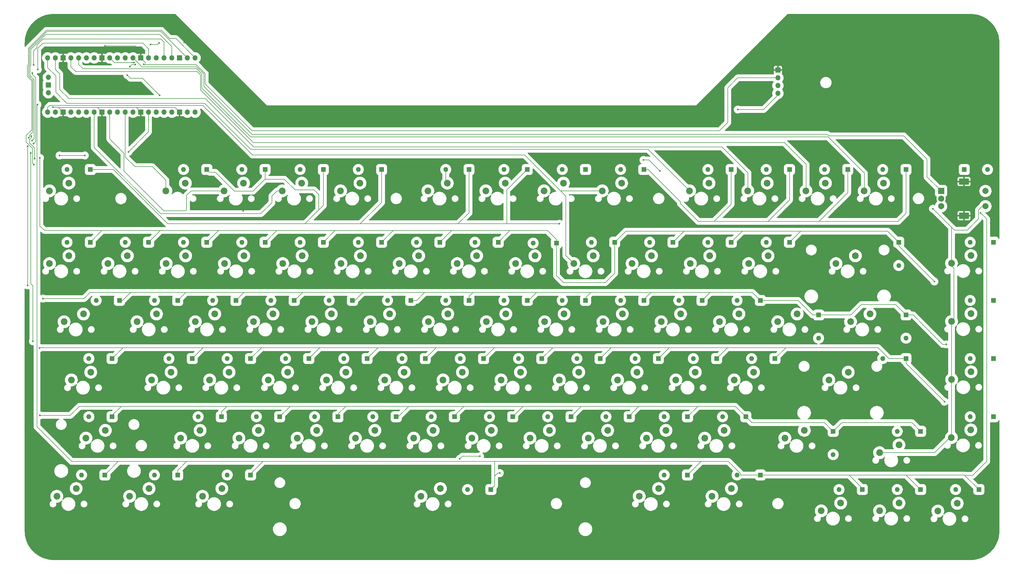
<source format=gbr>
%TF.GenerationSoftware,KiCad,Pcbnew,9.0.0-rc1-116-g42b204fc74*%
%TF.CreationDate,2025-03-01T19:27:56+05:30*%
%TF.ProjectId,nimitboard78,6e696d69-7462-46f6-9172-6437382e6b69,rev?*%
%TF.SameCoordinates,Original*%
%TF.FileFunction,Copper,L2,Bot*%
%TF.FilePolarity,Positive*%
%FSLAX46Y46*%
G04 Gerber Fmt 4.6, Leading zero omitted, Abs format (unit mm)*
G04 Created by KiCad (PCBNEW 9.0.0-rc1-116-g42b204fc74) date 2025-03-01 19:27:56*
%MOMM*%
%LPD*%
G01*
G04 APERTURE LIST*
%TA.AperFunction,ComponentPad*%
%ADD10C,2.200000*%
%TD*%
%TA.AperFunction,ComponentPad*%
%ADD11R,1.700000X1.700000*%
%TD*%
%TA.AperFunction,ComponentPad*%
%ADD12O,1.700000X1.700000*%
%TD*%
%TA.AperFunction,ComponentPad*%
%ADD13R,2.000000X2.000000*%
%TD*%
%TA.AperFunction,ComponentPad*%
%ADD14C,2.000000*%
%TD*%
%TA.AperFunction,ComponentPad*%
%ADD15R,3.200000X2.000000*%
%TD*%
%TA.AperFunction,ComponentPad*%
%ADD16R,1.600000X1.600000*%
%TD*%
%TA.AperFunction,ComponentPad*%
%ADD17O,1.600000X1.600000*%
%TD*%
%TA.AperFunction,ViaPad*%
%ADD18C,0.600000*%
%TD*%
%TA.AperFunction,Conductor*%
%ADD19C,0.200000*%
%TD*%
G04 APERTURE END LIST*
D10*
%TO.P,SW70,1,1*%
%TO.N,Net-(D73-A)*%
X57360500Y-176066000D03*
%TO.P,SW70,2,2*%
%TO.N,COL 1*%
X51010500Y-178606000D03*
%TD*%
%TO.P,SW47,1,1*%
%TO.N,Net-(D63-A)*%
X107388752Y-137930000D03*
%TO.P,SW47,2,2*%
%TO.N,COL 3*%
X101038752Y-140470000D03*
%TD*%
%TO.P,SW76,1,1*%
%TO.N,Net-(D74-A)*%
X81195500Y-176066000D03*
%TO.P,SW76,2,2*%
%TO.N,COL 2*%
X74845500Y-178606000D03*
%TD*%
%TO.P,SW12,1,1*%
%TO.N,Net-(D14-A)*%
X302542500Y-75959000D03*
%TO.P,SW12,2,2*%
%TO.N,COL 13*%
X296192500Y-78499000D03*
%TD*%
%TO.P,SW22,1,1*%
%TO.N,Net-(D23-A)*%
X188418000Y-99794000D03*
%TO.P,SW22,2,2*%
%TO.N,COL 8*%
X182068000Y-102334000D03*
%TD*%
%TO.P,SW10,1,1*%
%TO.N,Net-(D12-A)*%
X264442500Y-75959000D03*
%TO.P,SW10,2,2*%
%TO.N,COL 11*%
X258092500Y-78499000D03*
%TD*%
%TO.P,SW1,1,1*%
%TO.N,Net-(D3-A)*%
X54977000Y-75959000D03*
%TO.P,SW1,2,2*%
%TO.N,COL 1*%
X48627000Y-78499000D03*
%TD*%
%TO.P,SW11,1,1*%
%TO.N,Net-(D13-A)*%
X283492500Y-75959000D03*
%TO.P,SW11,2,2*%
%TO.N,COL 12*%
X277142500Y-78499000D03*
%TD*%
%TO.P,SW7,1,1*%
%TO.N,Net-(D9-A)*%
X197767500Y-75959000D03*
%TO.P,SW7,2,2*%
%TO.N,COL 8*%
X191417500Y-78499000D03*
%TD*%
%TO.P,SW69,1,1*%
%TO.N,Net-(D53-A)*%
X250357000Y-156998000D03*
%TO.P,SW69,2,2*%
%TO.N,COL 10*%
X244007000Y-159538000D03*
%TD*%
%TO.P,SW80,1,1*%
%TO.N,Net-(D78-A)*%
X247956000Y-176066000D03*
%TO.P,SW80,2,2*%
%TO.N,COL 8*%
X241606000Y-178606000D03*
%TD*%
%TO.P,SW40,1,1*%
%TO.N,Net-(D41-A)*%
X255160500Y-118862000D03*
%TO.P,SW40,2,2*%
%TO.N,COL 16*%
X248810500Y-121402000D03*
%TD*%
%TO.P,SW4,1,1*%
%TO.N,Net-(D6-A)*%
X131177000Y-75959000D03*
%TO.P,SW4,2,2*%
%TO.N,COL 5*%
X124827000Y-78499000D03*
%TD*%
%TO.P,SW53,1,1*%
%TO.N,Net-(D55-A)*%
X221822000Y-137930000D03*
%TO.P,SW53,2,2*%
%TO.N,COL 9*%
X215472000Y-140470000D03*
%TD*%
%TO.P,SW15,1,1*%
%TO.N,Net-(D30-A)*%
X54977000Y-99794000D03*
%TO.P,SW15,2,2*%
%TO.N,COL 1*%
X48627000Y-102334000D03*
%TD*%
%TO.P,SW31,1,1*%
%TO.N,Net-(D32-A)*%
X83633000Y-118862000D03*
%TO.P,SW31,2,2*%
%TO.N,COL 2*%
X77283000Y-121402000D03*
%TD*%
%TO.P,SW68,1,1*%
%TO.N,Net-(D56-A)*%
X231289000Y-156998000D03*
%TO.P,SW68,2,2*%
%TO.N,COL 9*%
X224939000Y-159538000D03*
%TD*%
%TO.P,SW38,1,1*%
%TO.N,Net-(D39-A)*%
X217024500Y-118862000D03*
%TO.P,SW38,2,2*%
%TO.N,COL 9*%
X210674500Y-121402000D03*
%TD*%
%TO.P,SW34,1,1*%
%TO.N,Net-(D35-A)*%
X140837000Y-118862000D03*
%TO.P,SW34,2,2*%
%TO.N,COL 5*%
X134487000Y-121402000D03*
%TD*%
D11*
%TO.P,J2,1,GND*%
%TO.N,GND*%
X287000000Y-38920000D03*
D12*
%TO.P,J2,2,VCC*%
%TO.N,3v3*%
X287000000Y-41460000D03*
%TO.P,J2,3,SCL*%
%TO.N,SCL*%
X287000000Y-44000000D03*
%TO.P,J2,4,SDA*%
%TO.N,SDA*%
X287000000Y-46540000D03*
%TD*%
D10*
%TO.P,SW73,1,1*%
%TO.N,Net-(D80-A)*%
X326611500Y-180833000D03*
%TO.P,SW73,2,2*%
%TO.N,COL 13*%
X320261500Y-183373000D03*
%TD*%
%TO.P,SW56,1,1*%
%TO.N,Net-(D50-A)*%
X279026000Y-137930000D03*
%TO.P,SW56,2,2*%
%TO.N,COL 11*%
X272676000Y-140470000D03*
%TD*%
%TO.P,SW67,1,1*%
%TO.N,Net-(D57-A)*%
X212221000Y-156998000D03*
%TO.P,SW67,2,2*%
%TO.N,COL 8*%
X205871000Y-159538000D03*
%TD*%
%TO.P,SW27,1,1*%
%TO.N,Net-(D18-A)*%
X283758000Y-99794000D03*
%TO.P,SW27,2,2*%
%TO.N,COL 12*%
X277408000Y-102334000D03*
%TD*%
%TO.P,SW8,1,1*%
%TO.N,Net-(D10-A)*%
X216817500Y-75959000D03*
%TO.P,SW8,2,2*%
%TO.N,COL 9*%
X210467500Y-78499000D03*
%TD*%
%TO.P,SW50,1,1*%
%TO.N,Net-(D60-A)*%
X164691752Y-137930000D03*
%TO.P,SW50,2,2*%
%TO.N,COL 6*%
X158341752Y-140470000D03*
%TD*%
%TO.P,SW2,1,1*%
%TO.N,Net-(D4-A)*%
X93077000Y-75959000D03*
%TO.P,SW2,2,2*%
%TO.N,COL 3*%
X86727000Y-78499000D03*
%TD*%
%TO.P,SW44,1,1*%
%TO.N,Net-(D45-A)*%
X350202500Y-137795000D03*
%TO.P,SW44,2,2*%
%TO.N,COL 15*%
X343852500Y-140335000D03*
%TD*%
%TO.P,SW32,1,1*%
%TO.N,Net-(D33-A)*%
X102701000Y-118862000D03*
%TO.P,SW32,2,2*%
%TO.N,COL 3*%
X96351000Y-121402000D03*
%TD*%
%TO.P,SW5,1,1*%
%TO.N,Net-(D7-A)*%
X150227000Y-75959000D03*
%TO.P,SW5,2,2*%
%TO.N,COL 6*%
X143877000Y-78499000D03*
%TD*%
%TO.P,SW77,1,1*%
%TO.N,Net-(D75-A)*%
X105030500Y-176066000D03*
%TO.P,SW77,2,2*%
%TO.N,COL 3*%
X98680500Y-178606000D03*
%TD*%
%TO.P,SW52,1,1*%
%TO.N,Net-(D29-A)*%
X202743252Y-137930000D03*
%TO.P,SW52,2,2*%
%TO.N,COL 8*%
X196393252Y-140470000D03*
%TD*%
%TO.P,SW29,1,1*%
%TO.N,Net-(D1-A)*%
X350172000Y-118745000D03*
%TO.P,SW29,2,2*%
%TO.N,COL 15*%
X343822000Y-121285000D03*
%TD*%
%TO.P,SW62,1,1*%
%TO.N,Net-(D69-A)*%
X136033500Y-156998000D03*
%TO.P,SW62,2,2*%
%TO.N,COL 4*%
X129683500Y-159538000D03*
%TD*%
%TO.P,SW75,1,1*%
%TO.N,Net-(D48-A)*%
X326611500Y-161765000D03*
%TO.P,SW75,2,2*%
%TO.N,COL 15*%
X320261500Y-164305000D03*
%TD*%
%TO.P,SW46,1,1*%
%TO.N,Net-(D64-A)*%
X88419752Y-137930000D03*
%TO.P,SW46,2,2*%
%TO.N,COL 2*%
X82069752Y-140470000D03*
%TD*%
%TO.P,SW30,1,1*%
%TO.N,Net-(D31-A)*%
X59744000Y-118862000D03*
%TO.P,SW30,2,2*%
%TO.N,COL 1*%
X53394000Y-121402000D03*
%TD*%
%TO.P,SW59,1,1*%
%TO.N,Net-(D66-A)*%
X66894500Y-156998000D03*
%TO.P,SW59,2,2*%
%TO.N,COL 1*%
X60544500Y-159538000D03*
%TD*%
%TO.P,SW49,1,1*%
%TO.N,Net-(D61-A)*%
X145623752Y-137930000D03*
%TO.P,SW49,2,2*%
%TO.N,COL 5*%
X139273752Y-140470000D03*
%TD*%
%TO.P,SW72,1,1*%
%TO.N,Net-(D79-A)*%
X307543500Y-180833000D03*
%TO.P,SW72,2,2*%
%TO.N,COL 9*%
X301193500Y-183373000D03*
%TD*%
%TO.P,SW16,1,1*%
%TO.N,Net-(D2-A)*%
X74094500Y-99794000D03*
%TO.P,SW16,2,2*%
%TO.N,COL 2*%
X67744500Y-102334000D03*
%TD*%
%TO.P,SW64,1,1*%
%TO.N,Net-(D70-A)*%
X155101500Y-156998000D03*
%TO.P,SW64,2,2*%
%TO.N,COL 5*%
X148751500Y-159538000D03*
%TD*%
%TO.P,SW71,1,1*%
%TO.N,Net-(D49-A)*%
X295626000Y-156998000D03*
%TO.P,SW71,2,2*%
%TO.N,COL 13*%
X289276000Y-159538000D03*
%TD*%
%TO.P,SW6,1,1*%
%TO.N,Net-(D8-A)*%
X178802000Y-75959000D03*
%TO.P,SW6,2,2*%
%TO.N,COL 7*%
X172452000Y-78499000D03*
%TD*%
%TO.P,SW65,1,1*%
%TO.N,Net-(D71-A)*%
X174169500Y-156998000D03*
%TO.P,SW65,2,2*%
%TO.N,COL 6*%
X167819500Y-159538000D03*
%TD*%
%TO.P,SW26,1,1*%
%TO.N,Net-(D19-A)*%
X264690000Y-99794000D03*
%TO.P,SW26,2,2*%
%TO.N,COL 11*%
X258340000Y-102334000D03*
%TD*%
%TO.P,SW17,1,1*%
%TO.N,Net-(D28-A)*%
X93162500Y-99794000D03*
%TO.P,SW17,2,2*%
%TO.N,COL 3*%
X86812500Y-102334000D03*
%TD*%
%TO.P,SW55,1,1*%
%TO.N,Net-(D51-A)*%
X259958000Y-137930000D03*
%TO.P,SW55,2,2*%
%TO.N,COL 16*%
X253608000Y-140470000D03*
%TD*%
%TO.P,SW42,1,1*%
%TO.N,Net-(D43-A)*%
X293296500Y-118862000D03*
%TO.P,SW42,2,2*%
%TO.N,COL 12*%
X286946500Y-121402000D03*
%TD*%
D13*
%TO.P,SW81,A,A*%
%TO.N,ENCODER A*%
X340412500Y-78539000D03*
D14*
%TO.P,SW81,B,B*%
%TO.N,ENCODER B*%
X340412500Y-83539000D03*
%TO.P,SW81,C,C*%
%TO.N,GND*%
X340412500Y-81039000D03*
D15*
%TO.P,SW81,MP,MP*%
X347912500Y-75439000D03*
X347912500Y-86639000D03*
D14*
%TO.P,SW81,S1,S1*%
%TO.N,COL 15*%
X354912500Y-83539000D03*
%TO.P,SW81,S2,S2*%
%TO.N,Net-(D58-A)*%
X354912500Y-78539000D03*
%TD*%
D10*
%TO.P,SW79,1,1*%
%TO.N,Net-(D77-A)*%
X271791000Y-176066000D03*
%TO.P,SW79,2,2*%
%TO.N,COL 7*%
X265441000Y-178606000D03*
%TD*%
%TO.P,SW3,1,1*%
%TO.N,Net-(D5-A)*%
X112127000Y-75959000D03*
%TO.P,SW3,2,2*%
%TO.N,COL 4*%
X105777000Y-78499000D03*
%TD*%
%TO.P,SW39,1,1*%
%TO.N,Net-(D40-A)*%
X236092500Y-118862000D03*
%TO.P,SW39,2,2*%
%TO.N,COL 10*%
X229742500Y-121402000D03*
%TD*%
%TO.P,SW19,1,1*%
%TO.N,Net-(D26-A)*%
X131298500Y-99794000D03*
%TO.P,SW19,2,2*%
%TO.N,COL 5*%
X124948500Y-102334000D03*
%TD*%
%TO.P,SW57,1,1*%
%TO.N,Net-(D47-A)*%
X310011500Y-137930000D03*
%TO.P,SW57,2,2*%
%TO.N,COL 13*%
X303661500Y-140470000D03*
%TD*%
%TO.P,SW45,1,1*%
%TO.N,Net-(D65-A)*%
X62127500Y-137930000D03*
%TO.P,SW45,2,2*%
%TO.N,COL 1*%
X55777500Y-140470000D03*
%TD*%
%TO.P,SW9,1,1*%
%TO.N,Net-(D11-A)*%
X235867500Y-75959000D03*
%TO.P,SW9,2,2*%
%TO.N,COL 10*%
X229517500Y-78499000D03*
%TD*%
%TO.P,SW51,1,1*%
%TO.N,Net-(D59-A)*%
X183759752Y-137930000D03*
%TO.P,SW51,2,2*%
%TO.N,COL 7*%
X177409752Y-140470000D03*
%TD*%
D12*
%TO.P,U1,1,GPIO0*%
%TO.N,ROW A*%
X96280000Y-34920000D03*
%TO.P,U1,2,GPIO1*%
%TO.N,ROW B*%
X93740000Y-34920000D03*
D11*
%TO.P,U1,3,GND*%
%TO.N,GND*%
X91200000Y-34920000D03*
D12*
%TO.P,U1,4,GPIO2*%
%TO.N,ROW C*%
X88660000Y-34920000D03*
%TO.P,U1,5,GPIO3*%
%TO.N,ROW D*%
X86120000Y-34920000D03*
%TO.P,U1,6,GPIO4*%
%TO.N,ROW E*%
X83580000Y-34920000D03*
%TO.P,U1,7,GPIO5*%
%TO.N,ROW F*%
X81040000Y-34920000D03*
D11*
%TO.P,U1,8,GND*%
%TO.N,GND*%
X78500000Y-34920000D03*
D12*
%TO.P,U1,9,GPIO6*%
%TO.N,ENCODER A*%
X75960000Y-34920000D03*
%TO.P,U1,10,GPIO7*%
%TO.N,ENCODER B*%
X73420000Y-34920000D03*
%TO.P,U1,11,GPIO8*%
%TO.N,SDA*%
X70880000Y-34920000D03*
%TO.P,U1,12,GPIO9*%
%TO.N,SCL*%
X68340000Y-34920000D03*
D11*
%TO.P,U1,13,GND*%
%TO.N,GND*%
X65800000Y-34920000D03*
D12*
%TO.P,U1,14,GPIO10*%
%TO.N,COL 16*%
X63260000Y-34920000D03*
%TO.P,U1,15,GPIO11*%
%TO.N,COL 15*%
X60720000Y-34920000D03*
%TO.P,U1,16,GPIO12*%
%TO.N,COL 14*%
X58180000Y-34920000D03*
%TO.P,U1,17,GPIO13*%
%TO.N,COL 13*%
X55640000Y-34920000D03*
D11*
%TO.P,U1,18,GND*%
%TO.N,GND*%
X53100000Y-34920000D03*
D12*
%TO.P,U1,19,GPIO14*%
%TO.N,COL 12*%
X50560000Y-34920000D03*
%TO.P,U1,20,GPIO15*%
%TO.N,COL 11*%
X48020000Y-34920000D03*
%TO.P,U1,21,GPIO16*%
%TO.N,COL 10*%
X48020000Y-52700000D03*
%TO.P,U1,22,GPIO17*%
%TO.N,COL 9*%
X50560000Y-52700000D03*
D11*
%TO.P,U1,23,GND*%
%TO.N,GND*%
X53100000Y-52700000D03*
D12*
%TO.P,U1,24,GPIO18*%
%TO.N,COL 8*%
X55640000Y-52700000D03*
%TO.P,U1,25,GPIO19*%
%TO.N,COL 7*%
X58180000Y-52700000D03*
%TO.P,U1,26,GPIO20*%
%TO.N,COL 6*%
X60720000Y-52700000D03*
%TO.P,U1,27,GPIO21*%
%TO.N,COL 5*%
X63260000Y-52700000D03*
D11*
%TO.P,U1,28,GND*%
%TO.N,GND*%
X65800000Y-52700000D03*
D12*
%TO.P,U1,29,GPIO22*%
%TO.N,COL 4*%
X68340000Y-52700000D03*
%TO.P,U1,30,RUN*%
%TO.N,unconnected-(U1-RUN-Pad30)*%
X70880000Y-52700000D03*
%TO.P,U1,31,GPIO26_ADC0*%
%TO.N,COL 3*%
X73420000Y-52700000D03*
%TO.P,U1,32,GPIO27_ADC1*%
%TO.N,COL 2*%
X75960000Y-52700000D03*
D11*
%TO.P,U1,33,AGND*%
%TO.N,GND*%
X78500000Y-52700000D03*
D12*
%TO.P,U1,34,GPIO28_ADC2*%
%TO.N,COL 1*%
X81040000Y-52700000D03*
%TO.P,U1,35,ADC_VREF*%
%TO.N,unconnected-(U1-ADC_VREF-Pad35)*%
X83580000Y-52700000D03*
%TO.P,U1,36,3V3*%
%TO.N,3v3*%
X86120000Y-52700000D03*
%TO.P,U1,37,3V3_EN*%
%TO.N,unconnected-(U1-3V3_EN-Pad37)*%
X88660000Y-52700000D03*
D11*
%TO.P,U1,38,GND*%
%TO.N,GND*%
X91200000Y-52700000D03*
D12*
%TO.P,U1,39,VSYS*%
%TO.N,unconnected-(U1-VSYS-Pad39)*%
X93740000Y-52700000D03*
%TO.P,U1,40,VBUS*%
%TO.N,VBUS*%
X96280000Y-52700000D03*
%TO.P,U1,41,SWCLK*%
%TO.N,unconnected-(U1-SWCLK-Pad41)*%
X48250000Y-41270000D03*
D11*
%TO.P,U1,42,GND*%
%TO.N,unconnected-(U1-GND-Pad42)*%
X48250000Y-43810000D03*
D12*
%TO.P,U1,43,SWDIO*%
%TO.N,unconnected-(U1-SWDIO-Pad43)*%
X48250000Y-46350000D03*
%TD*%
D10*
%TO.P,SW25,1,1*%
%TO.N,Net-(D20-A)*%
X245622000Y-99794000D03*
%TO.P,SW25,2,2*%
%TO.N,COL 16*%
X239272000Y-102334000D03*
%TD*%
%TO.P,SW54,1,1*%
%TO.N,Net-(D54-A)*%
X240879252Y-137930000D03*
%TO.P,SW54,2,2*%
%TO.N,COL 10*%
X234529252Y-140470000D03*
%TD*%
%TO.P,SW43,1,1*%
%TO.N,Net-(D44-A)*%
X317131500Y-118862000D03*
%TO.P,SW43,2,2*%
%TO.N,COL 13*%
X310781500Y-121402000D03*
%TD*%
%TO.P,SW20,1,1*%
%TO.N,Net-(D25-A)*%
X150366500Y-99794000D03*
%TO.P,SW20,2,2*%
%TO.N,COL 6*%
X144016500Y-102334000D03*
%TD*%
%TO.P,SW21,1,1*%
%TO.N,Net-(D24-A)*%
X169434500Y-99794000D03*
%TO.P,SW21,2,2*%
%TO.N,COL 7*%
X163084500Y-102334000D03*
%TD*%
%TO.P,SW37,1,1*%
%TO.N,Net-(D38-A)*%
X197956500Y-118862000D03*
%TO.P,SW37,2,2*%
%TO.N,COL 8*%
X191606500Y-121402000D03*
%TD*%
%TO.P,SW24,1,1*%
%TO.N,Net-(D21-A)*%
X226554000Y-99794000D03*
%TO.P,SW24,2,2*%
%TO.N,COL 10*%
X220204000Y-102334000D03*
%TD*%
%TO.P,SW41,1,1*%
%TO.N,Net-(D42-A)*%
X274228500Y-118862000D03*
%TO.P,SW41,2,2*%
%TO.N,COL 11*%
X267878500Y-121402000D03*
%TD*%
%TO.P,SW36,1,1*%
%TO.N,Net-(D37-A)*%
X178973000Y-118862000D03*
%TO.P,SW36,2,2*%
%TO.N,COL 7*%
X172623000Y-121402000D03*
%TD*%
%TO.P,SW13,1,1*%
%TO.N,Net-(D15-A)*%
X321592500Y-75959000D03*
%TO.P,SW13,2,2*%
%TO.N,COL 14*%
X315242500Y-78499000D03*
%TD*%
%TO.P,SW14,1,1*%
%TO.N,Net-(D16-A)*%
X350167500Y-99695000D03*
%TO.P,SW14,2,2*%
%TO.N,COL 15*%
X343817500Y-102235000D03*
%TD*%
%TO.P,SW63,1,1*%
%TO.N,Net-(D52-A)*%
X269407500Y-156998000D03*
%TO.P,SW63,2,2*%
%TO.N,COL 16*%
X263057500Y-159538000D03*
%TD*%
%TO.P,SW60,1,1*%
%TO.N,Net-(D67-A)*%
X97897500Y-156998000D03*
%TO.P,SW60,2,2*%
%TO.N,COL 2*%
X91547500Y-159538000D03*
%TD*%
%TO.P,SW33,1,1*%
%TO.N,Net-(D34-A)*%
X121769000Y-118862000D03*
%TO.P,SW33,2,2*%
%TO.N,COL 4*%
X115419000Y-121402000D03*
%TD*%
%TO.P,SW48,1,1*%
%TO.N,Net-(D62-A)*%
X126555752Y-137930000D03*
%TO.P,SW48,2,2*%
%TO.N,COL 4*%
X120205752Y-140470000D03*
%TD*%
%TO.P,SW35,1,1*%
%TO.N,Net-(D36-A)*%
X159905000Y-118862000D03*
%TO.P,SW35,2,2*%
%TO.N,COL 6*%
X153555000Y-121402000D03*
%TD*%
%TO.P,SW74,1,1*%
%TO.N,Net-(D81-A)*%
X345679500Y-180920000D03*
%TO.P,SW74,2,2*%
%TO.N,COL 14*%
X339329500Y-183460000D03*
%TD*%
%TO.P,SW58,1,1*%
%TO.N,Net-(D46-A)*%
X350118000Y-156845000D03*
%TO.P,SW58,2,2*%
%TO.N,COL 15*%
X343768000Y-159385000D03*
%TD*%
%TO.P,SW66,1,1*%
%TO.N,Net-(D72-A)*%
X193237500Y-156998000D03*
%TO.P,SW66,2,2*%
%TO.N,COL 7*%
X186887500Y-159538000D03*
%TD*%
%TO.P,SW61,1,1*%
%TO.N,Net-(D68-A)*%
X116965500Y-156998000D03*
%TO.P,SW61,2,2*%
%TO.N,COL 3*%
X110615500Y-159538000D03*
%TD*%
%TO.P,SW28,1,1*%
%TO.N,Net-(D17-A)*%
X312360000Y-99794000D03*
%TO.P,SW28,2,2*%
%TO.N,COL 13*%
X306010000Y-102334000D03*
%TD*%
%TO.P,SW78,1,1*%
%TO.N,Net-(D76-A)*%
X176535500Y-176066000D03*
%TO.P,SW78,2,2*%
%TO.N,COL 4*%
X170185500Y-178606000D03*
%TD*%
%TO.P,SW23,1,1*%
%TO.N,Net-(D22-A)*%
X207486000Y-99794000D03*
%TO.P,SW23,2,2*%
%TO.N,COL 9*%
X201136000Y-102334000D03*
%TD*%
%TO.P,SW18,1,1*%
%TO.N,Net-(D27-A)*%
X112230500Y-99794000D03*
%TO.P,SW18,2,2*%
%TO.N,COL 4*%
X105880500Y-102334000D03*
%TD*%
D16*
%TO.P,D77,1,K*%
%TO.N,ROW F*%
X281253000Y-171612000D03*
D17*
%TO.P,D77,2,A*%
%TO.N,Net-(D77-A)*%
X273633000Y-171612000D03*
%TD*%
D16*
%TO.P,D32,1,K*%
%TO.N,ROW C*%
X90573000Y-114408000D03*
D17*
%TO.P,D32,2,A*%
%TO.N,Net-(D32-A)*%
X82953000Y-114408000D03*
%TD*%
D16*
%TO.P,D69,1,K*%
%TO.N,ROW E*%
X143010000Y-152544000D03*
D17*
%TO.P,D69,2,A*%
%TO.N,Net-(D69-A)*%
X135390000Y-152544000D03*
%TD*%
D16*
%TO.P,D8,1,K*%
%TO.N,ROW A*%
X185913000Y-71505000D03*
D17*
%TO.P,D8,2,A*%
%TO.N,Net-(D8-A)*%
X178293000Y-71505000D03*
%TD*%
D16*
%TO.P,D28,1,K*%
%TO.N,ROW B*%
X100107000Y-95340000D03*
D17*
%TO.P,D28,2,A*%
%TO.N,Net-(D28-A)*%
X92487000Y-95340000D03*
%TD*%
D16*
%TO.P,D21,1,K*%
%TO.N,ROW B*%
X233583000Y-95340000D03*
D17*
%TO.P,D21,2,A*%
%TO.N,Net-(D21-A)*%
X225963000Y-95340000D03*
%TD*%
D16*
%TO.P,D52,1,K*%
%TO.N,ROW E*%
X276486000Y-152544000D03*
D17*
%TO.P,D52,2,A*%
%TO.N,Net-(D52-A)*%
X268866000Y-152544000D03*
%TD*%
D16*
%TO.P,D2,1,K*%
%TO.N,ROW B*%
X81039000Y-95340000D03*
D17*
%TO.P,D2,2,A*%
%TO.N,Net-(D2-A)*%
X73419000Y-95340000D03*
%TD*%
D16*
%TO.P,D31,1,K*%
%TO.N,ROW C*%
X71505000Y-114408000D03*
D17*
%TO.P,D31,2,A*%
%TO.N,Net-(D31-A)*%
X63885000Y-114408000D03*
%TD*%
D16*
%TO.P,D64,1,K*%
%TO.N,ROW D*%
X95340000Y-133476000D03*
D17*
%TO.P,D64,2,A*%
%TO.N,Net-(D64-A)*%
X87720000Y-133476000D03*
%TD*%
D16*
%TO.P,D3,1,K*%
%TO.N,ROW A*%
X61971000Y-71505000D03*
D17*
%TO.P,D3,2,A*%
%TO.N,Net-(D3-A)*%
X54351000Y-71505000D03*
%TD*%
D16*
%TO.P,D40,1,K*%
%TO.N,ROW C*%
X243117000Y-114408000D03*
D17*
%TO.P,D40,2,A*%
%TO.N,Net-(D40-A)*%
X235497000Y-114408000D03*
%TD*%
D16*
%TO.P,D49,1,K*%
%TO.N,ROW E*%
X305088000Y-157311000D03*
D17*
%TO.P,D49,2,A*%
%TO.N,Net-(D49-A)*%
X305088000Y-164931000D03*
%TD*%
D16*
%TO.P,D46,1,K*%
%TO.N,ROW D*%
X357525000Y-152544000D03*
D17*
%TO.P,D46,2,A*%
%TO.N,Net-(D46-A)*%
X349905000Y-152544000D03*
%TD*%
D16*
%TO.P,D27,1,K*%
%TO.N,ROW B*%
X119175000Y-95340000D03*
D17*
%TO.P,D27,2,A*%
%TO.N,Net-(D27-A)*%
X111555000Y-95340000D03*
%TD*%
D16*
%TO.P,D25,1,K*%
%TO.N,ROW B*%
X157311000Y-95340000D03*
D17*
%TO.P,D25,2,A*%
%TO.N,Net-(D25-A)*%
X149691000Y-95340000D03*
%TD*%
D16*
%TO.P,D15,1,K*%
%TO.N,ROW A*%
X328923000Y-71505000D03*
D17*
%TO.P,D15,2,A*%
%TO.N,Net-(D15-A)*%
X321303000Y-71505000D03*
%TD*%
D16*
%TO.P,D42,1,K*%
%TO.N,ROW C*%
X281253000Y-114408000D03*
D17*
%TO.P,D42,2,A*%
%TO.N,Net-(D42-A)*%
X273633000Y-114408000D03*
%TD*%
D16*
%TO.P,D58,1,K*%
%TO.N,ROW F*%
X347991000Y-71505000D03*
D17*
%TO.P,D58,2,A*%
%TO.N,Net-(D58-A)*%
X355611000Y-71505000D03*
%TD*%
D16*
%TO.P,D26,1,K*%
%TO.N,ROW B*%
X138243000Y-95340000D03*
D17*
%TO.P,D26,2,A*%
%TO.N,Net-(D26-A)*%
X130623000Y-95340000D03*
%TD*%
D16*
%TO.P,D81,1,K*%
%TO.N,ROW F*%
X352758000Y-176379000D03*
D17*
%TO.P,D81,2,A*%
%TO.N,Net-(D81-A)*%
X345138000Y-176379000D03*
%TD*%
D16*
%TO.P,D33,1,K*%
%TO.N,ROW C*%
X109641000Y-114408000D03*
D17*
%TO.P,D33,2,A*%
%TO.N,Net-(D33-A)*%
X102021000Y-114408000D03*
%TD*%
D16*
%TO.P,D9,1,K*%
%TO.N,ROW A*%
X204981000Y-71505000D03*
D17*
%TO.P,D9,2,A*%
%TO.N,Net-(D9-A)*%
X197361000Y-71505000D03*
%TD*%
D16*
%TO.P,D76,1,K*%
%TO.N,ROW F*%
X193063500Y-176379000D03*
D17*
%TO.P,D76,2,A*%
%TO.N,Net-(D76-A)*%
X185443500Y-176379000D03*
%TD*%
D16*
%TO.P,D39,1,K*%
%TO.N,ROW C*%
X224049000Y-114408000D03*
D17*
%TO.P,D39,2,A*%
%TO.N,Net-(D39-A)*%
X216429000Y-114408000D03*
%TD*%
D16*
%TO.P,D73,1,K*%
%TO.N,ROW F*%
X66738000Y-171612000D03*
D17*
%TO.P,D73,2,A*%
%TO.N,Net-(D73-A)*%
X59118000Y-171612000D03*
%TD*%
D16*
%TO.P,D17,1,K*%
%TO.N,ROW B*%
X326539500Y-95340000D03*
D17*
%TO.P,D17,2,A*%
%TO.N,Net-(D17-A)*%
X326539500Y-102960000D03*
%TD*%
D16*
%TO.P,D16,1,K*%
%TO.N,ROW A*%
X357525000Y-95340000D03*
D17*
%TO.P,D16,2,A*%
%TO.N,Net-(D16-A)*%
X349905000Y-95340000D03*
%TD*%
D16*
%TO.P,D4,1,K*%
%TO.N,ROW A*%
X100107000Y-71505000D03*
D17*
%TO.P,D4,2,A*%
%TO.N,Net-(D4-A)*%
X92487000Y-71505000D03*
%TD*%
D16*
%TO.P,D44,1,K*%
%TO.N,ROW C*%
X328923000Y-119175000D03*
D17*
%TO.P,D44,2,A*%
%TO.N,Net-(D44-A)*%
X328923000Y-126795000D03*
%TD*%
D16*
%TO.P,D5,1,K*%
%TO.N,ROW A*%
X119175000Y-71505000D03*
D17*
%TO.P,D5,2,A*%
%TO.N,Net-(D5-A)*%
X111555000Y-71505000D03*
%TD*%
D16*
%TO.P,D11,1,K*%
%TO.N,ROW A*%
X243117000Y-71505000D03*
D17*
%TO.P,D11,2,A*%
%TO.N,Net-(D11-A)*%
X235497000Y-71505000D03*
%TD*%
D16*
%TO.P,D38,1,K*%
%TO.N,ROW C*%
X204981000Y-114408000D03*
D17*
%TO.P,D38,2,A*%
%TO.N,Net-(D38-A)*%
X197361000Y-114408000D03*
%TD*%
D16*
%TO.P,D65,1,K*%
%TO.N,ROW D*%
X69121500Y-133476000D03*
D17*
%TO.P,D65,2,A*%
%TO.N,Net-(D65-A)*%
X61501500Y-133476000D03*
%TD*%
D16*
%TO.P,D59,1,K*%
%TO.N,ROW D*%
X190680000Y-133476000D03*
D17*
%TO.P,D59,2,A*%
%TO.N,Net-(D59-A)*%
X183060000Y-133476000D03*
%TD*%
D16*
%TO.P,D29,1,K*%
%TO.N,ROW D*%
X209748000Y-133476000D03*
D17*
%TO.P,D29,2,A*%
%TO.N,Net-(D29-A)*%
X202128000Y-133476000D03*
%TD*%
D16*
%TO.P,D19,1,K*%
%TO.N,ROW B*%
X271719000Y-95340000D03*
D17*
%TO.P,D19,2,A*%
%TO.N,Net-(D19-A)*%
X264099000Y-95340000D03*
%TD*%
D16*
%TO.P,D71,1,K*%
%TO.N,ROW E*%
X181146000Y-152544000D03*
D17*
%TO.P,D71,2,A*%
%TO.N,Net-(D71-A)*%
X173526000Y-152544000D03*
%TD*%
D16*
%TO.P,D24,1,K*%
%TO.N,ROW B*%
X176379000Y-95340000D03*
D17*
%TO.P,D24,2,A*%
%TO.N,Net-(D24-A)*%
X168759000Y-95340000D03*
%TD*%
D16*
%TO.P,D53,1,K*%
%TO.N,ROW E*%
X257418000Y-152544000D03*
D17*
%TO.P,D53,2,A*%
%TO.N,Net-(D53-A)*%
X249798000Y-152544000D03*
%TD*%
D16*
%TO.P,D51,1,K*%
%TO.N,ROW D*%
X266952000Y-133476000D03*
D17*
%TO.P,D51,2,A*%
%TO.N,Net-(D51-A)*%
X259332000Y-133476000D03*
%TD*%
D16*
%TO.P,D14,1,K*%
%TO.N,ROW A*%
X309855000Y-71505000D03*
D17*
%TO.P,D14,2,A*%
%TO.N,Net-(D14-A)*%
X302235000Y-71505000D03*
%TD*%
D16*
%TO.P,D72,1,K*%
%TO.N,ROW E*%
X200214000Y-152544000D03*
D17*
%TO.P,D72,2,A*%
%TO.N,Net-(D72-A)*%
X192594000Y-152544000D03*
%TD*%
D16*
%TO.P,D7,1,K*%
%TO.N,ROW A*%
X157311000Y-71505000D03*
D17*
%TO.P,D7,2,A*%
%TO.N,Net-(D7-A)*%
X149691000Y-71505000D03*
%TD*%
D16*
%TO.P,D62,1,K*%
%TO.N,ROW D*%
X133476000Y-133476000D03*
D17*
%TO.P,D62,2,A*%
%TO.N,Net-(D62-A)*%
X125856000Y-133476000D03*
%TD*%
D16*
%TO.P,D63,1,K*%
%TO.N,ROW D*%
X114408000Y-133476000D03*
D17*
%TO.P,D63,2,A*%
%TO.N,Net-(D63-A)*%
X106788000Y-133476000D03*
%TD*%
D16*
%TO.P,D10,1,K*%
%TO.N,ROW A*%
X224049000Y-71505000D03*
D17*
%TO.P,D10,2,A*%
%TO.N,Net-(D10-A)*%
X216429000Y-71505000D03*
%TD*%
D16*
%TO.P,D13,1,K*%
%TO.N,ROW A*%
X290787000Y-71505000D03*
D17*
%TO.P,D13,2,A*%
%TO.N,Net-(D13-A)*%
X283167000Y-71505000D03*
%TD*%
D16*
%TO.P,D41,1,K*%
%TO.N,ROW C*%
X262185000Y-114408000D03*
D17*
%TO.P,D41,2,A*%
%TO.N,Net-(D41-A)*%
X254565000Y-114408000D03*
%TD*%
D16*
%TO.P,D1,1,K*%
%TO.N,ROW B*%
X357525000Y-114408000D03*
D17*
%TO.P,D1,2,A*%
%TO.N,Net-(D1-A)*%
X349905000Y-114408000D03*
%TD*%
D16*
%TO.P,D78,1,K*%
%TO.N,ROW F*%
X257418000Y-171612000D03*
D17*
%TO.P,D78,2,A*%
%TO.N,Net-(D78-A)*%
X249798000Y-171612000D03*
%TD*%
D16*
%TO.P,D34,1,K*%
%TO.N,ROW C*%
X128709000Y-114408000D03*
D17*
%TO.P,D34,2,A*%
%TO.N,Net-(D34-A)*%
X121089000Y-114408000D03*
%TD*%
D16*
%TO.P,D23,1,K*%
%TO.N,ROW B*%
X195447000Y-95340000D03*
D17*
%TO.P,D23,2,A*%
%TO.N,Net-(D23-A)*%
X187827000Y-95340000D03*
%TD*%
D16*
%TO.P,D37,1,K*%
%TO.N,ROW C*%
X185913000Y-114408000D03*
D17*
%TO.P,D37,2,A*%
%TO.N,Net-(D37-A)*%
X178293000Y-114408000D03*
%TD*%
D16*
%TO.P,D67,1,K*%
%TO.N,ROW E*%
X104874000Y-152544000D03*
D17*
%TO.P,D67,2,A*%
%TO.N,Net-(D67-A)*%
X97254000Y-152544000D03*
%TD*%
D16*
%TO.P,D55,1,K*%
%TO.N,ROW D*%
X228816000Y-133476000D03*
D17*
%TO.P,D55,2,A*%
%TO.N,Net-(D55-A)*%
X221196000Y-133476000D03*
%TD*%
D16*
%TO.P,D22,1,K*%
%TO.N,ROW B*%
X214515000Y-95643000D03*
D17*
%TO.P,D22,2,A*%
%TO.N,Net-(D22-A)*%
X206895000Y-95643000D03*
%TD*%
D16*
%TO.P,D74,1,K*%
%TO.N,ROW F*%
X90573000Y-171612000D03*
D17*
%TO.P,D74,2,A*%
%TO.N,Net-(D74-A)*%
X82953000Y-171612000D03*
%TD*%
D16*
%TO.P,D35,1,K*%
%TO.N,ROW C*%
X147777000Y-114408000D03*
D17*
%TO.P,D35,2,A*%
%TO.N,Net-(D35-A)*%
X140157000Y-114408000D03*
%TD*%
D16*
%TO.P,D47,1,K*%
%TO.N,ROW D*%
X328923000Y-133476000D03*
D17*
%TO.P,D47,2,A*%
%TO.N,Net-(D47-A)*%
X321303000Y-133476000D03*
%TD*%
D16*
%TO.P,D61,1,K*%
%TO.N,ROW D*%
X152544000Y-133476000D03*
D17*
%TO.P,D61,2,A*%
%TO.N,Net-(D61-A)*%
X144924000Y-133476000D03*
%TD*%
D16*
%TO.P,D30,1,K*%
%TO.N,ROW B*%
X61971000Y-95340000D03*
D17*
%TO.P,D30,2,A*%
%TO.N,Net-(D30-A)*%
X54351000Y-95340000D03*
%TD*%
D16*
%TO.P,D36,1,K*%
%TO.N,ROW C*%
X166845000Y-114408000D03*
D17*
%TO.P,D36,2,A*%
%TO.N,Net-(D36-A)*%
X159225000Y-114408000D03*
%TD*%
D16*
%TO.P,D54,1,K*%
%TO.N,ROW D*%
X247884000Y-133476000D03*
D17*
%TO.P,D54,2,A*%
%TO.N,Net-(D54-A)*%
X240264000Y-133476000D03*
%TD*%
D16*
%TO.P,D12,1,K*%
%TO.N,ROW A*%
X271719000Y-71505000D03*
D17*
%TO.P,D12,2,A*%
%TO.N,Net-(D12-A)*%
X264099000Y-71505000D03*
%TD*%
D16*
%TO.P,D56,1,K*%
%TO.N,ROW E*%
X238350000Y-152544000D03*
D17*
%TO.P,D56,2,A*%
%TO.N,Net-(D56-A)*%
X230730000Y-152544000D03*
%TD*%
D16*
%TO.P,D68,1,K*%
%TO.N,ROW E*%
X123942000Y-152544000D03*
D17*
%TO.P,D68,2,A*%
%TO.N,Net-(D68-A)*%
X116322000Y-152544000D03*
%TD*%
D16*
%TO.P,D6,1,K*%
%TO.N,ROW A*%
X138243000Y-71505000D03*
D17*
%TO.P,D6,2,A*%
%TO.N,Net-(D6-A)*%
X130623000Y-71505000D03*
%TD*%
D16*
%TO.P,D79,1,K*%
%TO.N,ROW F*%
X314622000Y-176379000D03*
D17*
%TO.P,D79,2,A*%
%TO.N,Net-(D79-A)*%
X307002000Y-176379000D03*
%TD*%
D16*
%TO.P,D57,1,K*%
%TO.N,ROW E*%
X219282000Y-152544000D03*
D17*
%TO.P,D57,2,A*%
%TO.N,Net-(D57-A)*%
X211662000Y-152544000D03*
%TD*%
D16*
%TO.P,D45,1,K*%
%TO.N,ROW C*%
X357525000Y-133476000D03*
D17*
%TO.P,D45,2,A*%
%TO.N,Net-(D45-A)*%
X349905000Y-133476000D03*
%TD*%
D16*
%TO.P,D75,1,K*%
%TO.N,ROW F*%
X114408000Y-171612000D03*
D17*
%TO.P,D75,2,A*%
%TO.N,Net-(D75-A)*%
X106788000Y-171612000D03*
%TD*%
D16*
%TO.P,D48,1,K*%
%TO.N,ROW E*%
X333690000Y-157311000D03*
D17*
%TO.P,D48,2,A*%
%TO.N,Net-(D48-A)*%
X326070000Y-157311000D03*
%TD*%
D16*
%TO.P,D80,1,K*%
%TO.N,ROW F*%
X333690000Y-176379000D03*
D17*
%TO.P,D80,2,A*%
%TO.N,Net-(D80-A)*%
X326070000Y-176379000D03*
%TD*%
D16*
%TO.P,D70,1,K*%
%TO.N,ROW E*%
X162078000Y-152544000D03*
D17*
%TO.P,D70,2,A*%
%TO.N,Net-(D70-A)*%
X154458000Y-152544000D03*
%TD*%
D16*
%TO.P,D18,1,K*%
%TO.N,ROW B*%
X290787000Y-95340000D03*
D17*
%TO.P,D18,2,A*%
%TO.N,Net-(D18-A)*%
X283167000Y-95340000D03*
%TD*%
D16*
%TO.P,D50,1,K*%
%TO.N,ROW D*%
X286020000Y-133476000D03*
D17*
%TO.P,D50,2,A*%
%TO.N,Net-(D50-A)*%
X278400000Y-133476000D03*
%TD*%
D16*
%TO.P,D66,1,K*%
%TO.N,ROW E*%
X69121500Y-152544000D03*
D17*
%TO.P,D66,2,A*%
%TO.N,Net-(D66-A)*%
X61501500Y-152544000D03*
%TD*%
D16*
%TO.P,D20,1,K*%
%TO.N,ROW B*%
X252651000Y-95340000D03*
D17*
%TO.P,D20,2,A*%
%TO.N,Net-(D20-A)*%
X245031000Y-95340000D03*
%TD*%
D16*
%TO.P,D60,1,K*%
%TO.N,ROW D*%
X171612000Y-133476000D03*
D17*
%TO.P,D60,2,A*%
%TO.N,Net-(D60-A)*%
X163992000Y-133476000D03*
%TD*%
D16*
%TO.P,D43,1,K*%
%TO.N,ROW C*%
X300321000Y-119175000D03*
D17*
%TO.P,D43,2,A*%
%TO.N,Net-(D43-A)*%
X300321000Y-126795000D03*
%TD*%
D18*
%TO.N,ROW C*%
X46500000Y-113800000D03*
X42900000Y-62000000D03*
X41500000Y-63900000D03*
X41500000Y-109500000D03*
X342100000Y-128800000D03*
%TO.N,ROW D*%
X42500000Y-66100000D03*
X341500000Y-147600000D03*
X43200000Y-127800000D03*
X43400000Y-37200000D03*
X45400000Y-130000000D03*
X43000000Y-39900000D03*
X43400000Y-63000000D03*
%TO.N,ROW E*%
X45500000Y-152100000D03*
X42700000Y-60600000D03*
X43800000Y-67900000D03*
%TO.N,ROW F*%
X44699000Y-50200000D03*
X196000000Y-171000000D03*
X44800000Y-38723730D03*
X353300000Y-85700000D03*
%TO.N,COL 1*%
X74500000Y-65700000D03*
%TO.N,COL 8*%
X189500000Y-165500000D03*
X182900000Y-166300000D03*
%TO.N,COL 15*%
X243000000Y-68400000D03*
X248400000Y-72000000D03*
X337740000Y-84340000D03*
%TO.N,ROW B*%
X41800000Y-61100000D03*
X338200000Y-108200000D03*
X45500000Y-67700000D03*
%TO.N,ROW A*%
X215500000Y-89300000D03*
X43500000Y-69900000D03*
X60200000Y-66900000D03*
X51900000Y-66900000D03*
%TO.N,GND*%
X201000000Y-85000000D03*
X285000000Y-84000000D03*
X149000000Y-86000000D03*
X108000000Y-126000000D03*
X66800000Y-31000000D03*
X185000000Y-146000000D03*
X50000000Y-164000000D03*
X68000000Y-180000000D03*
X291000000Y-42000000D03*
X95000000Y-84000000D03*
X132000000Y-85000000D03*
X265000000Y-84000000D03*
X318000000Y-43000000D03*
X49800000Y-51100000D03*
X166000000Y-195000000D03*
X52800000Y-38000000D03*
X271000000Y-164000000D03*
X213000000Y-85000000D03*
X73000000Y-195000000D03*
X277000000Y-147000000D03*
X275000000Y-127000000D03*
X55000000Y-41000000D03*
X157000000Y-147000000D03*
X180000000Y-128000000D03*
X92662485Y-29858032D03*
X138000000Y-127000000D03*
X230000000Y-85000000D03*
X122000000Y-196000000D03*
X350000000Y-81000000D03*
X222000000Y-195000000D03*
X177000000Y-86000000D03*
X230000000Y-147000000D03*
X147000000Y-145000000D03*
X237000000Y-126000000D03*
X112000000Y-85000000D03*
X73000000Y-143000000D03*
X59800000Y-37000000D03*
%TO.N,SCL*%
X76300000Y-36400000D03*
%TO.N,SDA*%
X81700000Y-30500000D03*
X84500000Y-30000000D03*
X273860000Y-51840000D03*
%TO.N,3v3*%
X79500000Y-37000000D03*
X84700000Y-47200000D03*
X76700000Y-37100000D03*
X74100000Y-40600000D03*
X74900000Y-37800000D03*
%TD*%
D19*
%TO.N,ROW C*%
X131500000Y-111800000D02*
X151200000Y-111800000D01*
X264793000Y-111800000D02*
X264900000Y-111800000D01*
X298400000Y-119200000D02*
X301600000Y-119200000D01*
X151200000Y-111800000D02*
X171400000Y-111800000D01*
X46500000Y-113800000D02*
X59900000Y-113800000D01*
X47400000Y-27200000D02*
X42500000Y-32100000D01*
X112700000Y-111800000D02*
X131500000Y-111800000D01*
X328923000Y-119175000D02*
X331275000Y-119175000D01*
X310925000Y-119175000D02*
X314300000Y-115800000D01*
X314300000Y-115800000D02*
X325548000Y-115800000D01*
X112249000Y-111800000D02*
X112700000Y-111800000D01*
X243117000Y-114083000D02*
X245400000Y-111800000D01*
X204981000Y-114408000D02*
X205392000Y-114408000D01*
X166845000Y-114408000D02*
X168792000Y-114408000D01*
X88660000Y-31160000D02*
X84700000Y-27200000D01*
X185913000Y-113087000D02*
X187200000Y-111800000D01*
X296600000Y-117400000D02*
X298400000Y-119200000D01*
X224049000Y-114408000D02*
X224049000Y-113551000D01*
X42500000Y-32100000D02*
X42500000Y-37450057D01*
X42200000Y-39452057D02*
X42200000Y-40700000D01*
X42500000Y-37450057D02*
X42199000Y-37751057D01*
X334800000Y-122700000D02*
X340900000Y-128800000D01*
X225800000Y-111800000D02*
X245400000Y-111800000D01*
X278645000Y-111800000D02*
X281253000Y-114408000D01*
X205392000Y-114408000D02*
X208000000Y-111800000D01*
X72592000Y-114408000D02*
X75200000Y-111800000D01*
X88660000Y-34920000D02*
X88660000Y-31160000D01*
X42200000Y-40700000D02*
X43600000Y-42100000D01*
X262185000Y-114408000D02*
X264793000Y-111800000D01*
X42199000Y-39451057D02*
X42200000Y-39452057D01*
X185913000Y-114408000D02*
X185913000Y-113087000D01*
X224049000Y-113551000D02*
X225800000Y-111800000D01*
X147777000Y-114408000D02*
X148592000Y-114408000D01*
X168792000Y-114408000D02*
X171400000Y-111800000D01*
X41500000Y-109500000D02*
X41500000Y-63900000D01*
X325548000Y-115800000D02*
X328923000Y-119175000D01*
X61900000Y-111800000D02*
X75200000Y-111800000D01*
X264900000Y-111800000D02*
X278645000Y-111800000D01*
X243117000Y-114408000D02*
X243117000Y-114083000D01*
X171400000Y-111800000D02*
X187200000Y-111800000D01*
X84700000Y-27200000D02*
X47400000Y-27200000D01*
X148592000Y-114408000D02*
X151200000Y-111800000D01*
X208000000Y-111800000D02*
X225800000Y-111800000D01*
X42199000Y-37751057D02*
X42199000Y-39451057D01*
X128892000Y-114408000D02*
X131500000Y-111800000D01*
X293608000Y-114408000D02*
X296600000Y-117400000D01*
X59900000Y-113800000D02*
X61900000Y-111800000D01*
X128709000Y-114408000D02*
X128892000Y-114408000D01*
X71505000Y-114408000D02*
X72592000Y-114408000D01*
X43600000Y-61300000D02*
X42900000Y-62000000D01*
X109641000Y-114408000D02*
X112249000Y-111800000D01*
X90573000Y-114408000D02*
X93181000Y-111800000D01*
X331275000Y-119175000D02*
X334800000Y-122700000D01*
X43600000Y-42100000D02*
X43600000Y-61300000D01*
X245400000Y-111800000D02*
X264900000Y-111800000D01*
X75200000Y-111800000D02*
X93700000Y-111800000D01*
X93181000Y-111800000D02*
X93700000Y-111800000D01*
X340900000Y-128800000D02*
X342100000Y-128800000D01*
X300321000Y-119175000D02*
X310925000Y-119175000D01*
X41500000Y-63800000D02*
X41500000Y-63900000D01*
X281253000Y-114408000D02*
X293608000Y-114408000D01*
X187200000Y-111800000D02*
X208000000Y-111800000D01*
X93700000Y-111800000D02*
X112700000Y-111800000D01*
%TO.N,ROW D*%
X328923000Y-135023000D02*
X341500000Y-147600000D01*
X75200000Y-129900000D02*
X45500000Y-129900000D01*
X72697500Y-129900000D02*
X69121500Y-133476000D01*
X86120000Y-34920000D02*
X86120000Y-29720000D01*
X44099000Y-41399000D02*
X44099000Y-50500000D01*
X270528000Y-129900000D02*
X266952000Y-133476000D01*
X44099000Y-50500000D02*
X44099000Y-62301000D01*
X195400000Y-129900000D02*
X176500000Y-129900000D01*
X217400000Y-129900000D02*
X195400000Y-129900000D01*
X120100000Y-129900000D02*
X100400000Y-129900000D01*
X44500000Y-31532900D02*
X43400000Y-32632900D01*
X120100000Y-129900000D02*
X117984000Y-129900000D01*
X98916000Y-129900000D02*
X95340000Y-133476000D01*
X289800000Y-129900000D02*
X270528000Y-129900000D01*
X100400000Y-129900000D02*
X98916000Y-129900000D01*
X157700000Y-129900000D02*
X137600000Y-129900000D01*
X213324000Y-129900000D02*
X209748000Y-133476000D01*
X217400000Y-129900000D02*
X213324000Y-129900000D01*
X328923000Y-133476000D02*
X328923000Y-135023000D01*
X46500000Y-28700000D02*
X45600000Y-29600000D01*
X117984000Y-129900000D02*
X114408000Y-133476000D01*
X75200000Y-129900000D02*
X72697500Y-129900000D01*
X195400000Y-129900000D02*
X194256000Y-129900000D01*
X194256000Y-129900000D02*
X190680000Y-133476000D01*
X137600000Y-129900000D02*
X137052000Y-129900000D01*
X43400000Y-32632900D02*
X43400000Y-37200000D01*
X236500000Y-129900000D02*
X232392000Y-129900000D01*
X252000000Y-129900000D02*
X251460000Y-129900000D01*
X45600000Y-29600000D02*
X44500000Y-30700000D01*
X42500000Y-66100000D02*
X42500000Y-108900000D01*
X44099000Y-62301000D02*
X43400000Y-63000000D01*
X43200000Y-109600000D02*
X43200000Y-127800000D01*
X42500000Y-108900000D02*
X43200000Y-109600000D01*
X43000000Y-40300000D02*
X44099000Y-41399000D01*
X319800000Y-129900000D02*
X289800000Y-129900000D01*
X156120000Y-129900000D02*
X152544000Y-133476000D01*
X86120000Y-29720000D02*
X85100000Y-28700000D01*
X137600000Y-129900000D02*
X120100000Y-129900000D01*
X100400000Y-129900000D02*
X75200000Y-129900000D01*
X85100000Y-28700000D02*
X46500000Y-28700000D01*
X323376000Y-133476000D02*
X319800000Y-129900000D01*
X137052000Y-129900000D02*
X133476000Y-133476000D01*
X270528000Y-129900000D02*
X252000000Y-129900000D01*
X44500000Y-30700000D02*
X44500000Y-31532900D01*
X252000000Y-129900000D02*
X236500000Y-129900000D01*
X45500000Y-129900000D02*
X45400000Y-130000000D01*
X157700000Y-129900000D02*
X156120000Y-129900000D01*
X289596000Y-129900000D02*
X286020000Y-133476000D01*
X176500000Y-129900000D02*
X175188000Y-129900000D01*
X328923000Y-133476000D02*
X323376000Y-133476000D01*
X176500000Y-129900000D02*
X157700000Y-129900000D01*
X251460000Y-129900000D02*
X247884000Y-133476000D01*
X175188000Y-129900000D02*
X171612000Y-133476000D01*
X43000000Y-39900000D02*
X43000000Y-40300000D01*
X236500000Y-129900000D02*
X217400000Y-129900000D01*
X289800000Y-129900000D02*
X289596000Y-129900000D01*
X232392000Y-129900000D02*
X228816000Y-133476000D01*
%TO.N,ROW E*%
X166200000Y-149100000D02*
X184200000Y-149100000D01*
X222500000Y-149326000D02*
X219282000Y-152544000D01*
X72100000Y-149100000D02*
X106700000Y-149100000D01*
X143010000Y-151690000D02*
X145600000Y-149100000D01*
X145600000Y-149100000D02*
X166200000Y-149100000D01*
X330879000Y-154500000D02*
X333690000Y-157311000D01*
X42100000Y-61700000D02*
X42100000Y-62800000D01*
X204600000Y-149100000D02*
X203658000Y-149100000D01*
X104874000Y-152544000D02*
X104874000Y-150926000D01*
X273042000Y-149100000D02*
X260862000Y-149100000D01*
X58400000Y-149100000D02*
X72100000Y-149100000D01*
X305088000Y-157311000D02*
X307899000Y-154500000D01*
X181146000Y-152154000D02*
X181146000Y-152544000D01*
X127386000Y-149100000D02*
X127400000Y-149100000D01*
X45500000Y-152100000D02*
X55400000Y-152100000D01*
X69121500Y-152544000D02*
X69121500Y-152078500D01*
X278442000Y-154500000D02*
X302277000Y-154500000D01*
X143010000Y-152544000D02*
X143010000Y-151690000D01*
X162756000Y-152544000D02*
X166200000Y-149100000D01*
X42100000Y-62800000D02*
X43800000Y-64500000D01*
X184200000Y-149100000D02*
X204600000Y-149100000D01*
X69121500Y-152078500D02*
X72100000Y-149100000D01*
X238350000Y-152250000D02*
X238350000Y-152544000D01*
X106700000Y-149100000D02*
X127400000Y-149100000D01*
X42700000Y-60600000D02*
X42700000Y-61100000D01*
X127400000Y-149100000D02*
X145600000Y-149100000D01*
X241500000Y-149100000D02*
X238350000Y-152250000D01*
X260862000Y-149100000D02*
X257418000Y-152544000D01*
X273042000Y-149100000D02*
X276486000Y-152544000D01*
X162078000Y-152544000D02*
X162756000Y-152544000D01*
X203658000Y-149100000D02*
X200214000Y-152544000D01*
X222500000Y-149100000D02*
X222500000Y-149326000D01*
X184200000Y-149100000D02*
X181146000Y-152154000D01*
X276486000Y-152544000D02*
X278442000Y-154500000D01*
X241500000Y-149100000D02*
X273042000Y-149100000D01*
X307899000Y-154500000D02*
X330879000Y-154500000D01*
X222500000Y-149100000D02*
X241500000Y-149100000D01*
X123942000Y-152544000D02*
X127386000Y-149100000D01*
X43800000Y-64500000D02*
X43800000Y-67600000D01*
X204600000Y-149100000D02*
X222500000Y-149100000D01*
X302277000Y-154500000D02*
X305088000Y-157311000D01*
X42700000Y-61100000D02*
X42100000Y-61700000D01*
X55400000Y-152100000D02*
X58400000Y-149100000D01*
X104874000Y-150926000D02*
X106700000Y-149100000D01*
%TO.N,ROW F*%
X195300000Y-171000000D02*
X194300000Y-172000000D01*
X264600000Y-167200000D02*
X194300000Y-167200000D01*
X333667000Y-176379000D02*
X328900000Y-171612000D01*
X81040000Y-34920000D02*
X81040000Y-32360000D01*
X55900000Y-167200000D02*
X71150000Y-167200000D01*
X314622000Y-175934000D02*
X310300000Y-171612000D01*
X44500000Y-50399000D02*
X44500000Y-155800000D01*
X44699000Y-50200000D02*
X44500000Y-50399000D01*
X328900000Y-171612000D02*
X310300000Y-171612000D01*
X194300000Y-172000000D02*
X194300000Y-167200000D01*
X194300000Y-167200000D02*
X118500000Y-167200000D01*
X310300000Y-171612000D02*
X281253000Y-171612000D01*
X90573000Y-171612000D02*
X90573000Y-170127000D01*
X355300000Y-87700000D02*
X353400000Y-85800000D01*
X274734000Y-171612000D02*
X274734000Y-171155950D01*
X333690000Y-176379000D02*
X333667000Y-176379000D01*
X261830000Y-167200000D02*
X264600000Y-167200000D01*
X93500000Y-167200000D02*
X71150000Y-167200000D01*
X90573000Y-170127000D02*
X93500000Y-167200000D01*
X350789500Y-171710500D02*
X355300000Y-167200000D01*
X118500000Y-167200000D02*
X93500000Y-167200000D01*
X44800000Y-31800000D02*
X44800000Y-38723730D01*
X71150000Y-167200000D02*
X66738000Y-171612000D01*
X347991000Y-171612000D02*
X328900000Y-171612000D01*
X81100000Y-32000000D02*
X79200000Y-30100000D01*
X79200000Y-30100000D02*
X46500000Y-30100000D01*
X44500000Y-155800000D02*
X55900000Y-167200000D01*
X193063500Y-176379000D02*
X194300000Y-175142500D01*
X353400000Y-85800000D02*
X353300000Y-85700000D01*
X348089500Y-171710500D02*
X350789500Y-171710500D01*
X44800000Y-31800000D02*
X46500000Y-30100000D01*
X270778050Y-167200000D02*
X264600000Y-167200000D01*
X352758000Y-176379000D02*
X348089500Y-171710500D01*
X194300000Y-175142500D02*
X194300000Y-172000000D01*
X114408000Y-171292000D02*
X118500000Y-167200000D01*
X257418000Y-171612000D02*
X261830000Y-167200000D01*
X81040000Y-32360000D02*
X81100000Y-32300000D01*
X274734000Y-171155950D02*
X270778050Y-167200000D01*
X314622000Y-176379000D02*
X314622000Y-175934000D01*
X355300000Y-167200000D02*
X355300000Y-87700000D01*
X81100000Y-32300000D02*
X81100000Y-32000000D01*
X281253000Y-171612000D02*
X274734000Y-171612000D01*
X114408000Y-171612000D02*
X114408000Y-171292000D01*
X348089500Y-171710500D02*
X347991000Y-171612000D01*
X196000000Y-171000000D02*
X195300000Y-171000000D01*
%TO.N,COL 1*%
X74500000Y-65700000D02*
X81040000Y-59160000D01*
X81040000Y-59160000D02*
X81040000Y-52700000D01*
%TO.N,COL 3*%
X73400000Y-52720000D02*
X73400000Y-67400000D01*
X82300000Y-70600000D02*
X76600000Y-70600000D01*
X86677500Y-74977500D02*
X86677500Y-78499000D01*
X82300000Y-70600000D02*
X86677500Y-74977500D01*
X73420000Y-52700000D02*
X73400000Y-52720000D01*
X76600000Y-70600000D02*
X73400000Y-67400000D01*
%TO.N,COL 4*%
X72999000Y-67566100D02*
X72999000Y-71999000D01*
X72999000Y-71999000D02*
X75000000Y-74000000D01*
X75000000Y-74000000D02*
X86000000Y-85000000D01*
X93200000Y-85000000D02*
X93500000Y-84700000D01*
X68340000Y-61540000D02*
X72999000Y-66199000D01*
X68340000Y-52700000D02*
X68340000Y-61540000D01*
X72999000Y-67233900D02*
X72999000Y-67566100D01*
X72999000Y-66199000D02*
X72999000Y-67233900D01*
X93500000Y-84700000D02*
X93500000Y-80000000D01*
X93500000Y-80000000D02*
X95001000Y-78499000D01*
X86000000Y-85000000D02*
X93200000Y-85000000D01*
X95001000Y-78499000D02*
X105727500Y-78499000D01*
%TO.N,COL 5*%
X85000000Y-86000000D02*
X117800000Y-86000000D01*
X121400000Y-80200000D02*
X123101000Y-78499000D01*
X63260000Y-52700000D02*
X63260000Y-64260000D01*
X63600000Y-64600000D02*
X85000000Y-86000000D01*
X117800000Y-86000000D02*
X121400000Y-82400000D01*
X123101000Y-78499000D02*
X124777500Y-78499000D01*
X63260000Y-64260000D02*
X63600000Y-64600000D01*
X121400000Y-82400000D02*
X121400000Y-80200000D01*
%TO.N,Net-(D8-A)*%
X178293000Y-71505000D02*
X178293000Y-75499500D01*
X178293000Y-75499500D02*
X178752500Y-75959000D01*
%TO.N,COL 8*%
X189500000Y-165500000D02*
X183700000Y-165500000D01*
X183700000Y-165500000D02*
X182900000Y-166300000D01*
%TO.N,COL 10*%
X98800000Y-50500000D02*
X48700000Y-50500000D01*
X48020000Y-51180000D02*
X48020000Y-52700000D01*
X48700000Y-50500000D02*
X48020000Y-51180000D01*
X217600000Y-80200000D02*
X217600000Y-99695000D01*
X215899000Y-78499000D02*
X217600000Y-80200000D01*
X204150000Y-66750000D02*
X115050000Y-66750000D01*
X115050000Y-66750000D02*
X98800000Y-50500000D01*
X229552500Y-78499000D02*
X215899000Y-78499000D01*
X215899000Y-78499000D02*
X204150000Y-66750000D01*
X217600000Y-99695000D02*
X220239000Y-102334000D01*
%TO.N,COL 11*%
X114500000Y-64900000D02*
X244528500Y-64900000D01*
X50700000Y-46200000D02*
X54300000Y-49800000D01*
X48020000Y-34920000D02*
X48020000Y-38120000D01*
X99400000Y-49800000D02*
X114500000Y-64900000D01*
X50700000Y-40800000D02*
X50700000Y-46200000D01*
X48020000Y-38120000D02*
X50700000Y-40800000D01*
X54300000Y-49800000D02*
X99400000Y-49800000D01*
X244528500Y-64900000D02*
X258127500Y-78499000D01*
%TO.N,COL 12*%
X54900000Y-48200000D02*
X52000000Y-45300000D01*
X52000000Y-45300000D02*
X52000000Y-40200000D01*
X99600000Y-48200000D02*
X54900000Y-48200000D01*
X52000000Y-40200000D02*
X50560000Y-38760000D01*
X115500000Y-64100000D02*
X99600000Y-48200000D01*
X268700000Y-64100000D02*
X115500000Y-64100000D01*
X277177500Y-72577500D02*
X268700000Y-64100000D01*
X50560000Y-38760000D02*
X50560000Y-34920000D01*
X277177500Y-78499000D02*
X277177500Y-72577500D01*
%TO.N,COL 13*%
X289100000Y-62700000D02*
X115300000Y-62700000D01*
X98000000Y-40500000D02*
X96900000Y-39400000D01*
X115300000Y-62700000D02*
X98000000Y-45400000D01*
X96900000Y-39400000D02*
X57200000Y-39400000D01*
X296227500Y-78499000D02*
X296227500Y-69827500D01*
X57200000Y-39400000D02*
X55640000Y-37840000D01*
X98000000Y-45400000D02*
X98000000Y-40500000D01*
X55640000Y-37840000D02*
X55640000Y-34920000D01*
X296227500Y-69827500D02*
X289100000Y-62700000D01*
%TO.N,COL 14*%
X114500000Y-60800000D02*
X303400000Y-60800000D01*
X98500000Y-44800000D02*
X114500000Y-60800000D01*
X59600000Y-38500000D02*
X96800000Y-38500000D01*
X98500000Y-40200000D02*
X98500000Y-44800000D01*
X303400000Y-60800000D02*
X315277500Y-72677500D01*
X58180000Y-34920000D02*
X58180000Y-37080000D01*
X315277500Y-72677500D02*
X315277500Y-78499000D01*
X58180000Y-37080000D02*
X59600000Y-38500000D01*
X96800000Y-38500000D02*
X98500000Y-40200000D01*
%TO.N,COL 15*%
X338295000Y-164305000D02*
X320346000Y-164305000D01*
X337740000Y-84340000D02*
X343650000Y-90250000D01*
X343852500Y-102235000D02*
X343852500Y-103052500D01*
X352600000Y-84800000D02*
X353861000Y-83539000D01*
X344600000Y-103800000D02*
X344600000Y-120537500D01*
X348000000Y-91350000D02*
X348950000Y-91350000D01*
X343852500Y-140335000D02*
X343852500Y-159385000D01*
X343852500Y-94647500D02*
X343852500Y-90452500D01*
X348950000Y-91350000D02*
X352600000Y-87700000D01*
X343215000Y-159385000D02*
X338295000Y-164305000D01*
X348000000Y-91350000D02*
X344750000Y-91350000D01*
X343852500Y-121285000D02*
X343852500Y-140335000D01*
X344750000Y-91350000D02*
X343650000Y-90250000D01*
X343852500Y-94647500D02*
X343852500Y-102235000D01*
X353861000Y-83539000D02*
X354912500Y-83539000D01*
X343852500Y-90452500D02*
X343850000Y-90450000D01*
X244800000Y-68400000D02*
X248400000Y-72000000D01*
X344600000Y-120537500D02*
X343852500Y-121285000D01*
X243000000Y-68400000D02*
X244800000Y-68400000D01*
X343852500Y-103052500D02*
X344600000Y-103800000D01*
X343650000Y-90250000D02*
X343850000Y-90450000D01*
X343852500Y-159385000D02*
X343215000Y-159385000D01*
X352600000Y-87700000D02*
X352600000Y-84800000D01*
%TO.N,ROW B*%
X42099000Y-37283957D02*
X42099000Y-32266100D01*
X42099000Y-31933900D02*
X42333900Y-31699000D01*
X42032900Y-37350057D02*
X42099000Y-37283957D01*
X45500000Y-90000000D02*
X47000000Y-91500000D01*
X43199000Y-59251057D02*
X43199000Y-42266100D01*
X162800000Y-91500000D02*
X142800000Y-91500000D01*
X43199000Y-42266100D02*
X42033900Y-41101000D01*
X322899500Y-91700000D02*
X295300000Y-91700000D01*
X233583000Y-95340000D02*
X233583000Y-105517000D01*
X41798000Y-39284957D02*
X41798000Y-37917157D01*
X275900000Y-91700000D02*
X257000000Y-91700000D01*
X93740000Y-34920000D02*
X85120000Y-26300000D01*
X42099000Y-60351057D02*
X43199000Y-59251057D01*
X41799000Y-40533900D02*
X41799000Y-39618157D01*
X123015000Y-91500000D02*
X119175000Y-95340000D01*
X233583000Y-105517000D02*
X230500000Y-108600000D01*
X42099000Y-32266100D02*
X42099000Y-31933900D01*
X326539500Y-96539500D02*
X326539500Y-95340000D01*
X256291000Y-91700000D02*
X252651000Y-95340000D01*
X84879000Y-91500000D02*
X81039000Y-95340000D01*
X41798000Y-37917157D02*
X41798000Y-37584957D01*
X105700000Y-91500000D02*
X103947000Y-91500000D01*
X105700000Y-91500000D02*
X85400000Y-91500000D01*
X275900000Y-91700000D02*
X275359000Y-91700000D01*
X124000000Y-91500000D02*
X123015000Y-91500000D01*
X124000000Y-91500000D02*
X105700000Y-91500000D01*
X295300000Y-91700000D02*
X291600000Y-91700000D01*
X291600000Y-91700000D02*
X275900000Y-91700000D01*
X85400000Y-91500000D02*
X66500000Y-91500000D01*
X230500000Y-108600000D02*
X216800000Y-108600000D01*
X66500000Y-91500000D02*
X65811000Y-91500000D01*
X85400000Y-91500000D02*
X84879000Y-91500000D01*
X47900000Y-26300000D02*
X47700000Y-26300000D01*
X142800000Y-91500000D02*
X142083000Y-91500000D01*
X199287000Y-91500000D02*
X195447000Y-95340000D01*
X326539500Y-95340000D02*
X322899500Y-91700000D01*
X41798000Y-39617157D02*
X41798000Y-39284957D01*
X41799000Y-39618157D02*
X41798000Y-39617157D01*
X103947000Y-91500000D02*
X100107000Y-95340000D01*
X180219000Y-91500000D02*
X176379000Y-95340000D01*
X42099000Y-60801000D02*
X42099000Y-60351057D01*
X180400000Y-91500000D02*
X162800000Y-91500000D01*
X65811000Y-91500000D02*
X61971000Y-95340000D01*
X275359000Y-91700000D02*
X271719000Y-95340000D01*
X41799000Y-40866100D02*
X41799000Y-40533900D01*
X180400000Y-91500000D02*
X180219000Y-91500000D01*
X257000000Y-91700000D02*
X256291000Y-91700000D01*
X214515000Y-106315000D02*
X214515000Y-95643000D01*
X46999000Y-27033900D02*
X47233900Y-26799000D01*
X257000000Y-91700000D02*
X238200000Y-91700000D01*
X47732900Y-26300000D02*
X47900000Y-26300000D01*
X42333900Y-31699000D02*
X42903000Y-31129900D01*
X338200000Y-108200000D02*
X326539500Y-96539500D01*
X42903000Y-31129900D02*
X46999000Y-27033900D01*
X142800000Y-91500000D02*
X124000000Y-91500000D01*
X199600000Y-91500000D02*
X199287000Y-91500000D01*
X238200000Y-91700000D02*
X237223000Y-91700000D01*
X162800000Y-91500000D02*
X161151000Y-91500000D01*
X290787000Y-95340000D02*
X294427000Y-91700000D01*
X41798000Y-37584957D02*
X42032900Y-37350057D01*
X47233900Y-26799000D02*
X47732900Y-26300000D01*
X294427000Y-91700000D02*
X295300000Y-91700000D01*
X41800000Y-61100000D02*
X42099000Y-60801000D01*
X214515000Y-95643000D02*
X214515000Y-94415000D01*
X85120000Y-26300000D02*
X47900000Y-26300000D01*
X47000000Y-91500000D02*
X66500000Y-91500000D01*
X161151000Y-91500000D02*
X157311000Y-95340000D01*
X42033900Y-41101000D02*
X41799000Y-40866100D01*
X45500000Y-67700000D02*
X45500000Y-90000000D01*
X216800000Y-108600000D02*
X214515000Y-106315000D01*
X199600000Y-91500000D02*
X180400000Y-91500000D01*
X142083000Y-91500000D02*
X138243000Y-95340000D01*
X214515000Y-94415000D02*
X211600000Y-91500000D01*
X211600000Y-91500000D02*
X199600000Y-91500000D01*
X237223000Y-91700000D02*
X233583000Y-95340000D01*
%TO.N,ROW A*%
X119175000Y-74625000D02*
X119100000Y-74700000D01*
X150300000Y-89300000D02*
X182300000Y-89300000D01*
X41398000Y-41032200D02*
X42798000Y-42432200D01*
X266100000Y-88500000D02*
X278100000Y-88500000D01*
X136700000Y-79700000D02*
X136700000Y-84800000D01*
X101002000Y-72400000D02*
X100107000Y-71505000D01*
X243117000Y-71505000D02*
X244505000Y-71505000D01*
X119100000Y-74700000D02*
X125500000Y-74700000D01*
X198300000Y-85000000D02*
X198300000Y-89300000D01*
X41397000Y-37418857D02*
X41397000Y-39783257D01*
X326300000Y-88500000D02*
X328923000Y-85877000D01*
X87300000Y-89300000D02*
X132200000Y-89300000D01*
X102900000Y-72400000D02*
X101002000Y-72400000D01*
X185913000Y-85687000D02*
X182300000Y-89300000D01*
X283800000Y-88500000D02*
X278100000Y-88500000D01*
X290787000Y-81513000D02*
X283800000Y-88500000D01*
X41698000Y-37117857D02*
X41397000Y-37418857D01*
X115200000Y-78600000D02*
X109100000Y-78600000D01*
X198300000Y-78186000D02*
X198300000Y-85000000D01*
X138243000Y-71505000D02*
X138243000Y-83257000D01*
X132200000Y-89300000D02*
X150300000Y-89300000D01*
X157311000Y-82289000D02*
X150300000Y-89300000D01*
X157311000Y-71505000D02*
X157311000Y-82289000D01*
X41698000Y-31767800D02*
X41698000Y-37117857D01*
X42798000Y-58502000D02*
X41000000Y-60300000D01*
X309855000Y-79145000D02*
X300500000Y-88500000D01*
X182300000Y-89300000D02*
X198300000Y-89300000D01*
X61971000Y-71505000D02*
X69505000Y-71505000D01*
X109100000Y-78600000D02*
X103000000Y-72500000D01*
X185913000Y-71505000D02*
X185913000Y-85687000D01*
X255100000Y-82100000D02*
X255100000Y-82700000D01*
X87989100Y-28602000D02*
X85286100Y-25899000D01*
X41397000Y-39783257D02*
X41398000Y-39784257D01*
X42798000Y-42432200D02*
X42798000Y-58502000D01*
X119175000Y-71505000D02*
X119175000Y-74625000D01*
X271719000Y-82881000D02*
X266100000Y-88500000D01*
X309855000Y-71505000D02*
X309855000Y-79145000D01*
X43100000Y-64600000D02*
X43100000Y-69500000D01*
X290787000Y-71505000D02*
X290787000Y-81513000D01*
X138243000Y-83257000D02*
X134900000Y-86600000D01*
X41000000Y-60300000D02*
X41000000Y-62500000D01*
X204981000Y-71505000D02*
X198300000Y-78186000D01*
X198300000Y-89300000D02*
X215500000Y-89300000D01*
X134900000Y-86600000D02*
X132200000Y-89300000D01*
X47533900Y-25899000D02*
X47299000Y-26133900D01*
X89962000Y-28602000D02*
X87989100Y-28602000D01*
X69505000Y-71505000D02*
X87300000Y-89300000D01*
X255100000Y-82700000D02*
X260900000Y-88500000D01*
X300500000Y-88500000D02*
X279800000Y-88500000D01*
X136700000Y-84800000D02*
X134900000Y-86600000D01*
X279800000Y-88500000D02*
X326300000Y-88500000D01*
X41398000Y-39784257D02*
X41398000Y-41032200D01*
X47299000Y-26166800D02*
X41698000Y-31767800D01*
X96280000Y-34920000D02*
X89962000Y-28602000D01*
X125500000Y-74700000D02*
X129000000Y-78200000D01*
X260900000Y-88500000D02*
X266100000Y-88500000D01*
X119100000Y-74700000D02*
X115200000Y-78600000D01*
X41000000Y-62500000D02*
X43100000Y-64600000D01*
X103000000Y-72500000D02*
X102900000Y-72400000D01*
X135200000Y-78200000D02*
X136700000Y-79700000D01*
X85286100Y-25899000D02*
X47533900Y-25899000D01*
X271719000Y-71505000D02*
X271719000Y-82881000D01*
X51900000Y-66900000D02*
X60200000Y-66900000D01*
X328923000Y-85877000D02*
X328923000Y-71505000D01*
X47299000Y-26133900D02*
X47299000Y-26166800D01*
X43100000Y-69500000D02*
X43500000Y-69900000D01*
X129000000Y-78200000D02*
X135200000Y-78200000D01*
X278100000Y-88500000D02*
X279800000Y-88500000D01*
X244505000Y-71505000D02*
X255100000Y-82100000D01*
%TO.N,GND*%
X78500000Y-34920000D02*
X80000000Y-36420000D01*
X63800000Y-51200000D02*
X77000000Y-51200000D01*
X65800000Y-36000000D02*
X65800000Y-34920000D01*
X76800000Y-31000000D02*
X78500000Y-32700000D01*
X59800000Y-37000000D02*
X64800000Y-37000000D01*
X51500000Y-51100000D02*
X53100000Y-52700000D01*
X80000000Y-36420000D02*
X80000000Y-36650057D01*
X66800000Y-31000000D02*
X76800000Y-31000000D01*
X49800000Y-51100000D02*
X51500000Y-51100000D01*
X77000000Y-51200000D02*
X89700000Y-51200000D01*
X64800000Y-37000000D02*
X65800000Y-36000000D01*
X89700000Y-51200000D02*
X91200000Y-52700000D01*
X63800000Y-51200000D02*
X64300000Y-51200000D01*
X51500000Y-51100000D02*
X51600000Y-51200000D01*
X77000000Y-51200000D02*
X78500000Y-52700000D01*
X51600000Y-51200000D02*
X63800000Y-51200000D01*
X80000000Y-36650057D02*
X80048943Y-36699000D01*
X78500000Y-32700000D02*
X78500000Y-34920000D01*
X64300000Y-51200000D02*
X65800000Y-52700000D01*
%TO.N,ENCODER A*%
X114900000Y-60000000D02*
X99100000Y-44200000D01*
X99100000Y-40200000D02*
X96800000Y-37900000D01*
X303667100Y-60500000D02*
X303167100Y-60000000D01*
X96800000Y-37900000D02*
X78940000Y-37900000D01*
X335800000Y-68100000D02*
X328200000Y-60500000D01*
X303167100Y-60000000D02*
X114900000Y-60000000D01*
X335800000Y-73926500D02*
X335800000Y-68100000D01*
X328200000Y-60500000D02*
X303667100Y-60500000D01*
X99100000Y-44200000D02*
X99100000Y-40200000D01*
X340412500Y-78539000D02*
X335800000Y-73926500D01*
X78940000Y-37900000D02*
X75960000Y-34920000D01*
%TO.N,SCL*%
X76300000Y-36400000D02*
X69820000Y-36400000D01*
X69820000Y-36400000D02*
X68340000Y-34920000D01*
%TO.N,SDA*%
X286540000Y-46540000D02*
X287000000Y-46540000D01*
X81700000Y-30500000D02*
X84000000Y-30500000D01*
X287000000Y-46540000D02*
X287000000Y-47150000D01*
X84000000Y-30500000D02*
X84500000Y-30000000D01*
X282310000Y-51840000D02*
X273860000Y-51840000D01*
X287000000Y-47150000D02*
X282310000Y-51840000D01*
%TO.N,3v3*%
X74900000Y-37800000D02*
X75600000Y-37100000D01*
X98100000Y-38600000D02*
X98067100Y-38600000D01*
X75100000Y-41600000D02*
X79100000Y-41600000D01*
X270600000Y-56100000D02*
X270600000Y-44700000D01*
X96567100Y-37100000D02*
X79600000Y-37100000D01*
X114900000Y-58800000D02*
X99600000Y-43500000D01*
X99600000Y-40100000D02*
X98100000Y-38600000D01*
X273840000Y-41460000D02*
X287000000Y-41460000D01*
X270600000Y-44700000D02*
X273840000Y-41460000D01*
X79100000Y-41600000D02*
X84700000Y-47200000D01*
X98067100Y-38600000D02*
X96567100Y-37100000D01*
X79600000Y-37100000D02*
X79500000Y-37000000D01*
X267900000Y-58800000D02*
X114900000Y-58800000D01*
X75600000Y-37100000D02*
X76700000Y-37100000D01*
X270600000Y-56100000D02*
X267900000Y-58800000D01*
X99600000Y-43500000D02*
X99600000Y-40100000D01*
X74100000Y-40600000D02*
X75100000Y-41600000D01*
%TD*%
%TA.AperFunction,Conductor*%
%TO.N,GND*%
G36*
X40697385Y-110524373D02*
G01*
X40801055Y-110599692D01*
X40818390Y-110612287D01*
X40900500Y-110654124D01*
X41000776Y-110705218D01*
X41000778Y-110705218D01*
X41000781Y-110705220D01*
X41056678Y-110723382D01*
X41195465Y-110768477D01*
X41269020Y-110780127D01*
X41397648Y-110800500D01*
X41397649Y-110800500D01*
X41602351Y-110800500D01*
X41602352Y-110800500D01*
X41804534Y-110768477D01*
X41937182Y-110725376D01*
X42007023Y-110723382D01*
X42066856Y-110759462D01*
X42097684Y-110822163D01*
X42099500Y-110843308D01*
X42099500Y-127065487D01*
X42085985Y-127121782D01*
X41994781Y-127300776D01*
X41931522Y-127495465D01*
X41899500Y-127697648D01*
X41899500Y-127902351D01*
X41931522Y-128104534D01*
X41994781Y-128299223D01*
X42087715Y-128481613D01*
X42208028Y-128647213D01*
X42352786Y-128791971D01*
X42507749Y-128904556D01*
X42518390Y-128912287D01*
X42609614Y-128958768D01*
X42700776Y-129005218D01*
X42700778Y-129005218D01*
X42700781Y-129005220D01*
X42805137Y-129039127D01*
X42895465Y-129068477D01*
X42996557Y-129084488D01*
X43097648Y-129100500D01*
X43097649Y-129100500D01*
X43275500Y-129100500D01*
X43342539Y-129120185D01*
X43388294Y-129172989D01*
X43399500Y-129224500D01*
X43399500Y-155713389D01*
X43399500Y-155886611D01*
X43426598Y-156057701D01*
X43480127Y-156222445D01*
X43558768Y-156376788D01*
X43660586Y-156516928D01*
X43660588Y-156516930D01*
X55183070Y-168039413D01*
X55183076Y-168039418D01*
X55259378Y-168094855D01*
X55259386Y-168094860D01*
X55263700Y-168097994D01*
X55323212Y-168141232D01*
X55403933Y-168182361D01*
X55440991Y-168201242D01*
X55477550Y-168219871D01*
X55477552Y-168219871D01*
X55477555Y-168219873D01*
X55642299Y-168273403D01*
X55780286Y-168295257D01*
X55805113Y-168299189D01*
X55813388Y-168300500D01*
X55813389Y-168300500D01*
X55813390Y-168300500D01*
X55986611Y-168300500D01*
X68193796Y-168300500D01*
X68260835Y-168320185D01*
X68306590Y-168372989D01*
X68316534Y-168442147D01*
X68287509Y-168505703D01*
X68281477Y-168512181D01*
X67018475Y-169775181D01*
X66957152Y-169808666D01*
X66930794Y-169811500D01*
X65879971Y-169811500D01*
X65879965Y-169811500D01*
X65879964Y-169811501D01*
X65868316Y-169812536D01*
X65760584Y-169822113D01*
X65564954Y-169878089D01*
X65474772Y-169925196D01*
X65384593Y-169972302D01*
X65384591Y-169972303D01*
X65384590Y-169972304D01*
X65226890Y-170100890D01*
X65098304Y-170258590D01*
X65004089Y-170438954D01*
X64948114Y-170634583D01*
X64948113Y-170634586D01*
X64937500Y-170753966D01*
X64937500Y-172470028D01*
X64937501Y-172470034D01*
X64948113Y-172589415D01*
X65004089Y-172785045D01*
X65004090Y-172785048D01*
X65004091Y-172785049D01*
X65098302Y-172965407D01*
X65098304Y-172965409D01*
X65226890Y-173123109D01*
X65320803Y-173199684D01*
X65384593Y-173251698D01*
X65564951Y-173345909D01*
X65760582Y-173401886D01*
X65879963Y-173412500D01*
X67596036Y-173412499D01*
X67715418Y-173401886D01*
X67911049Y-173345909D01*
X68091407Y-173251698D01*
X68249109Y-173123109D01*
X68377698Y-172965407D01*
X68471909Y-172785049D01*
X68527886Y-172589418D01*
X68538500Y-172470037D01*
X68538499Y-171419202D01*
X68558183Y-171352164D01*
X68574813Y-171331527D01*
X71569523Y-168336819D01*
X71630846Y-168303334D01*
X71657204Y-168300500D01*
X74821613Y-168300500D01*
X74888652Y-168320185D01*
X74934407Y-168372989D01*
X74944351Y-168442147D01*
X74915326Y-168505703D01*
X74897100Y-168522876D01*
X74767452Y-168622358D01*
X74558858Y-168830952D01*
X74558852Y-168830959D01*
X74379261Y-169065006D01*
X74231758Y-169320489D01*
X74231754Y-169320499D01*
X74118864Y-169593038D01*
X74118861Y-169593048D01*
X74057484Y-169822114D01*
X74042508Y-169878004D01*
X74042506Y-169878015D01*
X74004000Y-170170486D01*
X74004000Y-170465513D01*
X74026260Y-170634586D01*
X74042507Y-170757993D01*
X74118861Y-171042951D01*
X74118864Y-171042961D01*
X74231754Y-171315500D01*
X74231758Y-171315510D01*
X74379261Y-171570993D01*
X74558852Y-171805040D01*
X74558858Y-171805047D01*
X74767452Y-172013641D01*
X74767459Y-172013647D01*
X75001506Y-172193238D01*
X75256989Y-172340741D01*
X75256990Y-172340741D01*
X75256993Y-172340743D01*
X75529548Y-172453639D01*
X75814507Y-172529993D01*
X76106994Y-172568500D01*
X76107001Y-172568500D01*
X76401999Y-172568500D01*
X76402006Y-172568500D01*
X76694493Y-172529993D01*
X76979452Y-172453639D01*
X77252007Y-172340743D01*
X77507494Y-172193238D01*
X77741542Y-172013646D01*
X77950146Y-171805042D01*
X78129738Y-171570994D01*
X78174193Y-171493995D01*
X81152500Y-171493995D01*
X81152500Y-171730004D01*
X81152501Y-171730020D01*
X81183306Y-171964010D01*
X81244394Y-172191993D01*
X81334714Y-172410045D01*
X81334719Y-172410056D01*
X81369350Y-172470037D01*
X81452727Y-172614450D01*
X81452729Y-172614453D01*
X81452730Y-172614454D01*
X81596406Y-172801697D01*
X81596412Y-172801704D01*
X81763295Y-172968587D01*
X81763302Y-172968593D01*
X81768811Y-172972820D01*
X81950550Y-173112273D01*
X82081918Y-173188118D01*
X82154943Y-173230280D01*
X82154948Y-173230282D01*
X82154951Y-173230284D01*
X82373007Y-173320606D01*
X82600986Y-173381693D01*
X82834989Y-173412500D01*
X82834996Y-173412500D01*
X83071004Y-173412500D01*
X83071011Y-173412500D01*
X83305014Y-173381693D01*
X83532993Y-173320606D01*
X83751049Y-173230284D01*
X83955450Y-173112273D01*
X84142699Y-172968592D01*
X84309592Y-172801699D01*
X84453273Y-172614450D01*
X84571284Y-172410049D01*
X84661606Y-172191993D01*
X84722693Y-171964014D01*
X84753500Y-171730011D01*
X84753500Y-171493989D01*
X84722693Y-171259986D01*
X84661606Y-171032007D01*
X84571284Y-170813951D01*
X84571282Y-170813948D01*
X84571280Y-170813943D01*
X84529118Y-170740918D01*
X84453273Y-170609550D01*
X84325638Y-170443212D01*
X84309593Y-170422302D01*
X84309587Y-170422295D01*
X84142704Y-170255412D01*
X84142697Y-170255406D01*
X83955454Y-170111730D01*
X83955453Y-170111729D01*
X83955450Y-170111727D01*
X83867538Y-170060971D01*
X83751056Y-169993719D01*
X83751045Y-169993714D01*
X83532993Y-169903394D01*
X83438554Y-169878089D01*
X83305014Y-169842307D01*
X83305013Y-169842306D01*
X83305010Y-169842306D01*
X83071020Y-169811501D01*
X83071017Y-169811500D01*
X83071011Y-169811500D01*
X82834989Y-169811500D01*
X82834983Y-169811500D01*
X82834979Y-169811501D01*
X82600989Y-169842306D01*
X82373006Y-169903394D01*
X82154954Y-169993714D01*
X82154943Y-169993719D01*
X81950545Y-170111730D01*
X81763302Y-170255406D01*
X81763295Y-170255412D01*
X81596412Y-170422295D01*
X81596406Y-170422302D01*
X81452730Y-170609545D01*
X81334719Y-170813943D01*
X81334714Y-170813954D01*
X81244394Y-171032006D01*
X81183306Y-171259989D01*
X81152501Y-171493979D01*
X81152500Y-171493995D01*
X78174193Y-171493995D01*
X78277243Y-171315507D01*
X78390139Y-171042952D01*
X78466493Y-170757993D01*
X78505000Y-170465506D01*
X78505000Y-170170494D01*
X78466493Y-169878007D01*
X78390139Y-169593048D01*
X78277243Y-169320493D01*
X78129738Y-169065006D01*
X77950146Y-168830958D01*
X77950141Y-168830952D01*
X77741547Y-168622358D01*
X77611900Y-168522876D01*
X77570698Y-168466448D01*
X77566543Y-168396702D01*
X77600756Y-168335781D01*
X77662473Y-168303029D01*
X77687387Y-168300500D01*
X90543796Y-168300500D01*
X90610835Y-168320185D01*
X90656590Y-168372989D01*
X90666534Y-168442147D01*
X90637509Y-168505703D01*
X90631477Y-168512181D01*
X89733588Y-169410069D01*
X89733588Y-169410070D01*
X89733586Y-169410072D01*
X89689859Y-169470256D01*
X89631768Y-169550211D01*
X89553126Y-169704554D01*
X89527049Y-169784810D01*
X89487611Y-169842485D01*
X89443233Y-169865705D01*
X89399955Y-169878089D01*
X89399951Y-169878090D01*
X89399951Y-169878091D01*
X89219593Y-169972302D01*
X89219591Y-169972303D01*
X89219590Y-169972304D01*
X89061890Y-170100890D01*
X88933304Y-170258590D01*
X88839089Y-170438954D01*
X88783114Y-170634583D01*
X88783113Y-170634586D01*
X88772500Y-170753966D01*
X88772500Y-172470028D01*
X88772501Y-172470034D01*
X88783113Y-172589415D01*
X88839089Y-172785045D01*
X88839090Y-172785048D01*
X88839091Y-172785049D01*
X88933302Y-172965407D01*
X88933304Y-172965409D01*
X89061890Y-173123109D01*
X89155803Y-173199684D01*
X89219593Y-173251698D01*
X89399951Y-173345909D01*
X89595582Y-173401886D01*
X89714963Y-173412500D01*
X91431036Y-173412499D01*
X91550418Y-173401886D01*
X91746049Y-173345909D01*
X91926407Y-173251698D01*
X92084109Y-173123109D01*
X92212698Y-172965407D01*
X92306909Y-172785049D01*
X92362886Y-172589418D01*
X92373500Y-172470037D01*
X92373499Y-171493995D01*
X104987500Y-171493995D01*
X104987500Y-171730004D01*
X104987501Y-171730020D01*
X105018306Y-171964010D01*
X105079394Y-172191993D01*
X105169714Y-172410045D01*
X105169719Y-172410056D01*
X105204350Y-172470037D01*
X105287727Y-172614450D01*
X105287729Y-172614453D01*
X105287730Y-172614454D01*
X105431406Y-172801697D01*
X105431412Y-172801704D01*
X105598295Y-172968587D01*
X105598302Y-172968593D01*
X105603811Y-172972820D01*
X105785550Y-173112273D01*
X105916918Y-173188118D01*
X105989943Y-173230280D01*
X105989948Y-173230282D01*
X105989951Y-173230284D01*
X106208007Y-173320606D01*
X106435986Y-173381693D01*
X106669989Y-173412500D01*
X106669996Y-173412500D01*
X106906004Y-173412500D01*
X106906011Y-173412500D01*
X107140014Y-173381693D01*
X107367993Y-173320606D01*
X107586049Y-173230284D01*
X107790450Y-173112273D01*
X107977699Y-172968592D01*
X108144592Y-172801699D01*
X108288273Y-172614450D01*
X108406284Y-172410049D01*
X108496606Y-172191993D01*
X108557693Y-171964014D01*
X108588500Y-171730011D01*
X108588500Y-171493989D01*
X108557693Y-171259986D01*
X108496606Y-171032007D01*
X108406284Y-170813951D01*
X108406282Y-170813948D01*
X108406280Y-170813943D01*
X108364118Y-170740918D01*
X108288273Y-170609550D01*
X108160638Y-170443212D01*
X108144593Y-170422302D01*
X108144587Y-170422295D01*
X107977704Y-170255412D01*
X107977697Y-170255406D01*
X107790454Y-170111730D01*
X107790453Y-170111729D01*
X107790450Y-170111727D01*
X107702538Y-170060971D01*
X107586056Y-169993719D01*
X107586045Y-169993714D01*
X107367993Y-169903394D01*
X107273554Y-169878089D01*
X107140014Y-169842307D01*
X107140013Y-169842306D01*
X107140010Y-169842306D01*
X106906020Y-169811501D01*
X106906017Y-169811500D01*
X106906011Y-169811500D01*
X106669989Y-169811500D01*
X106669983Y-169811500D01*
X106669979Y-169811501D01*
X106435989Y-169842306D01*
X106208006Y-169903394D01*
X105989954Y-169993714D01*
X105989943Y-169993719D01*
X105785545Y-170111730D01*
X105598302Y-170255406D01*
X105598295Y-170255412D01*
X105431412Y-170422295D01*
X105431406Y-170422302D01*
X105287730Y-170609545D01*
X105169719Y-170813943D01*
X105169714Y-170813954D01*
X105079394Y-171032006D01*
X105018306Y-171259989D01*
X104987501Y-171493979D01*
X104987500Y-171493995D01*
X92373499Y-171493995D01*
X92373499Y-170753964D01*
X92362886Y-170634582D01*
X92306909Y-170438951D01*
X92212698Y-170258593D01*
X92212695Y-170258590D01*
X92212694Y-170258587D01*
X92186948Y-170227012D01*
X92159839Y-170162616D01*
X92171849Y-170093786D01*
X92195366Y-170060974D01*
X93919523Y-168336819D01*
X93980846Y-168303334D01*
X94007204Y-168300500D01*
X115543796Y-168300500D01*
X115610835Y-168320185D01*
X115656590Y-168372989D01*
X115666534Y-168442147D01*
X115637509Y-168505703D01*
X115631477Y-168512181D01*
X114368475Y-169775181D01*
X114307152Y-169808666D01*
X114280794Y-169811500D01*
X113549971Y-169811500D01*
X113549965Y-169811500D01*
X113549964Y-169811501D01*
X113538316Y-169812536D01*
X113430584Y-169822113D01*
X113234954Y-169878089D01*
X113144772Y-169925196D01*
X113054593Y-169972302D01*
X113054591Y-169972303D01*
X113054590Y-169972304D01*
X112896890Y-170100890D01*
X112768304Y-170258590D01*
X112674089Y-170438954D01*
X112618114Y-170634583D01*
X112618113Y-170634586D01*
X112607500Y-170753966D01*
X112607500Y-172470028D01*
X112607501Y-172470034D01*
X112618113Y-172589415D01*
X112674089Y-172785045D01*
X112674090Y-172785048D01*
X112674091Y-172785049D01*
X112768302Y-172965407D01*
X112768304Y-172965409D01*
X112896890Y-173123109D01*
X112990803Y-173199684D01*
X113054593Y-173251698D01*
X113234951Y-173345909D01*
X113430582Y-173401886D01*
X113549963Y-173412500D01*
X115266036Y-173412499D01*
X115385418Y-173401886D01*
X115581049Y-173345909D01*
X115761407Y-173251698D01*
X115919109Y-173123109D01*
X116047698Y-172965407D01*
X116141909Y-172785049D01*
X116197886Y-172589418D01*
X116208500Y-172470037D01*
X116208499Y-171099202D01*
X116228184Y-171032164D01*
X116244813Y-171011527D01*
X118919523Y-168336819D01*
X118980846Y-168303334D01*
X119007204Y-168300500D01*
X193075500Y-168300500D01*
X193142539Y-168320185D01*
X193188294Y-168372989D01*
X193199500Y-168424500D01*
X193199500Y-174454500D01*
X193179815Y-174521539D01*
X193127011Y-174567294D01*
X193075500Y-174578500D01*
X192205471Y-174578500D01*
X192205465Y-174578500D01*
X192205464Y-174578501D01*
X192193816Y-174579536D01*
X192086084Y-174589113D01*
X191890454Y-174645089D01*
X191827323Y-174678066D01*
X191710093Y-174739302D01*
X191710091Y-174739303D01*
X191710090Y-174739304D01*
X191552390Y-174867890D01*
X191423804Y-175025590D01*
X191329589Y-175205954D01*
X191297192Y-175319179D01*
X191274011Y-175400197D01*
X191273614Y-175401583D01*
X191273613Y-175401586D01*
X191263000Y-175520966D01*
X191263000Y-177237028D01*
X191263001Y-177237034D01*
X191273613Y-177356415D01*
X191329589Y-177552045D01*
X191329590Y-177552048D01*
X191329591Y-177552049D01*
X191423802Y-177732407D01*
X191423804Y-177732409D01*
X191552390Y-177890109D01*
X191630648Y-177953919D01*
X191710093Y-178018698D01*
X191890451Y-178112909D01*
X192086082Y-178168886D01*
X192205463Y-178179500D01*
X193921536Y-178179499D01*
X194040918Y-178168886D01*
X194236549Y-178112909D01*
X194416907Y-178018698D01*
X194574609Y-177890109D01*
X194703198Y-177732407D01*
X194797409Y-177552049D01*
X194853386Y-177356418D01*
X194864000Y-177237037D01*
X194863999Y-176186203D01*
X194883683Y-176119165D01*
X194900318Y-176098523D01*
X194971855Y-176026986D01*
X195070510Y-175928332D01*
X245855500Y-175928332D01*
X245855500Y-176203667D01*
X245855501Y-176203684D01*
X245891438Y-176476655D01*
X245891439Y-176476660D01*
X245891440Y-176476666D01*
X245927072Y-176609649D01*
X245962704Y-176742630D01*
X246068075Y-176997017D01*
X246068080Y-176997028D01*
X246150861Y-177140407D01*
X246205751Y-177235479D01*
X246205753Y-177235482D01*
X246205754Y-177235483D01*
X246373370Y-177453926D01*
X246373376Y-177453933D01*
X246568066Y-177648623D01*
X246568072Y-177648628D01*
X246786521Y-177816249D01*
X246895675Y-177879269D01*
X247024971Y-177953919D01*
X247024976Y-177953921D01*
X247024979Y-177953923D01*
X247279368Y-178059295D01*
X247545334Y-178130560D01*
X247818326Y-178166500D01*
X247818333Y-178166500D01*
X248093667Y-178166500D01*
X248093674Y-178166500D01*
X248366666Y-178130560D01*
X248632632Y-178059295D01*
X248887021Y-177953923D01*
X249125479Y-177816249D01*
X249343928Y-177648628D01*
X249538628Y-177453928D01*
X249706249Y-177235479D01*
X249843923Y-176997021D01*
X249949295Y-176742632D01*
X250020560Y-176476666D01*
X250056500Y-176203674D01*
X250056500Y-175928332D01*
X269690500Y-175928332D01*
X269690500Y-176203667D01*
X269690501Y-176203684D01*
X269726438Y-176476655D01*
X269726439Y-176476660D01*
X269726440Y-176476666D01*
X269762072Y-176609649D01*
X269797704Y-176742630D01*
X269903075Y-176997017D01*
X269903080Y-176997028D01*
X269985861Y-177140407D01*
X270040751Y-177235479D01*
X270040753Y-177235482D01*
X270040754Y-177235483D01*
X270208370Y-177453926D01*
X270208376Y-177453933D01*
X270403066Y-177648623D01*
X270403072Y-177648628D01*
X270621521Y-177816249D01*
X270730675Y-177879269D01*
X270859971Y-177953919D01*
X270859976Y-177953921D01*
X270859979Y-177953923D01*
X271114368Y-178059295D01*
X271380334Y-178130560D01*
X271653326Y-178166500D01*
X271653333Y-178166500D01*
X271928667Y-178166500D01*
X271928674Y-178166500D01*
X272201666Y-178130560D01*
X272467632Y-178059295D01*
X272722021Y-177953923D01*
X272960479Y-177816249D01*
X273178928Y-177648628D01*
X273373628Y-177453928D01*
X273541249Y-177235479D01*
X273678923Y-176997021D01*
X273784295Y-176742632D01*
X273855560Y-176476666D01*
X273883954Y-176260995D01*
X305201500Y-176260995D01*
X305201500Y-176497004D01*
X305201501Y-176497020D01*
X305232306Y-176731010D01*
X305293394Y-176958993D01*
X305383714Y-177177045D01*
X305383719Y-177177056D01*
X305418350Y-177237037D01*
X305501727Y-177381450D01*
X305501729Y-177381453D01*
X305501730Y-177381454D01*
X305645406Y-177568697D01*
X305645412Y-177568704D01*
X305812295Y-177735587D01*
X305812301Y-177735592D01*
X305999550Y-177879273D01*
X306086319Y-177929369D01*
X306203943Y-177997280D01*
X306203948Y-177997282D01*
X306203951Y-177997284D01*
X306422007Y-178087606D01*
X306649986Y-178148693D01*
X306883989Y-178179500D01*
X306883996Y-178179500D01*
X307120004Y-178179500D01*
X307120011Y-178179500D01*
X307354014Y-178148693D01*
X307581993Y-178087606D01*
X307800049Y-177997284D01*
X308004450Y-177879273D01*
X308191699Y-177735592D01*
X308358592Y-177568699D01*
X308502273Y-177381450D01*
X308620284Y-177177049D01*
X308710606Y-176958993D01*
X308771693Y-176731014D01*
X308802500Y-176497011D01*
X308802500Y-176260989D01*
X308771693Y-176026986D01*
X308710606Y-175799007D01*
X308620284Y-175580951D01*
X308620282Y-175580948D01*
X308620280Y-175580943D01*
X308564168Y-175483756D01*
X308502273Y-175376550D01*
X308389139Y-175229111D01*
X308358593Y-175189302D01*
X308358587Y-175189295D01*
X308191704Y-175022412D01*
X308191697Y-175022406D01*
X308004454Y-174878730D01*
X308004453Y-174878729D01*
X308004450Y-174878727D01*
X307922957Y-174831677D01*
X307800056Y-174760719D01*
X307800045Y-174760714D01*
X307581993Y-174670394D01*
X307354010Y-174609306D01*
X307120020Y-174578501D01*
X307120017Y-174578500D01*
X307120011Y-174578500D01*
X306883989Y-174578500D01*
X306883983Y-174578500D01*
X306883979Y-174578501D01*
X306649989Y-174609306D01*
X306422006Y-174670394D01*
X306203954Y-174760714D01*
X306203943Y-174760719D01*
X305999545Y-174878730D01*
X305812302Y-175022406D01*
X305812295Y-175022412D01*
X305645412Y-175189295D01*
X305645406Y-175189302D01*
X305501730Y-175376545D01*
X305383719Y-175580943D01*
X305383714Y-175580954D01*
X305293394Y-175799006D01*
X305232306Y-176026989D01*
X305201501Y-176260979D01*
X305201500Y-176260995D01*
X273883954Y-176260995D01*
X273886620Y-176240744D01*
X273886620Y-176240743D01*
X273891498Y-176203686D01*
X273891500Y-176203674D01*
X273891500Y-175928326D01*
X273855560Y-175655334D01*
X273784295Y-175389368D01*
X273678923Y-175134979D01*
X273678921Y-175134976D01*
X273678919Y-175134971D01*
X273613929Y-175022406D01*
X273541249Y-174896521D01*
X273373628Y-174678072D01*
X273373623Y-174678066D01*
X273178933Y-174483376D01*
X273178926Y-174483370D01*
X272960483Y-174315754D01*
X272960482Y-174315753D01*
X272960479Y-174315751D01*
X272865407Y-174260861D01*
X272722028Y-174178080D01*
X272722017Y-174178075D01*
X272467630Y-174072704D01*
X272306888Y-174029634D01*
X272201666Y-174001440D01*
X272201660Y-174001439D01*
X272201655Y-174001438D01*
X271928684Y-173965501D01*
X271928679Y-173965500D01*
X271928674Y-173965500D01*
X271653326Y-173965500D01*
X271653320Y-173965500D01*
X271653315Y-173965501D01*
X271380344Y-174001438D01*
X271380337Y-174001439D01*
X271380334Y-174001440D01*
X271324125Y-174016500D01*
X271114369Y-174072704D01*
X270859982Y-174178075D01*
X270859971Y-174178080D01*
X270621516Y-174315754D01*
X270403073Y-174483370D01*
X270403066Y-174483376D01*
X270208376Y-174678066D01*
X270208370Y-174678073D01*
X270040754Y-174896516D01*
X269903080Y-175134971D01*
X269903075Y-175134982D01*
X269797704Y-175389369D01*
X269750659Y-175564947D01*
X269734449Y-175625446D01*
X269726441Y-175655331D01*
X269726438Y-175655344D01*
X269690501Y-175928315D01*
X269690500Y-175928332D01*
X250056500Y-175928332D01*
X250056500Y-175928326D01*
X250020560Y-175655334D01*
X249949295Y-175389368D01*
X249843923Y-175134979D01*
X249843921Y-175134976D01*
X249843919Y-175134971D01*
X249778929Y-175022406D01*
X249706249Y-174896521D01*
X249538628Y-174678072D01*
X249538623Y-174678066D01*
X249343933Y-174483376D01*
X249343926Y-174483370D01*
X249125483Y-174315754D01*
X249125482Y-174315753D01*
X249125479Y-174315751D01*
X249030407Y-174260861D01*
X248887028Y-174178080D01*
X248887017Y-174178075D01*
X248632630Y-174072704D01*
X248471888Y-174029634D01*
X248366666Y-174001440D01*
X248366660Y-174001439D01*
X248366655Y-174001438D01*
X248093684Y-173965501D01*
X248093679Y-173965500D01*
X248093674Y-173965500D01*
X247818326Y-173965500D01*
X247818320Y-173965500D01*
X247818315Y-173965501D01*
X247545344Y-174001438D01*
X247545337Y-174001439D01*
X247545334Y-174001440D01*
X247489125Y-174016500D01*
X247279369Y-174072704D01*
X247024982Y-174178075D01*
X247024971Y-174178080D01*
X246786516Y-174315754D01*
X246568073Y-174483370D01*
X246568066Y-174483376D01*
X246373376Y-174678066D01*
X246373370Y-174678073D01*
X246205754Y-174896516D01*
X246068080Y-175134971D01*
X246068075Y-175134982D01*
X245962704Y-175389369D01*
X245915659Y-175564947D01*
X245899449Y-175625446D01*
X245891441Y-175655331D01*
X245891438Y-175655344D01*
X245855501Y-175928315D01*
X245855500Y-175928332D01*
X195070510Y-175928332D01*
X195139414Y-175859428D01*
X195241232Y-175719288D01*
X195319873Y-175564945D01*
X195373402Y-175400201D01*
X195400500Y-175229111D01*
X195400500Y-175055889D01*
X195400500Y-174029634D01*
X222220000Y-174029634D01*
X222220000Y-174262365D01*
X222220001Y-174262382D01*
X222249094Y-174483372D01*
X222250379Y-174493126D01*
X222281509Y-174609306D01*
X222310620Y-174717947D01*
X222399680Y-174932960D01*
X222399688Y-174932976D01*
X222516053Y-175134524D01*
X222516064Y-175134540D01*
X222657742Y-175319179D01*
X222657748Y-175319186D01*
X222822313Y-175483751D01*
X222822320Y-175483757D01*
X222928127Y-175564945D01*
X223006968Y-175625442D01*
X223006975Y-175625446D01*
X223208523Y-175741811D01*
X223208539Y-175741819D01*
X223423552Y-175830879D01*
X223423554Y-175830879D01*
X223423560Y-175830882D01*
X223648374Y-175891121D01*
X223879128Y-175921500D01*
X223879135Y-175921500D01*
X224111865Y-175921500D01*
X224111872Y-175921500D01*
X224342626Y-175891121D01*
X224567440Y-175830882D01*
X224572786Y-175828667D01*
X224618566Y-175809706D01*
X224782460Y-175741819D01*
X224782463Y-175741817D01*
X224782469Y-175741815D01*
X224984032Y-175625442D01*
X225168681Y-175483756D01*
X225333256Y-175319181D01*
X225474942Y-175134532D01*
X225591315Y-174932969D01*
X225680382Y-174717940D01*
X225740621Y-174493126D01*
X225771000Y-174262372D01*
X225771000Y-174029628D01*
X225740621Y-173798874D01*
X225680382Y-173574060D01*
X225680379Y-173574052D01*
X225591319Y-173359039D01*
X225591311Y-173359023D01*
X225474946Y-173157475D01*
X225474942Y-173157468D01*
X225333256Y-172972819D01*
X225333251Y-172972813D01*
X225168686Y-172808248D01*
X225168679Y-172808242D01*
X224984040Y-172666564D01*
X224984038Y-172666562D01*
X224984032Y-172666558D01*
X224984027Y-172666555D01*
X224984024Y-172666553D01*
X224782476Y-172550188D01*
X224782460Y-172550180D01*
X224567447Y-172461120D01*
X224547749Y-172455842D01*
X224342626Y-172400879D01*
X224342625Y-172400878D01*
X224342622Y-172400878D01*
X224111882Y-172370501D01*
X224111877Y-172370500D01*
X224111872Y-172370500D01*
X223879128Y-172370500D01*
X223879122Y-172370500D01*
X223879117Y-172370501D01*
X223648377Y-172400878D01*
X223423552Y-172461120D01*
X223208539Y-172550180D01*
X223208523Y-172550188D01*
X223006975Y-172666553D01*
X223006959Y-172666564D01*
X222822320Y-172808242D01*
X222822313Y-172808248D01*
X222657748Y-172972813D01*
X222657742Y-172972820D01*
X222516064Y-173157459D01*
X222516053Y-173157475D01*
X222399688Y-173359023D01*
X222399680Y-173359039D01*
X222310620Y-173574052D01*
X222250378Y-173798877D01*
X222220001Y-174029617D01*
X222220000Y-174029634D01*
X195400500Y-174029634D01*
X195400500Y-172507203D01*
X195409145Y-172477759D01*
X195415668Y-172447777D01*
X195419422Y-172442761D01*
X195420185Y-172440164D01*
X195436810Y-172419531D01*
X195560523Y-172295817D01*
X195621842Y-172262335D01*
X195686521Y-172265570D01*
X195695466Y-172268477D01*
X195897648Y-172300500D01*
X195897649Y-172300500D01*
X196102351Y-172300500D01*
X196102352Y-172300500D01*
X196304534Y-172268477D01*
X196499219Y-172205220D01*
X196681610Y-172112287D01*
X196774590Y-172044732D01*
X196847213Y-171991971D01*
X196847215Y-171991968D01*
X196847219Y-171991966D01*
X196991966Y-171847219D01*
X196991968Y-171847215D01*
X196991971Y-171847213D01*
X197077127Y-171730004D01*
X197112287Y-171681610D01*
X197205220Y-171499219D01*
X197206917Y-171493995D01*
X247997500Y-171493995D01*
X247997500Y-171730004D01*
X247997501Y-171730020D01*
X248028306Y-171964010D01*
X248089394Y-172191993D01*
X248179714Y-172410045D01*
X248179719Y-172410056D01*
X248214350Y-172470037D01*
X248297727Y-172614450D01*
X248297729Y-172614453D01*
X248297730Y-172614454D01*
X248441406Y-172801697D01*
X248441412Y-172801704D01*
X248608295Y-172968587D01*
X248608302Y-172968593D01*
X248613811Y-172972820D01*
X248795550Y-173112273D01*
X248926918Y-173188118D01*
X248999943Y-173230280D01*
X248999948Y-173230282D01*
X248999951Y-173230284D01*
X249218007Y-173320606D01*
X249445986Y-173381693D01*
X249679989Y-173412500D01*
X249679996Y-173412500D01*
X249916004Y-173412500D01*
X249916011Y-173412500D01*
X250150014Y-173381693D01*
X250377993Y-173320606D01*
X250596049Y-173230284D01*
X250800450Y-173112273D01*
X250987699Y-172968592D01*
X251154592Y-172801699D01*
X251298273Y-172614450D01*
X251416284Y-172410049D01*
X251506606Y-172191993D01*
X251567693Y-171964014D01*
X251598500Y-171730011D01*
X251598500Y-171493989D01*
X251567693Y-171259986D01*
X251506606Y-171032007D01*
X251416284Y-170813951D01*
X251416282Y-170813948D01*
X251416280Y-170813943D01*
X251374118Y-170740918D01*
X251298273Y-170609550D01*
X251170638Y-170443212D01*
X251154593Y-170422302D01*
X251154587Y-170422295D01*
X250987704Y-170255412D01*
X250987697Y-170255406D01*
X250800454Y-170111730D01*
X250800453Y-170111729D01*
X250800450Y-170111727D01*
X250712538Y-170060971D01*
X250596056Y-169993719D01*
X250596045Y-169993714D01*
X250377993Y-169903394D01*
X250283554Y-169878089D01*
X250150014Y-169842307D01*
X250150013Y-169842306D01*
X250150010Y-169842306D01*
X249916020Y-169811501D01*
X249916017Y-169811500D01*
X249916011Y-169811500D01*
X249679989Y-169811500D01*
X249679983Y-169811500D01*
X249679979Y-169811501D01*
X249445989Y-169842306D01*
X249218006Y-169903394D01*
X248999954Y-169993714D01*
X248999943Y-169993719D01*
X248795545Y-170111730D01*
X248608302Y-170255406D01*
X248608295Y-170255412D01*
X248441412Y-170422295D01*
X248441406Y-170422302D01*
X248297730Y-170609545D01*
X248179719Y-170813943D01*
X248179714Y-170813954D01*
X248089394Y-171032006D01*
X248028306Y-171259989D01*
X247997501Y-171493979D01*
X247997500Y-171493995D01*
X197206917Y-171493995D01*
X197268477Y-171304534D01*
X197300500Y-171102352D01*
X197300500Y-170897648D01*
X197287244Y-170813954D01*
X197268477Y-170695465D01*
X197217507Y-170538597D01*
X197205220Y-170500781D01*
X197205218Y-170500778D01*
X197205218Y-170500776D01*
X197144647Y-170381900D01*
X197112287Y-170318390D01*
X197104556Y-170307749D01*
X196991971Y-170152786D01*
X196847213Y-170008028D01*
X196681613Y-169887715D01*
X196681612Y-169887714D01*
X196681610Y-169887713D01*
X196602800Y-169847557D01*
X196499223Y-169794781D01*
X196304534Y-169731522D01*
X196129995Y-169703878D01*
X196102352Y-169699500D01*
X195897648Y-169699500D01*
X195865739Y-169704554D01*
X195695464Y-169731523D01*
X195695461Y-169731523D01*
X195562818Y-169774622D01*
X195492977Y-169776617D01*
X195433144Y-169740537D01*
X195402316Y-169677836D01*
X195400500Y-169656691D01*
X195400500Y-168424500D01*
X195420185Y-168357461D01*
X195472989Y-168311706D01*
X195524500Y-168300500D01*
X258873796Y-168300500D01*
X258940835Y-168320185D01*
X258986590Y-168372989D01*
X258996534Y-168442147D01*
X258967509Y-168505703D01*
X258961477Y-168512181D01*
X257698475Y-169775181D01*
X257637152Y-169808666D01*
X257610794Y-169811500D01*
X256559971Y-169811500D01*
X256559965Y-169811500D01*
X256559964Y-169811501D01*
X256548316Y-169812536D01*
X256440584Y-169822113D01*
X256244954Y-169878089D01*
X256154772Y-169925196D01*
X256064593Y-169972302D01*
X256064591Y-169972303D01*
X256064590Y-169972304D01*
X255906890Y-170100890D01*
X255778304Y-170258590D01*
X255684089Y-170438954D01*
X255628114Y-170634583D01*
X255628113Y-170634586D01*
X255617500Y-170753966D01*
X255617500Y-172470028D01*
X255617501Y-172470034D01*
X255628113Y-172589415D01*
X255684089Y-172785045D01*
X255684090Y-172785048D01*
X255684091Y-172785049D01*
X255778302Y-172965407D01*
X255778304Y-172965409D01*
X255906890Y-173123109D01*
X256000803Y-173199684D01*
X256064593Y-173251698D01*
X256244951Y-173345909D01*
X256440582Y-173401886D01*
X256559963Y-173412500D01*
X258276036Y-173412499D01*
X258395418Y-173401886D01*
X258591049Y-173345909D01*
X258771407Y-173251698D01*
X258929109Y-173123109D01*
X259057698Y-172965407D01*
X259151909Y-172785049D01*
X259207886Y-172589418D01*
X259218500Y-172470037D01*
X259218499Y-171419202D01*
X259238183Y-171352164D01*
X259254813Y-171331527D01*
X262249523Y-168336819D01*
X262310846Y-168303334D01*
X262337204Y-168300500D01*
X264513389Y-168300500D01*
X270270846Y-168300500D01*
X270337885Y-168320185D01*
X270358527Y-168336819D01*
X272272593Y-170250885D01*
X272306078Y-170312208D01*
X272301094Y-170381900D01*
X272278144Y-170420320D01*
X272276411Y-170422295D01*
X272132730Y-170609545D01*
X272014719Y-170813943D01*
X272014714Y-170813954D01*
X271924394Y-171032006D01*
X271863306Y-171259989D01*
X271832501Y-171493979D01*
X271832500Y-171493995D01*
X271832500Y-171730004D01*
X271832501Y-171730020D01*
X271863306Y-171964010D01*
X271924394Y-172191993D01*
X272014714Y-172410045D01*
X272014719Y-172410056D01*
X272049350Y-172470037D01*
X272132727Y-172614450D01*
X272132729Y-172614453D01*
X272132730Y-172614454D01*
X272276406Y-172801697D01*
X272276412Y-172801704D01*
X272443295Y-172968587D01*
X272443302Y-172968593D01*
X272448811Y-172972820D01*
X272630550Y-173112273D01*
X272761918Y-173188118D01*
X272834943Y-173230280D01*
X272834948Y-173230282D01*
X272834951Y-173230284D01*
X273053007Y-173320606D01*
X273280986Y-173381693D01*
X273514989Y-173412500D01*
X273514996Y-173412500D01*
X273751004Y-173412500D01*
X273751011Y-173412500D01*
X273985014Y-173381693D01*
X274212993Y-173320606D01*
X274431049Y-173230284D01*
X274635450Y-173112273D01*
X274822699Y-172968592D01*
X274989592Y-172801699D01*
X275020811Y-172761014D01*
X275077239Y-172719811D01*
X275119187Y-172712500D01*
X279406116Y-172712500D01*
X279473155Y-172732185D01*
X279514770Y-172780211D01*
X279516180Y-172779475D01*
X279519090Y-172785045D01*
X279519091Y-172785049D01*
X279613302Y-172965407D01*
X279613304Y-172965409D01*
X279741890Y-173123109D01*
X279835803Y-173199684D01*
X279899593Y-173251698D01*
X280079951Y-173345909D01*
X280275582Y-173401886D01*
X280394963Y-173412500D01*
X282111036Y-173412499D01*
X282230418Y-173401886D01*
X282426049Y-173345909D01*
X282606407Y-173251698D01*
X282764109Y-173123109D01*
X282892698Y-172965407D01*
X282986909Y-172785049D01*
X282986910Y-172785045D01*
X282989820Y-172779475D01*
X282992331Y-172780787D01*
X283027972Y-172735482D01*
X283094003Y-172712640D01*
X283099884Y-172712500D01*
X309792796Y-172712500D01*
X309859835Y-172732185D01*
X309880477Y-172748819D01*
X312785181Y-175653523D01*
X312818666Y-175714846D01*
X312821500Y-175741204D01*
X312821500Y-177237028D01*
X312821501Y-177237034D01*
X312832113Y-177356415D01*
X312888089Y-177552045D01*
X312888090Y-177552048D01*
X312888091Y-177552049D01*
X312982302Y-177732407D01*
X312982304Y-177732409D01*
X313110890Y-177890109D01*
X313189148Y-177953919D01*
X313268593Y-178018698D01*
X313448951Y-178112909D01*
X313644582Y-178168886D01*
X313763963Y-178179500D01*
X315480036Y-178179499D01*
X315599418Y-178168886D01*
X315795049Y-178112909D01*
X315975407Y-178018698D01*
X316133109Y-177890109D01*
X316261698Y-177732407D01*
X316355909Y-177552049D01*
X316411886Y-177356418D01*
X316422500Y-177237037D01*
X316422499Y-176260995D01*
X324269500Y-176260995D01*
X324269500Y-176497004D01*
X324269501Y-176497020D01*
X324300306Y-176731010D01*
X324361394Y-176958993D01*
X324451714Y-177177045D01*
X324451719Y-177177056D01*
X324486350Y-177237037D01*
X324569727Y-177381450D01*
X324569729Y-177381453D01*
X324569730Y-177381454D01*
X324713406Y-177568697D01*
X324713412Y-177568704D01*
X324880295Y-177735587D01*
X324880301Y-177735592D01*
X325067550Y-177879273D01*
X325154319Y-177929369D01*
X325271943Y-177997280D01*
X325271948Y-177997282D01*
X325271951Y-177997284D01*
X325490007Y-178087606D01*
X325717986Y-178148693D01*
X325951989Y-178179500D01*
X325951996Y-178179500D01*
X326188004Y-178179500D01*
X326188011Y-178179500D01*
X326422014Y-178148693D01*
X326649993Y-178087606D01*
X326868049Y-177997284D01*
X327072450Y-177879273D01*
X327259699Y-177735592D01*
X327426592Y-177568699D01*
X327570273Y-177381450D01*
X327688284Y-177177049D01*
X327778606Y-176958993D01*
X327839693Y-176731014D01*
X327870500Y-176497011D01*
X327870500Y-176260989D01*
X327839693Y-176026986D01*
X327778606Y-175799007D01*
X327688284Y-175580951D01*
X327688282Y-175580948D01*
X327688280Y-175580943D01*
X327632168Y-175483756D01*
X327570273Y-175376550D01*
X327457139Y-175229111D01*
X327426593Y-175189302D01*
X327426587Y-175189295D01*
X327259704Y-175022412D01*
X327259697Y-175022406D01*
X327072454Y-174878730D01*
X327072453Y-174878729D01*
X327072450Y-174878727D01*
X326990957Y-174831677D01*
X326868056Y-174760719D01*
X326868045Y-174760714D01*
X326649993Y-174670394D01*
X326422010Y-174609306D01*
X326188020Y-174578501D01*
X326188017Y-174578500D01*
X326188011Y-174578500D01*
X325951989Y-174578500D01*
X325951983Y-174578500D01*
X325951979Y-174578501D01*
X325717989Y-174609306D01*
X325490006Y-174670394D01*
X325271954Y-174760714D01*
X325271943Y-174760719D01*
X325067545Y-174878730D01*
X324880302Y-175022406D01*
X324880295Y-175022412D01*
X324713412Y-175189295D01*
X324713406Y-175189302D01*
X324569730Y-175376545D01*
X324451719Y-175580943D01*
X324451714Y-175580954D01*
X324361394Y-175799006D01*
X324300306Y-176026989D01*
X324269501Y-176260979D01*
X324269500Y-176260995D01*
X316422499Y-176260995D01*
X316422499Y-175520964D01*
X316411886Y-175401582D01*
X316355909Y-175205951D01*
X316261698Y-175025593D01*
X316156450Y-174896516D01*
X316133109Y-174867890D01*
X315975409Y-174739304D01*
X315975410Y-174739304D01*
X315975407Y-174739302D01*
X315795049Y-174645091D01*
X315795048Y-174645090D01*
X315795045Y-174645089D01*
X315669986Y-174609306D01*
X315599418Y-174589114D01*
X315599415Y-174589113D01*
X315599413Y-174589113D01*
X315526631Y-174582642D01*
X315480037Y-174578500D01*
X315480033Y-174578500D01*
X314874204Y-174578500D01*
X314807165Y-174558815D01*
X314786523Y-174542181D01*
X313168523Y-172924181D01*
X313135038Y-172862858D01*
X313140022Y-172793166D01*
X313181894Y-172737233D01*
X313247358Y-172712816D01*
X313256204Y-172712500D01*
X328392796Y-172712500D01*
X328459835Y-172732185D01*
X328480477Y-172748819D01*
X331853181Y-176121523D01*
X331886666Y-176182846D01*
X331889500Y-176209204D01*
X331889500Y-177237028D01*
X331889501Y-177237034D01*
X331900113Y-177356415D01*
X331956089Y-177552045D01*
X331956090Y-177552048D01*
X331956091Y-177552049D01*
X332050302Y-177732407D01*
X332050304Y-177732409D01*
X332178890Y-177890109D01*
X332257148Y-177953919D01*
X332336593Y-178018698D01*
X332516951Y-178112909D01*
X332712582Y-178168886D01*
X332831963Y-178179500D01*
X334548036Y-178179499D01*
X334667418Y-178168886D01*
X334863049Y-178112909D01*
X335043407Y-178018698D01*
X335201109Y-177890109D01*
X335329698Y-177732407D01*
X335423909Y-177552049D01*
X335479886Y-177356418D01*
X335490500Y-177237037D01*
X335490499Y-176260995D01*
X343337500Y-176260995D01*
X343337500Y-176497004D01*
X343337501Y-176497020D01*
X343368306Y-176731010D01*
X343429394Y-176958993D01*
X343519714Y-177177045D01*
X343519719Y-177177056D01*
X343554350Y-177237037D01*
X343637727Y-177381450D01*
X343637729Y-177381453D01*
X343637730Y-177381454D01*
X343781406Y-177568697D01*
X343781412Y-177568704D01*
X343948295Y-177735587D01*
X343948301Y-177735592D01*
X344135550Y-177879273D01*
X344222319Y-177929369D01*
X344339943Y-177997280D01*
X344339948Y-177997282D01*
X344339951Y-177997284D01*
X344558007Y-178087606D01*
X344785986Y-178148693D01*
X345019989Y-178179500D01*
X345019996Y-178179500D01*
X345256004Y-178179500D01*
X345256011Y-178179500D01*
X345490014Y-178148693D01*
X345717993Y-178087606D01*
X345936049Y-177997284D01*
X346140450Y-177879273D01*
X346327699Y-177735592D01*
X346494592Y-177568699D01*
X346638273Y-177381450D01*
X346756284Y-177177049D01*
X346846606Y-176958993D01*
X346907693Y-176731014D01*
X346938500Y-176497011D01*
X346938500Y-176260989D01*
X346907693Y-176026986D01*
X346846606Y-175799007D01*
X346756284Y-175580951D01*
X346756282Y-175580948D01*
X346756280Y-175580943D01*
X346700168Y-175483756D01*
X346638273Y-175376550D01*
X346525139Y-175229111D01*
X346494593Y-175189302D01*
X346494587Y-175189295D01*
X346327704Y-175022412D01*
X346327697Y-175022406D01*
X346140454Y-174878730D01*
X346140453Y-174878729D01*
X346140450Y-174878727D01*
X346058957Y-174831677D01*
X345936056Y-174760719D01*
X345936045Y-174760714D01*
X345717993Y-174670394D01*
X345490010Y-174609306D01*
X345256020Y-174578501D01*
X345256017Y-174578500D01*
X345256011Y-174578500D01*
X345019989Y-174578500D01*
X345019983Y-174578500D01*
X345019979Y-174578501D01*
X344785989Y-174609306D01*
X344558006Y-174670394D01*
X344339954Y-174760714D01*
X344339943Y-174760719D01*
X344135545Y-174878730D01*
X343948302Y-175022406D01*
X343948295Y-175022412D01*
X343781412Y-175189295D01*
X343781406Y-175189302D01*
X343637730Y-175376545D01*
X343519719Y-175580943D01*
X343519714Y-175580954D01*
X343429394Y-175799006D01*
X343368306Y-176026989D01*
X343337501Y-176260979D01*
X343337500Y-176260995D01*
X335490499Y-176260995D01*
X335490499Y-175520964D01*
X335479886Y-175401582D01*
X335423909Y-175205951D01*
X335329698Y-175025593D01*
X335224450Y-174896516D01*
X335201109Y-174867890D01*
X335043409Y-174739304D01*
X335043410Y-174739304D01*
X335043407Y-174739302D01*
X334863049Y-174645091D01*
X334863048Y-174645090D01*
X334863045Y-174645089D01*
X334737986Y-174609306D01*
X334667418Y-174589114D01*
X334667415Y-174589113D01*
X334667413Y-174589113D01*
X334594631Y-174582642D01*
X334548037Y-174578500D01*
X334548033Y-174578500D01*
X333474204Y-174578500D01*
X333407165Y-174558815D01*
X333386523Y-174542181D01*
X331768523Y-172924181D01*
X331735038Y-172862858D01*
X331740022Y-172793166D01*
X331781894Y-172737233D01*
X331847358Y-172712816D01*
X331856204Y-172712500D01*
X347483796Y-172712500D01*
X347550835Y-172732185D01*
X347571477Y-172748819D01*
X350921181Y-176098523D01*
X350954666Y-176159846D01*
X350957500Y-176186204D01*
X350957500Y-177237028D01*
X350957501Y-177237034D01*
X350968113Y-177356415D01*
X351024089Y-177552045D01*
X351024090Y-177552048D01*
X351024091Y-177552049D01*
X351118302Y-177732407D01*
X351118304Y-177732409D01*
X351246890Y-177890109D01*
X351325148Y-177953919D01*
X351404593Y-178018698D01*
X351584951Y-178112909D01*
X351780582Y-178168886D01*
X351899963Y-178179500D01*
X353616036Y-178179499D01*
X353735418Y-178168886D01*
X353931049Y-178112909D01*
X354111407Y-178018698D01*
X354269109Y-177890109D01*
X354397698Y-177732407D01*
X354491909Y-177552049D01*
X354547886Y-177356418D01*
X354558500Y-177237037D01*
X354558499Y-175520964D01*
X354547886Y-175401582D01*
X354491909Y-175205951D01*
X354397698Y-175025593D01*
X354292450Y-174896516D01*
X354269109Y-174867890D01*
X354111409Y-174739304D01*
X354111410Y-174739304D01*
X354111407Y-174739302D01*
X353931049Y-174645091D01*
X353931048Y-174645090D01*
X353931045Y-174645089D01*
X353805986Y-174609306D01*
X353735418Y-174589114D01*
X353735415Y-174589113D01*
X353735413Y-174589113D01*
X353662631Y-174582642D01*
X353616037Y-174578500D01*
X353616033Y-174578500D01*
X352565204Y-174578500D01*
X352498165Y-174558815D01*
X352477523Y-174542181D01*
X350936168Y-173000826D01*
X350902683Y-172939503D01*
X350907667Y-172869811D01*
X350949539Y-172813878D01*
X351004448Y-172790673D01*
X351047201Y-172783902D01*
X351211945Y-172730373D01*
X351366288Y-172651732D01*
X351506428Y-172549914D01*
X356139414Y-167916928D01*
X356241232Y-167776788D01*
X356319873Y-167622446D01*
X356373402Y-167457701D01*
X356400500Y-167286611D01*
X356400500Y-167113390D01*
X356400500Y-167113389D01*
X356400500Y-154455719D01*
X356420185Y-154388680D01*
X356472989Y-154342925D01*
X356542147Y-154332981D01*
X356547164Y-154333808D01*
X356547576Y-154333884D01*
X356547582Y-154333886D01*
X356666963Y-154344500D01*
X358383036Y-154344499D01*
X358502418Y-154333886D01*
X358698049Y-154277909D01*
X358878407Y-154183698D01*
X359036109Y-154055109D01*
X359164698Y-153897407D01*
X359258909Y-153717049D01*
X359258911Y-153717043D01*
X359260348Y-153713447D01*
X359261668Y-153711765D01*
X359261820Y-153711475D01*
X359261874Y-153711503D01*
X359303497Y-153658494D01*
X359369507Y-153635592D01*
X359437420Y-153652013D01*
X359485673Y-153702544D01*
X359499500Y-153759447D01*
X359499500Y-189998046D01*
X359499439Y-190001941D01*
X359480877Y-190592582D01*
X359480388Y-190600356D01*
X359424959Y-191186732D01*
X359423982Y-191194461D01*
X359331849Y-191776169D01*
X359330390Y-191783821D01*
X359201903Y-192358638D01*
X359199965Y-192366183D01*
X359035648Y-192931765D01*
X359033241Y-192939174D01*
X358833735Y-193493323D01*
X358830868Y-193500565D01*
X358596952Y-194041113D01*
X358593635Y-194048162D01*
X358326241Y-194572951D01*
X358322488Y-194579777D01*
X358022675Y-195086734D01*
X358018501Y-195093311D01*
X357687444Y-195580446D01*
X357682865Y-195586748D01*
X357321887Y-196052118D01*
X357316922Y-196058121D01*
X356927406Y-196499940D01*
X356922073Y-196505618D01*
X356505618Y-196922073D01*
X356499940Y-196927406D01*
X356058121Y-197316922D01*
X356052118Y-197321887D01*
X355586748Y-197682865D01*
X355580446Y-197687444D01*
X355093311Y-198018501D01*
X355086734Y-198022675D01*
X354579777Y-198322488D01*
X354572951Y-198326241D01*
X354048162Y-198593635D01*
X354041113Y-198596952D01*
X353500565Y-198830868D01*
X353493323Y-198833735D01*
X353111504Y-198971198D01*
X352939168Y-199033242D01*
X352931765Y-199035648D01*
X352366183Y-199199965D01*
X352358638Y-199201903D01*
X351783821Y-199330390D01*
X351776169Y-199331849D01*
X351194461Y-199423982D01*
X351186732Y-199424959D01*
X350600356Y-199480388D01*
X350592582Y-199480877D01*
X350001941Y-199499439D01*
X349998046Y-199499500D01*
X50001954Y-199499500D01*
X49998059Y-199499439D01*
X49407417Y-199480877D01*
X49399643Y-199480388D01*
X48813267Y-199424959D01*
X48805538Y-199423982D01*
X48223830Y-199331849D01*
X48216178Y-199330390D01*
X47641361Y-199201903D01*
X47633816Y-199199965D01*
X47068234Y-199035648D01*
X47060840Y-199033246D01*
X46506676Y-198833735D01*
X46499434Y-198830868D01*
X45958886Y-198596952D01*
X45951837Y-198593635D01*
X45427048Y-198326241D01*
X45420222Y-198322488D01*
X44913265Y-198022675D01*
X44906688Y-198018501D01*
X44419553Y-197687444D01*
X44413251Y-197682865D01*
X43947881Y-197321887D01*
X43941878Y-197316922D01*
X43500059Y-196927406D01*
X43494381Y-196922073D01*
X43077926Y-196505618D01*
X43072593Y-196499940D01*
X42683077Y-196058121D01*
X42678112Y-196052118D01*
X42317134Y-195586748D01*
X42312555Y-195580446D01*
X41981498Y-195093311D01*
X41977324Y-195086734D01*
X41677511Y-194579777D01*
X41673758Y-194572951D01*
X41406364Y-194048162D01*
X41403047Y-194041113D01*
X41169131Y-193500565D01*
X41166270Y-193493338D01*
X40966746Y-192939139D01*
X40964358Y-192931789D01*
X40800031Y-192366172D01*
X40798096Y-192358638D01*
X40763723Y-192204862D01*
X40669605Y-191783802D01*
X40668153Y-191776188D01*
X40576016Y-191194459D01*
X40575040Y-191186732D01*
X40565107Y-191081647D01*
X40519610Y-190600340D01*
X40519123Y-190592598D01*
X40500561Y-190001941D01*
X40500500Y-189998046D01*
X40500500Y-189238486D01*
X121745000Y-189238486D01*
X121745000Y-189533513D01*
X121777071Y-189777113D01*
X121783507Y-189825993D01*
X121829608Y-189998046D01*
X121859861Y-190110951D01*
X121859864Y-190110961D01*
X121972754Y-190383500D01*
X121972758Y-190383510D01*
X122120261Y-190638993D01*
X122299852Y-190873040D01*
X122299858Y-190873047D01*
X122508452Y-191081641D01*
X122508459Y-191081647D01*
X122742506Y-191261238D01*
X122997989Y-191408741D01*
X122997990Y-191408741D01*
X122997993Y-191408743D01*
X123270548Y-191521639D01*
X123555507Y-191597993D01*
X123847994Y-191636500D01*
X123848001Y-191636500D01*
X124142999Y-191636500D01*
X124143006Y-191636500D01*
X124435493Y-191597993D01*
X124720452Y-191521639D01*
X124993007Y-191408743D01*
X125248494Y-191261238D01*
X125482542Y-191081646D01*
X125691146Y-190873042D01*
X125870738Y-190638994D01*
X126018243Y-190383507D01*
X126131139Y-190110952D01*
X126207493Y-189825993D01*
X126246000Y-189533506D01*
X126246000Y-189238494D01*
X126245999Y-189238486D01*
X221745000Y-189238486D01*
X221745000Y-189533513D01*
X221777071Y-189777113D01*
X221783507Y-189825993D01*
X221829608Y-189998046D01*
X221859861Y-190110951D01*
X221859864Y-190110961D01*
X221972754Y-190383500D01*
X221972758Y-190383510D01*
X222120261Y-190638993D01*
X222299852Y-190873040D01*
X222299858Y-190873047D01*
X222508452Y-191081641D01*
X222508459Y-191081647D01*
X222742506Y-191261238D01*
X222997989Y-191408741D01*
X222997990Y-191408741D01*
X222997993Y-191408743D01*
X223270548Y-191521639D01*
X223555507Y-191597993D01*
X223847994Y-191636500D01*
X223848001Y-191636500D01*
X224142999Y-191636500D01*
X224143006Y-191636500D01*
X224435493Y-191597993D01*
X224720452Y-191521639D01*
X224993007Y-191408743D01*
X225248494Y-191261238D01*
X225482542Y-191081646D01*
X225691146Y-190873042D01*
X225870738Y-190638994D01*
X226018243Y-190383507D01*
X226131139Y-190110952D01*
X226207493Y-189825993D01*
X226246000Y-189533506D01*
X226246000Y-189238494D01*
X226207493Y-188946007D01*
X226131139Y-188661048D01*
X226018243Y-188388493D01*
X225938572Y-188250499D01*
X225870738Y-188133006D01*
X225691147Y-187898959D01*
X225691141Y-187898952D01*
X225482547Y-187690358D01*
X225482540Y-187690352D01*
X225248493Y-187510761D01*
X224993010Y-187363258D01*
X224993000Y-187363254D01*
X224720461Y-187250364D01*
X224720454Y-187250362D01*
X224720452Y-187250361D01*
X224435493Y-187174007D01*
X224374629Y-187165994D01*
X224143013Y-187135500D01*
X224143006Y-187135500D01*
X223847994Y-187135500D01*
X223847986Y-187135500D01*
X223569585Y-187172153D01*
X223555507Y-187174007D01*
X223270548Y-187250361D01*
X223270538Y-187250364D01*
X222997999Y-187363254D01*
X222997989Y-187363258D01*
X222742506Y-187510761D01*
X222508459Y-187690352D01*
X222508452Y-187690358D01*
X222299858Y-187898952D01*
X222299852Y-187898959D01*
X222120261Y-188133006D01*
X221972758Y-188388489D01*
X221972754Y-188388499D01*
X221859864Y-188661038D01*
X221859861Y-188661048D01*
X221783508Y-188946004D01*
X221783506Y-188946015D01*
X221745000Y-189238486D01*
X126245999Y-189238486D01*
X126207493Y-188946007D01*
X126131139Y-188661048D01*
X126018243Y-188388493D01*
X125938572Y-188250499D01*
X125870738Y-188133006D01*
X125691147Y-187898959D01*
X125691141Y-187898952D01*
X125482547Y-187690358D01*
X125482540Y-187690352D01*
X125248493Y-187510761D01*
X124993010Y-187363258D01*
X124993000Y-187363254D01*
X124720461Y-187250364D01*
X124720454Y-187250362D01*
X124720452Y-187250361D01*
X124435493Y-187174007D01*
X124374629Y-187165994D01*
X124143013Y-187135500D01*
X124143006Y-187135500D01*
X123847994Y-187135500D01*
X123847986Y-187135500D01*
X123569585Y-187172153D01*
X123555507Y-187174007D01*
X123270548Y-187250361D01*
X123270538Y-187250364D01*
X122997999Y-187363254D01*
X122997989Y-187363258D01*
X122742506Y-187510761D01*
X122508459Y-187690352D01*
X122508452Y-187690358D01*
X122299858Y-187898952D01*
X122299852Y-187898959D01*
X122120261Y-188133006D01*
X121972758Y-188388489D01*
X121972754Y-188388499D01*
X121859864Y-188661038D01*
X121859861Y-188661048D01*
X121783508Y-188946004D01*
X121783506Y-188946015D01*
X121745000Y-189238486D01*
X40500500Y-189238486D01*
X40500500Y-185826389D01*
X298823000Y-185826389D01*
X298823000Y-185999611D01*
X298850098Y-186170701D01*
X298903627Y-186335445D01*
X298982268Y-186489788D01*
X299084086Y-186629928D01*
X299206572Y-186752414D01*
X299346712Y-186854232D01*
X299501055Y-186932873D01*
X299665799Y-186986402D01*
X299836889Y-187013500D01*
X299836890Y-187013500D01*
X300010110Y-187013500D01*
X300010111Y-187013500D01*
X300181201Y-186986402D01*
X300345945Y-186932873D01*
X300500288Y-186854232D01*
X300640428Y-186752414D01*
X300762914Y-186629928D01*
X300864732Y-186489788D01*
X300943373Y-186335445D01*
X300996902Y-186170701D01*
X301024000Y-185999611D01*
X301024000Y-185826389D01*
X300996902Y-185655299D01*
X300990571Y-185635817D01*
X300988577Y-185565976D01*
X301024658Y-185506144D01*
X301087359Y-185475316D01*
X301108503Y-185473500D01*
X301331167Y-185473500D01*
X301331174Y-185473500D01*
X301604166Y-185437560D01*
X301870132Y-185366295D01*
X302124521Y-185260923D01*
X302362979Y-185123249D01*
X302581428Y-184955628D01*
X302776128Y-184760928D01*
X302811373Y-184714994D01*
X302867799Y-184673792D01*
X302937545Y-184669637D01*
X302998466Y-184703848D01*
X303031220Y-184765565D01*
X303025408Y-184835192D01*
X303017137Y-184852480D01*
X302980756Y-184915494D01*
X302980754Y-184915499D01*
X302867864Y-185188038D01*
X302867861Y-185188048D01*
X302801006Y-185437558D01*
X302791508Y-185473004D01*
X302791506Y-185473015D01*
X302753000Y-185765486D01*
X302753000Y-186060513D01*
X302778961Y-186257697D01*
X302791507Y-186352993D01*
X302865712Y-186629930D01*
X302867861Y-186637951D01*
X302867864Y-186637961D01*
X302980754Y-186910500D01*
X302980758Y-186910510D01*
X303128261Y-187165993D01*
X303307852Y-187400040D01*
X303307858Y-187400047D01*
X303516452Y-187608641D01*
X303516459Y-187608647D01*
X303750506Y-187788238D01*
X304005989Y-187935741D01*
X304005990Y-187935741D01*
X304005993Y-187935743D01*
X304278548Y-188048639D01*
X304563507Y-188124993D01*
X304855994Y-188163500D01*
X304856001Y-188163500D01*
X305150999Y-188163500D01*
X305151006Y-188163500D01*
X305443493Y-188124993D01*
X305728452Y-188048639D01*
X306001007Y-187935743D01*
X306256494Y-187788238D01*
X306490542Y-187608646D01*
X306699146Y-187400042D01*
X306878738Y-187165994D01*
X307026243Y-186910507D01*
X307139139Y-186637952D01*
X307215493Y-186352993D01*
X307254000Y-186060506D01*
X307254000Y-185826389D01*
X308983000Y-185826389D01*
X308983000Y-185999611D01*
X309010098Y-186170701D01*
X309063627Y-186335445D01*
X309142268Y-186489788D01*
X309244086Y-186629928D01*
X309366572Y-186752414D01*
X309506712Y-186854232D01*
X309661055Y-186932873D01*
X309825799Y-186986402D01*
X309996889Y-187013500D01*
X309996890Y-187013500D01*
X310170110Y-187013500D01*
X310170111Y-187013500D01*
X310341201Y-186986402D01*
X310505945Y-186932873D01*
X310660288Y-186854232D01*
X310800428Y-186752414D01*
X310922914Y-186629928D01*
X311024732Y-186489788D01*
X311103373Y-186335445D01*
X311156902Y-186170701D01*
X311184000Y-185999611D01*
X311184000Y-185826389D01*
X317891000Y-185826389D01*
X317891000Y-185999611D01*
X317918098Y-186170701D01*
X317971627Y-186335445D01*
X318050268Y-186489788D01*
X318152086Y-186629928D01*
X318274572Y-186752414D01*
X318414712Y-186854232D01*
X318569055Y-186932873D01*
X318733799Y-186986402D01*
X318904889Y-187013500D01*
X318904890Y-187013500D01*
X319078110Y-187013500D01*
X319078111Y-187013500D01*
X319249201Y-186986402D01*
X319413945Y-186932873D01*
X319568288Y-186854232D01*
X319708428Y-186752414D01*
X319830914Y-186629928D01*
X319932732Y-186489788D01*
X320011373Y-186335445D01*
X320064902Y-186170701D01*
X320092000Y-185999611D01*
X320092000Y-185826389D01*
X320064902Y-185655299D01*
X320058571Y-185635817D01*
X320056577Y-185565976D01*
X320092658Y-185506144D01*
X320155359Y-185475316D01*
X320176503Y-185473500D01*
X320399167Y-185473500D01*
X320399174Y-185473500D01*
X320672166Y-185437560D01*
X320938132Y-185366295D01*
X321192521Y-185260923D01*
X321430979Y-185123249D01*
X321649428Y-184955628D01*
X321844128Y-184760928D01*
X321879373Y-184714994D01*
X321935799Y-184673792D01*
X322005545Y-184669637D01*
X322066466Y-184703848D01*
X322099220Y-184765565D01*
X322093408Y-184835192D01*
X322085137Y-184852480D01*
X322048756Y-184915494D01*
X322048754Y-184915499D01*
X321935864Y-185188038D01*
X321935861Y-185188048D01*
X321869006Y-185437558D01*
X321859508Y-185473004D01*
X321859506Y-185473015D01*
X321821000Y-185765486D01*
X321821000Y-186060513D01*
X321846961Y-186257697D01*
X321859507Y-186352993D01*
X321933712Y-186629930D01*
X321935861Y-186637951D01*
X321935864Y-186637961D01*
X322048754Y-186910500D01*
X322048758Y-186910510D01*
X322196261Y-187165993D01*
X322375852Y-187400040D01*
X322375858Y-187400047D01*
X322584452Y-187608641D01*
X322584459Y-187608647D01*
X322818506Y-187788238D01*
X323073989Y-187935741D01*
X323073990Y-187935741D01*
X323073993Y-187935743D01*
X323346548Y-188048639D01*
X323631507Y-188124993D01*
X323923994Y-188163500D01*
X323924001Y-188163500D01*
X324218999Y-188163500D01*
X324219006Y-188163500D01*
X324511493Y-188124993D01*
X324796452Y-188048639D01*
X325069007Y-187935743D01*
X325324494Y-187788238D01*
X325558542Y-187608646D01*
X325767146Y-187400042D01*
X325946738Y-187165994D01*
X326094243Y-186910507D01*
X326207139Y-186637952D01*
X326283493Y-186352993D01*
X326322000Y-186060506D01*
X326322000Y-185826389D01*
X328051000Y-185826389D01*
X328051000Y-185999611D01*
X328078098Y-186170701D01*
X328131627Y-186335445D01*
X328210268Y-186489788D01*
X328312086Y-186629928D01*
X328434572Y-186752414D01*
X328574712Y-186854232D01*
X328729055Y-186932873D01*
X328893799Y-186986402D01*
X329064889Y-187013500D01*
X329064890Y-187013500D01*
X329238110Y-187013500D01*
X329238111Y-187013500D01*
X329409201Y-186986402D01*
X329573945Y-186932873D01*
X329728288Y-186854232D01*
X329868428Y-186752414D01*
X329990914Y-186629928D01*
X330092732Y-186489788D01*
X330171373Y-186335445D01*
X330224902Y-186170701D01*
X330252000Y-185999611D01*
X330252000Y-185913389D01*
X336959000Y-185913389D01*
X336959000Y-186086610D01*
X336972318Y-186170701D01*
X336986098Y-186257701D01*
X337039627Y-186422445D01*
X337118268Y-186576788D01*
X337220086Y-186716928D01*
X337342572Y-186839414D01*
X337482712Y-186941232D01*
X337637055Y-187019873D01*
X337801799Y-187073402D01*
X337972889Y-187100500D01*
X337972890Y-187100500D01*
X338146110Y-187100500D01*
X338146111Y-187100500D01*
X338317201Y-187073402D01*
X338481945Y-187019873D01*
X338636288Y-186941232D01*
X338776428Y-186839414D01*
X338898914Y-186716928D01*
X339000732Y-186576788D01*
X339079373Y-186422445D01*
X339132902Y-186257701D01*
X339160000Y-186086611D01*
X339160000Y-185913389D01*
X339132902Y-185742299D01*
X339126571Y-185722817D01*
X339124577Y-185652976D01*
X339160658Y-185593144D01*
X339223359Y-185562316D01*
X339244503Y-185560500D01*
X339467167Y-185560500D01*
X339467174Y-185560500D01*
X339740166Y-185524560D01*
X340006132Y-185453295D01*
X340260521Y-185347923D01*
X340498979Y-185210249D01*
X340717428Y-185042628D01*
X340912128Y-184847928D01*
X340947373Y-184801994D01*
X341003799Y-184760792D01*
X341073545Y-184756637D01*
X341134466Y-184790848D01*
X341167220Y-184852565D01*
X341161408Y-184922192D01*
X341153137Y-184939480D01*
X341116756Y-185002494D01*
X341116754Y-185002499D01*
X341003864Y-185275038D01*
X341003861Y-185275048D01*
X340937006Y-185524558D01*
X340927508Y-185560004D01*
X340927506Y-185560015D01*
X340889000Y-185852486D01*
X340889000Y-186147513D01*
X340913743Y-186335445D01*
X340927507Y-186439993D01*
X341001712Y-186716930D01*
X341003861Y-186724951D01*
X341003864Y-186724961D01*
X341116754Y-186997500D01*
X341116758Y-186997510D01*
X341264261Y-187252993D01*
X341443852Y-187487040D01*
X341443858Y-187487047D01*
X341652452Y-187695641D01*
X341652459Y-187695647D01*
X341886506Y-187875238D01*
X342141989Y-188022741D01*
X342141990Y-188022741D01*
X342141993Y-188022743D01*
X342414548Y-188135639D01*
X342699507Y-188211993D01*
X342991994Y-188250500D01*
X342992001Y-188250500D01*
X343286999Y-188250500D01*
X343287006Y-188250500D01*
X343579493Y-188211993D01*
X343864452Y-188135639D01*
X344137007Y-188022743D01*
X344392494Y-187875238D01*
X344626542Y-187695646D01*
X344835146Y-187487042D01*
X345014738Y-187252994D01*
X345162243Y-186997507D01*
X345275139Y-186724952D01*
X345351493Y-186439993D01*
X345390000Y-186147506D01*
X345390000Y-185913389D01*
X347119000Y-185913389D01*
X347119000Y-186086610D01*
X347132318Y-186170701D01*
X347146098Y-186257701D01*
X347199627Y-186422445D01*
X347278268Y-186576788D01*
X347380086Y-186716928D01*
X347502572Y-186839414D01*
X347642712Y-186941232D01*
X347797055Y-187019873D01*
X347961799Y-187073402D01*
X348132889Y-187100500D01*
X348132890Y-187100500D01*
X348306110Y-187100500D01*
X348306111Y-187100500D01*
X348477201Y-187073402D01*
X348641945Y-187019873D01*
X348796288Y-186941232D01*
X348936428Y-186839414D01*
X349058914Y-186716928D01*
X349160732Y-186576788D01*
X349239373Y-186422445D01*
X349292902Y-186257701D01*
X349320000Y-186086611D01*
X349320000Y-185913389D01*
X349292902Y-185742299D01*
X349239373Y-185577555D01*
X349160732Y-185423212D01*
X349058914Y-185283072D01*
X348936428Y-185160586D01*
X348796288Y-185058768D01*
X348641945Y-184980127D01*
X348477201Y-184926598D01*
X348477199Y-184926597D01*
X348477198Y-184926597D01*
X348345771Y-184905781D01*
X348306111Y-184899500D01*
X348132889Y-184899500D01*
X348093228Y-184905781D01*
X347961802Y-184926597D01*
X347797052Y-184980128D01*
X347642711Y-185058768D01*
X347562756Y-185116859D01*
X347502572Y-185160586D01*
X347502570Y-185160588D01*
X347502569Y-185160588D01*
X347380088Y-185283069D01*
X347380088Y-185283070D01*
X347380086Y-185283072D01*
X347341478Y-185336211D01*
X347278268Y-185423211D01*
X347199628Y-185577552D01*
X347146097Y-185742302D01*
X347119000Y-185913389D01*
X345390000Y-185913389D01*
X345390000Y-185852494D01*
X345351493Y-185560007D01*
X345275139Y-185275048D01*
X345162243Y-185002493D01*
X345116550Y-184923351D01*
X345014738Y-184747006D01*
X344835147Y-184512959D01*
X344835141Y-184512952D01*
X344626547Y-184304358D01*
X344626540Y-184304352D01*
X344392493Y-184124761D01*
X344137010Y-183977258D01*
X344137000Y-183977254D01*
X343864461Y-183864364D01*
X343864454Y-183864362D01*
X343864452Y-183864361D01*
X343579493Y-183788007D01*
X343530613Y-183781571D01*
X343287013Y-183749500D01*
X343287006Y-183749500D01*
X342991994Y-183749500D01*
X342991986Y-183749500D01*
X342713585Y-183786153D01*
X342699507Y-183788007D01*
X342414548Y-183864361D01*
X342414538Y-183864364D01*
X342141999Y-183977254D01*
X342141989Y-183977258D01*
X341886506Y-184124761D01*
X341652459Y-184304352D01*
X341652452Y-184304358D01*
X341443855Y-184512955D01*
X341396636Y-184574492D01*
X341340208Y-184615694D01*
X341270461Y-184619848D01*
X341209542Y-184585635D01*
X341176789Y-184523917D01*
X341182604Y-184454290D01*
X341190871Y-184437010D01*
X341217423Y-184391021D01*
X341322795Y-184136632D01*
X341394060Y-183870666D01*
X341430000Y-183597674D01*
X341430000Y-183322326D01*
X341394060Y-183049334D01*
X341322795Y-182783368D01*
X341217423Y-182528979D01*
X341217421Y-182528976D01*
X341217419Y-182528971D01*
X341151980Y-182415629D01*
X341079749Y-182290521D01*
X340912128Y-182072072D01*
X340912123Y-182072066D01*
X340717433Y-181877376D01*
X340717426Y-181877370D01*
X340498983Y-181709754D01*
X340498982Y-181709753D01*
X340498979Y-181709751D01*
X340403907Y-181654861D01*
X340260528Y-181572080D01*
X340260517Y-181572075D01*
X340006130Y-181466704D01*
X339873149Y-181431072D01*
X339740166Y-181395440D01*
X339740160Y-181395439D01*
X339740155Y-181395438D01*
X339467184Y-181359501D01*
X339467179Y-181359500D01*
X339467174Y-181359500D01*
X339191826Y-181359500D01*
X339191820Y-181359500D01*
X339191815Y-181359501D01*
X338918844Y-181395438D01*
X338918837Y-181395439D01*
X338918834Y-181395440D01*
X338862625Y-181410500D01*
X338652869Y-181466704D01*
X338398482Y-181572075D01*
X338398471Y-181572080D01*
X338160016Y-181709754D01*
X337941573Y-181877370D01*
X337941566Y-181877376D01*
X337746876Y-182072066D01*
X337746870Y-182072073D01*
X337579254Y-182290516D01*
X337441580Y-182528971D01*
X337441575Y-182528982D01*
X337336204Y-182783369D01*
X337264941Y-183049331D01*
X337264938Y-183049344D01*
X337229001Y-183322315D01*
X337229000Y-183322332D01*
X337229000Y-183597667D01*
X337229001Y-183597684D01*
X337264938Y-183870655D01*
X337264939Y-183870660D01*
X337264940Y-183870666D01*
X337270190Y-183890258D01*
X337336204Y-184136630D01*
X337441575Y-184391017D01*
X337441580Y-184391028D01*
X337503708Y-184498635D01*
X337579251Y-184629479D01*
X337579253Y-184629482D01*
X337579254Y-184629483D01*
X337699342Y-184785986D01*
X337724536Y-184851155D01*
X337710497Y-184919600D01*
X337661683Y-184969590D01*
X337639290Y-184979400D01*
X337638212Y-184979751D01*
X337637050Y-184980128D01*
X337482711Y-185058768D01*
X337402756Y-185116859D01*
X337342572Y-185160586D01*
X337342570Y-185160588D01*
X337342569Y-185160588D01*
X337220088Y-185283069D01*
X337220088Y-185283070D01*
X337220086Y-185283072D01*
X337181478Y-185336211D01*
X337118268Y-185423211D01*
X337039628Y-185577552D01*
X336986097Y-185742302D01*
X336959000Y-185913389D01*
X330252000Y-185913389D01*
X330252000Y-185826389D01*
X330224902Y-185655299D01*
X330171373Y-185490555D01*
X330092732Y-185336212D01*
X329990914Y-185196072D01*
X329868428Y-185073586D01*
X329728288Y-184971768D01*
X329573945Y-184893127D01*
X329409201Y-184839598D01*
X329409199Y-184839597D01*
X329409198Y-184839597D01*
X329277771Y-184818781D01*
X329238111Y-184812500D01*
X329064889Y-184812500D01*
X329025228Y-184818781D01*
X328893802Y-184839597D01*
X328729052Y-184893128D01*
X328574711Y-184971768D01*
X328494756Y-185029859D01*
X328434572Y-185073586D01*
X328434570Y-185073588D01*
X328434569Y-185073588D01*
X328312088Y-185196069D01*
X328312088Y-185196070D01*
X328312086Y-185196072D01*
X328301789Y-185210245D01*
X328210268Y-185336211D01*
X328131628Y-185490552D01*
X328131627Y-185490554D01*
X328131627Y-185490555D01*
X328109058Y-185560015D01*
X328078097Y-185655302D01*
X328064318Y-185742301D01*
X328051000Y-185826389D01*
X326322000Y-185826389D01*
X326322000Y-185765494D01*
X326283493Y-185473007D01*
X326207139Y-185188048D01*
X326094243Y-184915493D01*
X326085009Y-184899500D01*
X325946738Y-184660006D01*
X325767147Y-184425959D01*
X325767141Y-184425952D01*
X325558547Y-184217358D01*
X325558540Y-184217352D01*
X325324493Y-184037761D01*
X325069010Y-183890258D01*
X325069000Y-183890254D01*
X324796461Y-183777364D01*
X324796454Y-183777362D01*
X324796452Y-183777361D01*
X324511493Y-183701007D01*
X324462613Y-183694571D01*
X324219013Y-183662500D01*
X324219006Y-183662500D01*
X323923994Y-183662500D01*
X323923986Y-183662500D01*
X323645585Y-183699153D01*
X323631507Y-183701007D01*
X323346548Y-183777361D01*
X323346538Y-183777364D01*
X323073999Y-183890254D01*
X323073989Y-183890258D01*
X322818506Y-184037761D01*
X322584459Y-184217352D01*
X322584452Y-184217358D01*
X322375855Y-184425955D01*
X322328636Y-184487492D01*
X322272208Y-184528694D01*
X322202461Y-184532848D01*
X322141542Y-184498635D01*
X322108789Y-184436917D01*
X322114604Y-184367290D01*
X322122871Y-184350010D01*
X322149423Y-184304021D01*
X322254795Y-184049632D01*
X322326060Y-183783666D01*
X322362000Y-183510674D01*
X322362000Y-183235326D01*
X322326060Y-182962334D01*
X322254795Y-182696368D01*
X322149423Y-182441979D01*
X322149421Y-182441976D01*
X322149419Y-182441971D01*
X322072031Y-182307933D01*
X322011749Y-182203521D01*
X321857485Y-182002479D01*
X321844129Y-181985073D01*
X321844123Y-181985066D01*
X321649433Y-181790376D01*
X321649426Y-181790370D01*
X321430983Y-181622754D01*
X321430982Y-181622753D01*
X321430979Y-181622751D01*
X321335907Y-181567861D01*
X321192528Y-181485080D01*
X321192517Y-181485075D01*
X320938130Y-181379704D01*
X320755122Y-181330668D01*
X320672166Y-181308440D01*
X320672160Y-181308439D01*
X320672155Y-181308438D01*
X320399184Y-181272501D01*
X320399179Y-181272500D01*
X320399174Y-181272500D01*
X320123826Y-181272500D01*
X320123820Y-181272500D01*
X320123815Y-181272501D01*
X319850844Y-181308438D01*
X319850837Y-181308439D01*
X319850834Y-181308440D01*
X319794625Y-181323500D01*
X319584869Y-181379704D01*
X319330482Y-181485075D01*
X319330471Y-181485080D01*
X319092016Y-181622754D01*
X318873573Y-181790370D01*
X318873566Y-181790376D01*
X318678876Y-181985066D01*
X318678870Y-181985073D01*
X318511254Y-182203516D01*
X318373580Y-182441971D01*
X318373575Y-182441982D01*
X318268204Y-182696369D01*
X318196941Y-182962331D01*
X318196938Y-182962344D01*
X318161001Y-183235315D01*
X318161000Y-183235332D01*
X318161000Y-183510667D01*
X318161001Y-183510684D01*
X318196938Y-183783655D01*
X318196939Y-183783660D01*
X318196940Y-183783666D01*
X318220252Y-183870668D01*
X318268204Y-184049630D01*
X318373575Y-184304017D01*
X318373580Y-184304028D01*
X318443974Y-184425952D01*
X318511251Y-184542479D01*
X318511253Y-184542482D01*
X318511254Y-184542483D01*
X318631342Y-184698986D01*
X318656536Y-184764155D01*
X318642497Y-184832600D01*
X318593683Y-184882590D01*
X318571290Y-184892400D01*
X318570212Y-184892751D01*
X318569050Y-184893128D01*
X318414711Y-184971768D01*
X318334756Y-185029859D01*
X318274572Y-185073586D01*
X318274570Y-185073588D01*
X318274569Y-185073588D01*
X318152088Y-185196069D01*
X318152088Y-185196070D01*
X318152086Y-185196072D01*
X318141789Y-185210245D01*
X318050268Y-185336211D01*
X317971628Y-185490552D01*
X317971627Y-185490554D01*
X317971627Y-185490555D01*
X317949058Y-185560015D01*
X317918097Y-185655302D01*
X317904318Y-185742301D01*
X317891000Y-185826389D01*
X311184000Y-185826389D01*
X311156902Y-185655299D01*
X311103373Y-185490555D01*
X311024732Y-185336212D01*
X310922914Y-185196072D01*
X310800428Y-185073586D01*
X310660288Y-184971768D01*
X310505945Y-184893127D01*
X310341201Y-184839598D01*
X310341199Y-184839597D01*
X310341198Y-184839597D01*
X310209771Y-184818781D01*
X310170111Y-184812500D01*
X309996889Y-184812500D01*
X309957228Y-184818781D01*
X309825802Y-184839597D01*
X309661052Y-184893128D01*
X309506711Y-184971768D01*
X309426756Y-185029859D01*
X309366572Y-185073586D01*
X309366570Y-185073588D01*
X309366569Y-185073588D01*
X309244088Y-185196069D01*
X309244088Y-185196070D01*
X309244086Y-185196072D01*
X309233789Y-185210245D01*
X309142268Y-185336211D01*
X309063628Y-185490552D01*
X309063627Y-185490554D01*
X309063627Y-185490555D01*
X309041058Y-185560015D01*
X309010097Y-185655302D01*
X308996318Y-185742301D01*
X308983000Y-185826389D01*
X307254000Y-185826389D01*
X307254000Y-185765494D01*
X307215493Y-185473007D01*
X307139139Y-185188048D01*
X307026243Y-184915493D01*
X307017009Y-184899500D01*
X306878738Y-184660006D01*
X306699147Y-184425959D01*
X306699141Y-184425952D01*
X306490547Y-184217358D01*
X306490540Y-184217352D01*
X306256493Y-184037761D01*
X306001010Y-183890258D01*
X306001000Y-183890254D01*
X305728461Y-183777364D01*
X305728454Y-183777362D01*
X305728452Y-183777361D01*
X305443493Y-183701007D01*
X305394613Y-183694571D01*
X305151013Y-183662500D01*
X305151006Y-183662500D01*
X304855994Y-183662500D01*
X304855986Y-183662500D01*
X304577585Y-183699153D01*
X304563507Y-183701007D01*
X304278548Y-183777361D01*
X304278538Y-183777364D01*
X304005999Y-183890254D01*
X304005989Y-183890258D01*
X303750506Y-184037761D01*
X303516459Y-184217352D01*
X303516452Y-184217358D01*
X303307855Y-184425955D01*
X303260636Y-184487492D01*
X303204208Y-184528694D01*
X303134461Y-184532848D01*
X303073542Y-184498635D01*
X303040789Y-184436917D01*
X303046604Y-184367290D01*
X303054871Y-184350010D01*
X303081423Y-184304021D01*
X303186795Y-184049632D01*
X303258060Y-183783666D01*
X303294000Y-183510674D01*
X303294000Y-183235326D01*
X303258060Y-182962334D01*
X303186795Y-182696368D01*
X303081423Y-182441979D01*
X303081421Y-182441976D01*
X303081419Y-182441971D01*
X303004031Y-182307933D01*
X302943749Y-182203521D01*
X302789485Y-182002479D01*
X302776129Y-181985073D01*
X302776123Y-181985066D01*
X302581433Y-181790376D01*
X302581426Y-181790370D01*
X302362983Y-181622754D01*
X302362982Y-181622753D01*
X302362979Y-181622751D01*
X302267907Y-181567861D01*
X302124528Y-181485080D01*
X302124517Y-181485075D01*
X301870130Y-181379704D01*
X301687122Y-181330668D01*
X301604166Y-181308440D01*
X301604160Y-181308439D01*
X301604155Y-181308438D01*
X301331184Y-181272501D01*
X301331179Y-181272500D01*
X301331174Y-181272500D01*
X301055826Y-181272500D01*
X301055820Y-181272500D01*
X301055815Y-181272501D01*
X300782844Y-181308438D01*
X300782837Y-181308439D01*
X300782834Y-181308440D01*
X300726625Y-181323500D01*
X300516869Y-181379704D01*
X300262482Y-181485075D01*
X300262471Y-181485080D01*
X300024016Y-181622754D01*
X299805573Y-181790370D01*
X299805566Y-181790376D01*
X299610876Y-181985066D01*
X299610870Y-181985073D01*
X299443254Y-182203516D01*
X299305580Y-182441971D01*
X299305575Y-182441982D01*
X299200204Y-182696369D01*
X299128941Y-182962331D01*
X299128938Y-182962344D01*
X299093001Y-183235315D01*
X299093000Y-183235332D01*
X299093000Y-183510667D01*
X299093001Y-183510684D01*
X299128938Y-183783655D01*
X299128939Y-183783660D01*
X299128940Y-183783666D01*
X299152252Y-183870668D01*
X299200204Y-184049630D01*
X299305575Y-184304017D01*
X299305580Y-184304028D01*
X299375974Y-184425952D01*
X299443251Y-184542479D01*
X299443253Y-184542482D01*
X299443254Y-184542483D01*
X299563342Y-184698986D01*
X299588536Y-184764155D01*
X299574497Y-184832600D01*
X299525683Y-184882590D01*
X299503290Y-184892400D01*
X299502212Y-184892751D01*
X299501050Y-184893128D01*
X299346711Y-184971768D01*
X299266756Y-185029859D01*
X299206572Y-185073586D01*
X299206570Y-185073588D01*
X299206569Y-185073588D01*
X299084088Y-185196069D01*
X299084088Y-185196070D01*
X299084086Y-185196072D01*
X299073789Y-185210245D01*
X298982268Y-185336211D01*
X298903628Y-185490552D01*
X298903627Y-185490554D01*
X298903627Y-185490555D01*
X298881058Y-185560015D01*
X298850097Y-185655302D01*
X298836318Y-185742301D01*
X298823000Y-185826389D01*
X40500500Y-185826389D01*
X40500500Y-181059389D01*
X48640000Y-181059389D01*
X48640000Y-181232610D01*
X48665789Y-181395441D01*
X48667098Y-181403701D01*
X48720627Y-181568445D01*
X48799268Y-181722788D01*
X48901086Y-181862928D01*
X49023572Y-181985414D01*
X49163712Y-182087232D01*
X49318055Y-182165873D01*
X49482799Y-182219402D01*
X49653889Y-182246500D01*
X49653890Y-182246500D01*
X49827110Y-182246500D01*
X49827111Y-182246500D01*
X49998201Y-182219402D01*
X50162945Y-182165873D01*
X50317288Y-182087232D01*
X50457428Y-181985414D01*
X50579914Y-181862928D01*
X50681732Y-181722788D01*
X50760373Y-181568445D01*
X50813902Y-181403701D01*
X50841000Y-181232611D01*
X50841000Y-181059389D01*
X50813902Y-180888299D01*
X50807571Y-180868817D01*
X50805577Y-180798976D01*
X50841658Y-180739144D01*
X50904359Y-180708316D01*
X50925503Y-180706500D01*
X51148167Y-180706500D01*
X51148174Y-180706500D01*
X51421166Y-180670560D01*
X51687132Y-180599295D01*
X51941521Y-180493923D01*
X52179979Y-180356249D01*
X52398428Y-180188628D01*
X52593128Y-179993928D01*
X52628373Y-179947994D01*
X52684799Y-179906792D01*
X52754545Y-179902637D01*
X52815466Y-179936848D01*
X52848220Y-179998565D01*
X52842408Y-180068192D01*
X52834137Y-180085480D01*
X52797756Y-180148494D01*
X52797754Y-180148499D01*
X52684864Y-180421038D01*
X52684861Y-180421048D01*
X52611368Y-180695332D01*
X52608508Y-180706004D01*
X52608506Y-180706015D01*
X52570000Y-180998486D01*
X52570000Y-181293513D01*
X52598454Y-181509632D01*
X52608507Y-181585993D01*
X52682712Y-181862930D01*
X52684861Y-181870951D01*
X52684864Y-181870961D01*
X52797754Y-182143500D01*
X52797758Y-182143510D01*
X52945261Y-182398993D01*
X53124852Y-182633040D01*
X53124858Y-182633047D01*
X53333452Y-182841641D01*
X53333459Y-182841647D01*
X53567506Y-183021238D01*
X53822989Y-183168741D01*
X53822990Y-183168741D01*
X53822993Y-183168743D01*
X54095548Y-183281639D01*
X54380507Y-183357993D01*
X54672994Y-183396500D01*
X54673001Y-183396500D01*
X54967999Y-183396500D01*
X54968006Y-183396500D01*
X55260493Y-183357993D01*
X55545452Y-183281639D01*
X55818007Y-183168743D01*
X56073494Y-183021238D01*
X56307542Y-182841646D01*
X56516146Y-182633042D01*
X56695738Y-182398994D01*
X56843243Y-182143507D01*
X56956139Y-181870952D01*
X57032493Y-181585993D01*
X57071000Y-181293506D01*
X57071000Y-181059389D01*
X58800000Y-181059389D01*
X58800000Y-181232610D01*
X58825789Y-181395441D01*
X58827098Y-181403701D01*
X58880627Y-181568445D01*
X58959268Y-181722788D01*
X59061086Y-181862928D01*
X59183572Y-181985414D01*
X59323712Y-182087232D01*
X59478055Y-182165873D01*
X59642799Y-182219402D01*
X59813889Y-182246500D01*
X59813890Y-182246500D01*
X59987110Y-182246500D01*
X59987111Y-182246500D01*
X60158201Y-182219402D01*
X60322945Y-182165873D01*
X60477288Y-182087232D01*
X60617428Y-181985414D01*
X60739914Y-181862928D01*
X60841732Y-181722788D01*
X60920373Y-181568445D01*
X60973902Y-181403701D01*
X61001000Y-181232611D01*
X61001000Y-181059389D01*
X72475000Y-181059389D01*
X72475000Y-181232610D01*
X72500789Y-181395441D01*
X72502098Y-181403701D01*
X72555627Y-181568445D01*
X72634268Y-181722788D01*
X72736086Y-181862928D01*
X72858572Y-181985414D01*
X72998712Y-182087232D01*
X73153055Y-182165873D01*
X73317799Y-182219402D01*
X73488889Y-182246500D01*
X73488890Y-182246500D01*
X73662110Y-182246500D01*
X73662111Y-182246500D01*
X73833201Y-182219402D01*
X73997945Y-182165873D01*
X74152288Y-182087232D01*
X74292428Y-181985414D01*
X74414914Y-181862928D01*
X74516732Y-181722788D01*
X74595373Y-181568445D01*
X74648902Y-181403701D01*
X74676000Y-181232611D01*
X74676000Y-181059389D01*
X74648902Y-180888299D01*
X74642571Y-180868817D01*
X74640577Y-180798976D01*
X74676658Y-180739144D01*
X74739359Y-180708316D01*
X74760503Y-180706500D01*
X74983167Y-180706500D01*
X74983174Y-180706500D01*
X75256166Y-180670560D01*
X75522132Y-180599295D01*
X75776521Y-180493923D01*
X76014979Y-180356249D01*
X76233428Y-180188628D01*
X76428128Y-179993928D01*
X76463373Y-179947994D01*
X76519799Y-179906792D01*
X76589545Y-179902637D01*
X76650466Y-179936848D01*
X76683220Y-179998565D01*
X76677408Y-180068192D01*
X76669137Y-180085480D01*
X76632756Y-180148494D01*
X76632754Y-180148499D01*
X76519864Y-180421038D01*
X76519861Y-180421048D01*
X76446368Y-180695332D01*
X76443508Y-180706004D01*
X76443506Y-180706015D01*
X76405000Y-180998486D01*
X76405000Y-181293513D01*
X76433454Y-181509632D01*
X76443507Y-181585993D01*
X76517712Y-181862930D01*
X76519861Y-181870951D01*
X76519864Y-181870961D01*
X76632754Y-182143500D01*
X76632758Y-182143510D01*
X76780261Y-182398993D01*
X76959852Y-182633040D01*
X76959858Y-182633047D01*
X77168452Y-182841641D01*
X77168459Y-182841647D01*
X77402506Y-183021238D01*
X77657989Y-183168741D01*
X77657990Y-183168741D01*
X77657993Y-183168743D01*
X77930548Y-183281639D01*
X78215507Y-183357993D01*
X78507994Y-183396500D01*
X78508001Y-183396500D01*
X78802999Y-183396500D01*
X78803006Y-183396500D01*
X79095493Y-183357993D01*
X79380452Y-183281639D01*
X79653007Y-183168743D01*
X79908494Y-183021238D01*
X80142542Y-182841646D01*
X80351146Y-182633042D01*
X80530738Y-182398994D01*
X80678243Y-182143507D01*
X80791139Y-181870952D01*
X80867493Y-181585993D01*
X80906000Y-181293506D01*
X80906000Y-181059389D01*
X82635000Y-181059389D01*
X82635000Y-181232610D01*
X82660789Y-181395441D01*
X82662098Y-181403701D01*
X82715627Y-181568445D01*
X82794268Y-181722788D01*
X82896086Y-181862928D01*
X83018572Y-181985414D01*
X83158712Y-182087232D01*
X83313055Y-182165873D01*
X83477799Y-182219402D01*
X83648889Y-182246500D01*
X83648890Y-182246500D01*
X83822110Y-182246500D01*
X83822111Y-182246500D01*
X83993201Y-182219402D01*
X84157945Y-182165873D01*
X84312288Y-182087232D01*
X84452428Y-181985414D01*
X84574914Y-181862928D01*
X84676732Y-181722788D01*
X84755373Y-181568445D01*
X84808902Y-181403701D01*
X84836000Y-181232611D01*
X84836000Y-181059389D01*
X96310000Y-181059389D01*
X96310000Y-181232610D01*
X96335789Y-181395441D01*
X96337098Y-181403701D01*
X96390627Y-181568445D01*
X96469268Y-181722788D01*
X96571086Y-181862928D01*
X96693572Y-181985414D01*
X96833712Y-182087232D01*
X96988055Y-182165873D01*
X97152799Y-182219402D01*
X97323889Y-182246500D01*
X97323890Y-182246500D01*
X97497110Y-182246500D01*
X97497111Y-182246500D01*
X97668201Y-182219402D01*
X97832945Y-182165873D01*
X97987288Y-182087232D01*
X98127428Y-181985414D01*
X98249914Y-181862928D01*
X98351732Y-181722788D01*
X98430373Y-181568445D01*
X98483902Y-181403701D01*
X98511000Y-181232611D01*
X98511000Y-181059389D01*
X98483902Y-180888299D01*
X98477571Y-180868817D01*
X98475577Y-180798976D01*
X98511658Y-180739144D01*
X98574359Y-180708316D01*
X98595503Y-180706500D01*
X98818167Y-180706500D01*
X98818174Y-180706500D01*
X99091166Y-180670560D01*
X99357132Y-180599295D01*
X99611521Y-180493923D01*
X99849979Y-180356249D01*
X100068428Y-180188628D01*
X100263128Y-179993928D01*
X100298373Y-179947994D01*
X100354799Y-179906792D01*
X100424545Y-179902637D01*
X100485466Y-179936848D01*
X100518220Y-179998565D01*
X100512408Y-180068192D01*
X100504137Y-180085480D01*
X100467756Y-180148494D01*
X100467754Y-180148499D01*
X100354864Y-180421038D01*
X100354861Y-180421048D01*
X100281368Y-180695332D01*
X100278508Y-180706004D01*
X100278506Y-180706015D01*
X100240000Y-180998486D01*
X100240000Y-181293513D01*
X100268454Y-181509632D01*
X100278507Y-181585993D01*
X100352712Y-181862930D01*
X100354861Y-181870951D01*
X100354864Y-181870961D01*
X100467754Y-182143500D01*
X100467758Y-182143510D01*
X100615261Y-182398993D01*
X100794852Y-182633040D01*
X100794858Y-182633047D01*
X101003452Y-182841641D01*
X101003459Y-182841647D01*
X101237506Y-183021238D01*
X101492989Y-183168741D01*
X101492990Y-183168741D01*
X101492993Y-183168743D01*
X101765548Y-183281639D01*
X102050507Y-183357993D01*
X102342994Y-183396500D01*
X102343001Y-183396500D01*
X102637999Y-183396500D01*
X102638006Y-183396500D01*
X102930493Y-183357993D01*
X103215452Y-183281639D01*
X103488007Y-183168743D01*
X103743494Y-183021238D01*
X103977542Y-182841646D01*
X104186146Y-182633042D01*
X104365738Y-182398994D01*
X104513243Y-182143507D01*
X104626139Y-181870952D01*
X104702493Y-181585993D01*
X104741000Y-181293506D01*
X104741000Y-181059389D01*
X106470000Y-181059389D01*
X106470000Y-181232610D01*
X106495789Y-181395441D01*
X106497098Y-181403701D01*
X106550627Y-181568445D01*
X106629268Y-181722788D01*
X106731086Y-181862928D01*
X106853572Y-181985414D01*
X106993712Y-182087232D01*
X107148055Y-182165873D01*
X107312799Y-182219402D01*
X107483889Y-182246500D01*
X107483890Y-182246500D01*
X107657110Y-182246500D01*
X107657111Y-182246500D01*
X107828201Y-182219402D01*
X107992945Y-182165873D01*
X108147288Y-182087232D01*
X108287428Y-181985414D01*
X108409914Y-181862928D01*
X108511732Y-181722788D01*
X108590373Y-181568445D01*
X108643902Y-181403701D01*
X108671000Y-181232611D01*
X108671000Y-181059389D01*
X108643902Y-180888299D01*
X108640787Y-180878711D01*
X127149500Y-180878711D01*
X127149500Y-181121288D01*
X127181161Y-181361785D01*
X127243947Y-181596104D01*
X127336773Y-181820205D01*
X127336776Y-181820212D01*
X127458064Y-182030289D01*
X127458066Y-182030292D01*
X127458067Y-182030293D01*
X127605733Y-182222736D01*
X127605739Y-182222743D01*
X127777256Y-182394260D01*
X127777263Y-182394266D01*
X127783425Y-182398994D01*
X127969711Y-182541936D01*
X128179788Y-182663224D01*
X128403900Y-182756054D01*
X128638211Y-182818838D01*
X128811420Y-182841641D01*
X128878711Y-182850500D01*
X128878712Y-182850500D01*
X129121289Y-182850500D01*
X129188580Y-182841641D01*
X129361789Y-182818838D01*
X129596100Y-182756054D01*
X129820212Y-182663224D01*
X130030289Y-182541936D01*
X130222738Y-182394265D01*
X130394265Y-182222738D01*
X130541936Y-182030289D01*
X130663224Y-181820212D01*
X130756054Y-181596100D01*
X130818838Y-181361789D01*
X130850500Y-181121288D01*
X130850500Y-181059389D01*
X167815000Y-181059389D01*
X167815000Y-181232610D01*
X167840789Y-181395441D01*
X167842098Y-181403701D01*
X167895627Y-181568445D01*
X167974268Y-181722788D01*
X168076086Y-181862928D01*
X168198572Y-181985414D01*
X168338712Y-182087232D01*
X168493055Y-182165873D01*
X168657799Y-182219402D01*
X168828889Y-182246500D01*
X168828890Y-182246500D01*
X169002110Y-182246500D01*
X169002111Y-182246500D01*
X169173201Y-182219402D01*
X169337945Y-182165873D01*
X169492288Y-182087232D01*
X169632428Y-181985414D01*
X169754914Y-181862928D01*
X169856732Y-181722788D01*
X169935373Y-181568445D01*
X169988902Y-181403701D01*
X170016000Y-181232611D01*
X170016000Y-181059389D01*
X169988902Y-180888299D01*
X169982571Y-180868817D01*
X169980577Y-180798976D01*
X170016658Y-180739144D01*
X170079359Y-180708316D01*
X170100503Y-180706500D01*
X170323167Y-180706500D01*
X170323174Y-180706500D01*
X170596166Y-180670560D01*
X170862132Y-180599295D01*
X171116521Y-180493923D01*
X171354979Y-180356249D01*
X171573428Y-180188628D01*
X171768128Y-179993928D01*
X171803373Y-179947994D01*
X171859799Y-179906792D01*
X171929545Y-179902637D01*
X171990466Y-179936848D01*
X172023220Y-179998565D01*
X172017408Y-180068192D01*
X172009137Y-180085480D01*
X171972756Y-180148494D01*
X171972754Y-180148499D01*
X171859864Y-180421038D01*
X171859861Y-180421048D01*
X171786368Y-180695332D01*
X171783508Y-180706004D01*
X171783506Y-180706015D01*
X171745000Y-180998486D01*
X171745000Y-181293513D01*
X171773454Y-181509632D01*
X171783507Y-181585993D01*
X171857712Y-181862930D01*
X171859861Y-181870951D01*
X171859864Y-181870961D01*
X171972754Y-182143500D01*
X171972758Y-182143510D01*
X172120261Y-182398993D01*
X172299852Y-182633040D01*
X172299858Y-182633047D01*
X172508452Y-182841641D01*
X172508459Y-182841647D01*
X172742506Y-183021238D01*
X172997989Y-183168741D01*
X172997990Y-183168741D01*
X172997993Y-183168743D01*
X173270548Y-183281639D01*
X173555507Y-183357993D01*
X173847994Y-183396500D01*
X173848001Y-183396500D01*
X174142999Y-183396500D01*
X174143006Y-183396500D01*
X174435493Y-183357993D01*
X174720452Y-183281639D01*
X174993007Y-183168743D01*
X175248494Y-183021238D01*
X175482542Y-182841646D01*
X175691146Y-182633042D01*
X175870738Y-182398994D01*
X176018243Y-182143507D01*
X176131139Y-181870952D01*
X176207493Y-181585993D01*
X176246000Y-181293506D01*
X176246000Y-181059389D01*
X177975000Y-181059389D01*
X177975000Y-181232610D01*
X178000789Y-181395441D01*
X178002098Y-181403701D01*
X178055627Y-181568445D01*
X178134268Y-181722788D01*
X178236086Y-181862928D01*
X178358572Y-181985414D01*
X178498712Y-182087232D01*
X178653055Y-182165873D01*
X178817799Y-182219402D01*
X178988889Y-182246500D01*
X178988890Y-182246500D01*
X179162110Y-182246500D01*
X179162111Y-182246500D01*
X179333201Y-182219402D01*
X179497945Y-182165873D01*
X179652288Y-182087232D01*
X179792428Y-181985414D01*
X179914914Y-181862928D01*
X180016732Y-181722788D01*
X180095373Y-181568445D01*
X180148902Y-181403701D01*
X180176000Y-181232611D01*
X180176000Y-181059389D01*
X180148902Y-180888299D01*
X180145787Y-180878711D01*
X212664500Y-180878711D01*
X212664500Y-181121288D01*
X212696161Y-181361785D01*
X212758947Y-181596104D01*
X212851773Y-181820205D01*
X212851776Y-181820212D01*
X212973064Y-182030289D01*
X212973066Y-182030292D01*
X212973067Y-182030293D01*
X213120733Y-182222736D01*
X213120739Y-182222743D01*
X213292256Y-182394260D01*
X213292263Y-182394266D01*
X213298425Y-182398994D01*
X213484711Y-182541936D01*
X213694788Y-182663224D01*
X213918900Y-182756054D01*
X214153211Y-182818838D01*
X214326420Y-182841641D01*
X214393711Y-182850500D01*
X214393712Y-182850500D01*
X214636289Y-182850500D01*
X214703580Y-182841641D01*
X214876789Y-182818838D01*
X215111100Y-182756054D01*
X215335212Y-182663224D01*
X215545289Y-182541936D01*
X215737738Y-182394265D01*
X215909265Y-182222738D01*
X216056936Y-182030289D01*
X216178224Y-181820212D01*
X216271054Y-181596100D01*
X216333838Y-181361789D01*
X216365500Y-181121288D01*
X216365500Y-181059389D01*
X239235500Y-181059389D01*
X239235500Y-181232610D01*
X239261289Y-181395441D01*
X239262598Y-181403701D01*
X239316127Y-181568445D01*
X239394768Y-181722788D01*
X239496586Y-181862928D01*
X239619072Y-181985414D01*
X239759212Y-182087232D01*
X239913555Y-182165873D01*
X240078299Y-182219402D01*
X240249389Y-182246500D01*
X240249390Y-182246500D01*
X240422610Y-182246500D01*
X240422611Y-182246500D01*
X240593701Y-182219402D01*
X240758445Y-182165873D01*
X240912788Y-182087232D01*
X241052928Y-181985414D01*
X241175414Y-181862928D01*
X241277232Y-181722788D01*
X241355873Y-181568445D01*
X241409402Y-181403701D01*
X241436500Y-181232611D01*
X241436500Y-181059389D01*
X241409402Y-180888299D01*
X241403071Y-180868817D01*
X241401077Y-180798976D01*
X241437158Y-180739144D01*
X241499859Y-180708316D01*
X241521003Y-180706500D01*
X241743667Y-180706500D01*
X241743674Y-180706500D01*
X242016666Y-180670560D01*
X242282632Y-180599295D01*
X242537021Y-180493923D01*
X242775479Y-180356249D01*
X242993928Y-180188628D01*
X243188628Y-179993928D01*
X243223873Y-179947994D01*
X243280299Y-179906792D01*
X243350045Y-179902637D01*
X243410966Y-179936848D01*
X243443720Y-179998565D01*
X243437908Y-180068192D01*
X243429637Y-180085480D01*
X243393256Y-180148494D01*
X243393254Y-180148499D01*
X243280364Y-180421038D01*
X243280361Y-180421048D01*
X243206868Y-180695332D01*
X243204008Y-180706004D01*
X243204006Y-180706015D01*
X243165500Y-180998486D01*
X243165500Y-181293513D01*
X243193954Y-181509632D01*
X243204007Y-181585993D01*
X243278212Y-181862930D01*
X243280361Y-181870951D01*
X243280364Y-181870961D01*
X243393254Y-182143500D01*
X243393258Y-182143510D01*
X243540761Y-182398993D01*
X243720352Y-182633040D01*
X243720358Y-182633047D01*
X243928952Y-182841641D01*
X243928959Y-182841647D01*
X244163006Y-183021238D01*
X244418489Y-183168741D01*
X244418490Y-183168741D01*
X244418493Y-183168743D01*
X244691048Y-183281639D01*
X244976007Y-183357993D01*
X245268494Y-183396500D01*
X245268501Y-183396500D01*
X245563499Y-183396500D01*
X245563506Y-183396500D01*
X245855993Y-183357993D01*
X246140952Y-183281639D01*
X246413507Y-183168743D01*
X246668994Y-183021238D01*
X246903042Y-182841646D01*
X247111646Y-182633042D01*
X247291238Y-182398994D01*
X247438743Y-182143507D01*
X247551639Y-181870952D01*
X247627993Y-181585993D01*
X247666500Y-181293506D01*
X247666500Y-181059389D01*
X249395500Y-181059389D01*
X249395500Y-181232610D01*
X249421289Y-181395441D01*
X249422598Y-181403701D01*
X249476127Y-181568445D01*
X249554768Y-181722788D01*
X249656586Y-181862928D01*
X249779072Y-181985414D01*
X249919212Y-182087232D01*
X250073555Y-182165873D01*
X250238299Y-182219402D01*
X250409389Y-182246500D01*
X250409390Y-182246500D01*
X250582610Y-182246500D01*
X250582611Y-182246500D01*
X250753701Y-182219402D01*
X250918445Y-182165873D01*
X251072788Y-182087232D01*
X251212928Y-181985414D01*
X251335414Y-181862928D01*
X251437232Y-181722788D01*
X251515873Y-181568445D01*
X251569402Y-181403701D01*
X251596500Y-181232611D01*
X251596500Y-181059389D01*
X263070500Y-181059389D01*
X263070500Y-181232610D01*
X263096289Y-181395441D01*
X263097598Y-181403701D01*
X263151127Y-181568445D01*
X263229768Y-181722788D01*
X263331586Y-181862928D01*
X263454072Y-181985414D01*
X263594212Y-182087232D01*
X263748555Y-182165873D01*
X263913299Y-182219402D01*
X264084389Y-182246500D01*
X264084390Y-182246500D01*
X264257610Y-182246500D01*
X264257611Y-182246500D01*
X264428701Y-182219402D01*
X264593445Y-182165873D01*
X264747788Y-182087232D01*
X264887928Y-181985414D01*
X265010414Y-181862928D01*
X265112232Y-181722788D01*
X265190873Y-181568445D01*
X265244402Y-181403701D01*
X265271500Y-181232611D01*
X265271500Y-181059389D01*
X265244402Y-180888299D01*
X265238071Y-180868817D01*
X265236077Y-180798976D01*
X265272158Y-180739144D01*
X265334859Y-180708316D01*
X265356003Y-180706500D01*
X265578667Y-180706500D01*
X265578674Y-180706500D01*
X265851666Y-180670560D01*
X266117632Y-180599295D01*
X266372021Y-180493923D01*
X266610479Y-180356249D01*
X266828928Y-180188628D01*
X267023628Y-179993928D01*
X267058873Y-179947994D01*
X267115299Y-179906792D01*
X267185045Y-179902637D01*
X267245966Y-179936848D01*
X267278720Y-179998565D01*
X267272908Y-180068192D01*
X267264637Y-180085480D01*
X267228256Y-180148494D01*
X267228254Y-180148499D01*
X267115364Y-180421038D01*
X267115361Y-180421048D01*
X267041868Y-180695332D01*
X267039008Y-180706004D01*
X267039006Y-180706015D01*
X267000500Y-180998486D01*
X267000500Y-181293513D01*
X267028954Y-181509632D01*
X267039007Y-181585993D01*
X267113212Y-181862930D01*
X267115361Y-181870951D01*
X267115364Y-181870961D01*
X267228254Y-182143500D01*
X267228258Y-182143510D01*
X267375761Y-182398993D01*
X267555352Y-182633040D01*
X267555358Y-182633047D01*
X267763952Y-182841641D01*
X267763959Y-182841647D01*
X267998006Y-183021238D01*
X268253489Y-183168741D01*
X268253490Y-183168741D01*
X268253493Y-183168743D01*
X268526048Y-183281639D01*
X268811007Y-183357993D01*
X269103494Y-183396500D01*
X269103501Y-183396500D01*
X269398499Y-183396500D01*
X269398506Y-183396500D01*
X269690993Y-183357993D01*
X269975952Y-183281639D01*
X270248507Y-183168743D01*
X270503994Y-183021238D01*
X270738042Y-182841646D01*
X270946646Y-182633042D01*
X271126238Y-182398994D01*
X271273743Y-182143507D01*
X271386639Y-181870952D01*
X271462993Y-181585993D01*
X271501500Y-181293506D01*
X271501500Y-181059389D01*
X273230500Y-181059389D01*
X273230500Y-181232610D01*
X273256289Y-181395441D01*
X273257598Y-181403701D01*
X273311127Y-181568445D01*
X273389768Y-181722788D01*
X273491586Y-181862928D01*
X273614072Y-181985414D01*
X273754212Y-182087232D01*
X273908555Y-182165873D01*
X274073299Y-182219402D01*
X274244389Y-182246500D01*
X274244390Y-182246500D01*
X274417610Y-182246500D01*
X274417611Y-182246500D01*
X274588701Y-182219402D01*
X274753445Y-182165873D01*
X274907788Y-182087232D01*
X275047928Y-181985414D01*
X275170414Y-181862928D01*
X275272232Y-181722788D01*
X275350873Y-181568445D01*
X275404402Y-181403701D01*
X275431500Y-181232611D01*
X275431500Y-181059389D01*
X275404402Y-180888299D01*
X275401287Y-180878711D01*
X285149500Y-180878711D01*
X285149500Y-181121288D01*
X285181161Y-181361785D01*
X285243947Y-181596104D01*
X285336773Y-181820205D01*
X285336776Y-181820212D01*
X285458064Y-182030289D01*
X285458066Y-182030292D01*
X285458067Y-182030293D01*
X285605733Y-182222736D01*
X285605739Y-182222743D01*
X285777256Y-182394260D01*
X285777263Y-182394266D01*
X285783425Y-182398994D01*
X285969711Y-182541936D01*
X286179788Y-182663224D01*
X286403900Y-182756054D01*
X286638211Y-182818838D01*
X286811420Y-182841641D01*
X286878711Y-182850500D01*
X286878712Y-182850500D01*
X287121289Y-182850500D01*
X287188580Y-182841641D01*
X287361789Y-182818838D01*
X287596100Y-182756054D01*
X287820212Y-182663224D01*
X288030289Y-182541936D01*
X288222738Y-182394265D01*
X288394265Y-182222738D01*
X288541936Y-182030289D01*
X288663224Y-181820212D01*
X288756054Y-181596100D01*
X288818838Y-181361789D01*
X288850500Y-181121288D01*
X288850500Y-180878712D01*
X288850500Y-180878711D01*
X288827954Y-180707452D01*
X288826358Y-180695332D01*
X305443000Y-180695332D01*
X305443000Y-180970667D01*
X305443001Y-180970684D01*
X305478938Y-181243655D01*
X305478939Y-181243660D01*
X305478940Y-181243666D01*
X305509978Y-181359501D01*
X305550204Y-181509630D01*
X305655575Y-181764017D01*
X305655580Y-181764028D01*
X305738361Y-181907407D01*
X305793251Y-182002479D01*
X305793253Y-182002482D01*
X305793254Y-182002483D01*
X305960870Y-182220926D01*
X305960876Y-182220933D01*
X306155566Y-182415623D01*
X306155572Y-182415628D01*
X306374021Y-182583249D01*
X306460274Y-182633047D01*
X306612471Y-182720919D01*
X306612476Y-182720921D01*
X306612479Y-182720923D01*
X306866868Y-182826295D01*
X307132834Y-182897560D01*
X307405826Y-182933500D01*
X307405833Y-182933500D01*
X307681167Y-182933500D01*
X307681174Y-182933500D01*
X307954166Y-182897560D01*
X308220132Y-182826295D01*
X308474521Y-182720923D01*
X308712979Y-182583249D01*
X308931428Y-182415628D01*
X309126128Y-182220928D01*
X309293749Y-182002479D01*
X309431423Y-181764021D01*
X309536795Y-181509632D01*
X309608060Y-181243666D01*
X309644000Y-180970674D01*
X309644000Y-180695332D01*
X324511000Y-180695332D01*
X324511000Y-180970667D01*
X324511001Y-180970684D01*
X324546938Y-181243655D01*
X324546939Y-181243660D01*
X324546940Y-181243666D01*
X324577978Y-181359501D01*
X324618204Y-181509630D01*
X324723575Y-181764017D01*
X324723580Y-181764028D01*
X324806361Y-181907407D01*
X324861251Y-182002479D01*
X324861253Y-182002482D01*
X324861254Y-182002483D01*
X325028870Y-182220926D01*
X325028876Y-182220933D01*
X325223566Y-182415623D01*
X325223572Y-182415628D01*
X325442021Y-182583249D01*
X325528274Y-182633047D01*
X325680471Y-182720919D01*
X325680476Y-182720921D01*
X325680479Y-182720923D01*
X325934868Y-182826295D01*
X326200834Y-182897560D01*
X326473826Y-182933500D01*
X326473833Y-182933500D01*
X326749167Y-182933500D01*
X326749174Y-182933500D01*
X327022166Y-182897560D01*
X327288132Y-182826295D01*
X327542521Y-182720923D01*
X327780979Y-182583249D01*
X327999428Y-182415628D01*
X328194128Y-182220928D01*
X328361749Y-182002479D01*
X328499423Y-181764021D01*
X328604795Y-181509632D01*
X328676060Y-181243666D01*
X328712000Y-180970674D01*
X328712000Y-180782332D01*
X343579000Y-180782332D01*
X343579000Y-181057667D01*
X343579001Y-181057684D01*
X343614938Y-181330655D01*
X343614939Y-181330660D01*
X343614940Y-181330666D01*
X343634510Y-181403701D01*
X343686204Y-181596630D01*
X343791575Y-181851017D01*
X343791580Y-181851028D01*
X343868968Y-181985066D01*
X343929251Y-182089479D01*
X343929253Y-182089482D01*
X343929254Y-182089483D01*
X344096870Y-182307926D01*
X344096876Y-182307933D01*
X344291566Y-182502623D01*
X344291572Y-182502628D01*
X344510021Y-182670249D01*
X344597793Y-182720924D01*
X344748471Y-182807919D01*
X344748476Y-182807921D01*
X344748479Y-182807923D01*
X345002868Y-182913295D01*
X345268834Y-182984560D01*
X345541826Y-183020500D01*
X345541833Y-183020500D01*
X345817167Y-183020500D01*
X345817174Y-183020500D01*
X346090166Y-182984560D01*
X346356132Y-182913295D01*
X346610521Y-182807923D01*
X346848979Y-182670249D01*
X347067428Y-182502628D01*
X347262128Y-182307928D01*
X347429749Y-182089479D01*
X347567423Y-181851021D01*
X347672795Y-181596632D01*
X347744060Y-181330666D01*
X347780000Y-181057674D01*
X347780000Y-180782326D01*
X347744060Y-180509334D01*
X347672795Y-180243368D01*
X347567423Y-179988979D01*
X347567421Y-179988976D01*
X347567419Y-179988971D01*
X347512013Y-179893006D01*
X347429749Y-179750521D01*
X347359486Y-179658952D01*
X347262129Y-179532073D01*
X347262123Y-179532066D01*
X347067433Y-179337376D01*
X347067426Y-179337370D01*
X346848983Y-179169754D01*
X346848982Y-179169753D01*
X346848979Y-179169751D01*
X346753907Y-179114861D01*
X346610528Y-179032080D01*
X346610517Y-179032075D01*
X346356130Y-178926704D01*
X346223149Y-178891072D01*
X346090166Y-178855440D01*
X346090160Y-178855439D01*
X346090155Y-178855438D01*
X345817184Y-178819501D01*
X345817179Y-178819500D01*
X345817174Y-178819500D01*
X345541826Y-178819500D01*
X345541820Y-178819500D01*
X345541815Y-178819501D01*
X345268844Y-178855438D01*
X345268837Y-178855439D01*
X345268834Y-178855440D01*
X345212625Y-178870500D01*
X345002869Y-178926704D01*
X344748482Y-179032075D01*
X344748471Y-179032080D01*
X344510016Y-179169754D01*
X344291573Y-179337370D01*
X344291566Y-179337376D01*
X344096876Y-179532066D01*
X344096870Y-179532073D01*
X343929254Y-179750516D01*
X343791580Y-179988971D01*
X343791575Y-179988982D01*
X343686204Y-180243369D01*
X343636446Y-180429072D01*
X343619071Y-180493919D01*
X343614941Y-180509331D01*
X343614938Y-180509344D01*
X343579001Y-180782315D01*
X343579000Y-180782332D01*
X328712000Y-180782332D01*
X328712000Y-180695326D01*
X328676060Y-180422334D01*
X328604795Y-180156368D01*
X328499423Y-179901979D01*
X328499421Y-179901976D01*
X328499419Y-179901971D01*
X328426388Y-179775479D01*
X328361749Y-179663521D01*
X328260881Y-179532066D01*
X328194129Y-179445073D01*
X328194123Y-179445066D01*
X327999433Y-179250376D01*
X327999426Y-179250370D01*
X327780983Y-179082754D01*
X327780982Y-179082753D01*
X327780979Y-179082751D01*
X327666498Y-179016655D01*
X327542528Y-178945080D01*
X327542517Y-178945075D01*
X327288130Y-178839704D01*
X327155149Y-178804072D01*
X327022166Y-178768440D01*
X327022160Y-178768439D01*
X327022155Y-178768438D01*
X326749184Y-178732501D01*
X326749179Y-178732500D01*
X326749174Y-178732500D01*
X326473826Y-178732500D01*
X326473820Y-178732500D01*
X326473815Y-178732501D01*
X326200844Y-178768438D01*
X326200837Y-178768439D01*
X326200834Y-178768440D01*
X326144625Y-178783500D01*
X325934869Y-178839704D01*
X325680482Y-178945075D01*
X325680471Y-178945080D01*
X325442016Y-179082754D01*
X325223573Y-179250370D01*
X325223566Y-179250376D01*
X325028876Y-179445066D01*
X325028870Y-179445073D01*
X324861254Y-179663516D01*
X324723580Y-179901971D01*
X324723575Y-179901982D01*
X324618204Y-180156369D01*
X324546941Y-180422331D01*
X324546938Y-180422344D01*
X324511001Y-180695315D01*
X324511000Y-180695332D01*
X309644000Y-180695332D01*
X309644000Y-180695326D01*
X309608060Y-180422334D01*
X309536795Y-180156368D01*
X309431423Y-179901979D01*
X309431421Y-179901976D01*
X309431419Y-179901971D01*
X309358388Y-179775479D01*
X309293749Y-179663521D01*
X309192881Y-179532066D01*
X309126129Y-179445073D01*
X309126123Y-179445066D01*
X308931433Y-179250376D01*
X308931426Y-179250370D01*
X308712983Y-179082754D01*
X308712982Y-179082753D01*
X308712979Y-179082751D01*
X308598498Y-179016655D01*
X308474528Y-178945080D01*
X308474517Y-178945075D01*
X308220130Y-178839704D01*
X308087149Y-178804072D01*
X307954166Y-178768440D01*
X307954160Y-178768439D01*
X307954155Y-178768438D01*
X307681184Y-178732501D01*
X307681179Y-178732500D01*
X307681174Y-178732500D01*
X307405826Y-178732500D01*
X307405820Y-178732500D01*
X307405815Y-178732501D01*
X307132844Y-178768438D01*
X307132837Y-178768439D01*
X307132834Y-178768440D01*
X307076625Y-178783500D01*
X306866869Y-178839704D01*
X306612482Y-178945075D01*
X306612471Y-178945080D01*
X306374016Y-179082754D01*
X306155573Y-179250370D01*
X306155566Y-179250376D01*
X305960876Y-179445066D01*
X305960870Y-179445073D01*
X305793254Y-179663516D01*
X305655580Y-179901971D01*
X305655575Y-179901982D01*
X305550204Y-180156369D01*
X305478941Y-180422331D01*
X305478938Y-180422344D01*
X305443001Y-180695315D01*
X305443000Y-180695332D01*
X288826358Y-180695332D01*
X288818838Y-180638214D01*
X288818838Y-180638211D01*
X288756054Y-180403900D01*
X288663224Y-180179788D01*
X288541936Y-179969711D01*
X288394265Y-179777262D01*
X288394260Y-179777256D01*
X288222743Y-179605739D01*
X288222736Y-179605733D01*
X288030293Y-179458067D01*
X288030292Y-179458066D01*
X288030289Y-179458064D01*
X287821251Y-179337376D01*
X287820214Y-179336777D01*
X287820205Y-179336773D01*
X287596104Y-179243947D01*
X287361785Y-179181161D01*
X287121289Y-179149500D01*
X287121288Y-179149500D01*
X286878712Y-179149500D01*
X286878711Y-179149500D01*
X286638214Y-179181161D01*
X286403895Y-179243947D01*
X286179794Y-179336773D01*
X286179785Y-179336777D01*
X285969706Y-179458067D01*
X285777263Y-179605733D01*
X285777256Y-179605739D01*
X285605739Y-179777256D01*
X285605733Y-179777263D01*
X285458067Y-179969706D01*
X285336777Y-180179785D01*
X285336773Y-180179794D01*
X285243947Y-180403895D01*
X285181161Y-180638214D01*
X285149500Y-180878711D01*
X275401287Y-180878711D01*
X275350873Y-180723555D01*
X275272232Y-180569212D01*
X275170414Y-180429072D01*
X275047928Y-180306586D01*
X274907788Y-180204768D01*
X274753445Y-180126127D01*
X274588701Y-180072598D01*
X274588699Y-180072597D01*
X274588698Y-180072597D01*
X274457271Y-180051781D01*
X274417611Y-180045500D01*
X274244389Y-180045500D01*
X274204728Y-180051781D01*
X274073302Y-180072597D01*
X273908552Y-180126128D01*
X273754211Y-180204768D01*
X273701082Y-180243369D01*
X273614072Y-180306586D01*
X273614070Y-180306588D01*
X273614069Y-180306588D01*
X273491588Y-180429069D01*
X273491588Y-180429070D01*
X273491586Y-180429072D01*
X273447859Y-180489256D01*
X273389768Y-180569211D01*
X273311128Y-180723552D01*
X273257597Y-180888302D01*
X273230500Y-181059389D01*
X271501500Y-181059389D01*
X271501500Y-180998494D01*
X271462993Y-180706007D01*
X271386639Y-180421048D01*
X271273743Y-180148493D01*
X271228050Y-180069351D01*
X271126238Y-179893006D01*
X270946647Y-179658959D01*
X270946641Y-179658952D01*
X270738047Y-179450358D01*
X270738040Y-179450352D01*
X270503993Y-179270761D01*
X270248510Y-179123258D01*
X270248500Y-179123254D01*
X269975961Y-179010364D01*
X269975954Y-179010362D01*
X269975952Y-179010361D01*
X269690993Y-178934007D01*
X269642113Y-178927571D01*
X269398513Y-178895500D01*
X269398506Y-178895500D01*
X269103494Y-178895500D01*
X269103486Y-178895500D01*
X268825085Y-178932153D01*
X268811007Y-178934007D01*
X268769682Y-178945080D01*
X268526048Y-179010361D01*
X268526038Y-179010364D01*
X268253499Y-179123254D01*
X268253489Y-179123258D01*
X267998006Y-179270761D01*
X267763959Y-179450352D01*
X267763952Y-179450358D01*
X267555355Y-179658955D01*
X267508136Y-179720492D01*
X267451708Y-179761694D01*
X267381961Y-179765848D01*
X267321042Y-179731635D01*
X267288289Y-179669917D01*
X267294104Y-179600290D01*
X267302371Y-179583010D01*
X267328923Y-179537021D01*
X267434295Y-179282632D01*
X267505560Y-179016666D01*
X267541500Y-178743674D01*
X267541500Y-178468326D01*
X267505560Y-178195334D01*
X267434295Y-177929368D01*
X267328923Y-177674979D01*
X267328921Y-177674976D01*
X267328919Y-177674971D01*
X267257947Y-177552045D01*
X267191249Y-177436521D01*
X267038177Y-177237033D01*
X267023629Y-177218073D01*
X267023623Y-177218066D01*
X266828933Y-177023376D01*
X266828926Y-177023370D01*
X266610483Y-176855754D01*
X266610482Y-176855753D01*
X266610479Y-176855751D01*
X266515407Y-176800861D01*
X266372028Y-176718080D01*
X266372017Y-176718075D01*
X266117630Y-176612704D01*
X265984649Y-176577072D01*
X265851666Y-176541440D01*
X265851660Y-176541439D01*
X265851655Y-176541438D01*
X265578684Y-176505501D01*
X265578679Y-176505500D01*
X265578674Y-176505500D01*
X265303326Y-176505500D01*
X265303320Y-176505500D01*
X265303315Y-176505501D01*
X265030344Y-176541438D01*
X265030337Y-176541439D01*
X265030334Y-176541440D01*
X264974125Y-176556500D01*
X264764369Y-176612704D01*
X264509982Y-176718075D01*
X264509971Y-176718080D01*
X264271516Y-176855754D01*
X264053073Y-177023370D01*
X264053066Y-177023376D01*
X263858376Y-177218066D01*
X263858370Y-177218073D01*
X263690754Y-177436516D01*
X263553080Y-177674971D01*
X263553075Y-177674982D01*
X263447704Y-177929369D01*
X263376441Y-178195331D01*
X263376438Y-178195344D01*
X263340501Y-178468315D01*
X263340500Y-178468332D01*
X263340500Y-178743667D01*
X263340501Y-178743684D01*
X263376438Y-179016655D01*
X263376439Y-179016660D01*
X263376440Y-179016666D01*
X263394148Y-179082754D01*
X263447704Y-179282630D01*
X263553075Y-179537017D01*
X263553080Y-179537028D01*
X263592749Y-179605735D01*
X263690751Y-179775479D01*
X263690753Y-179775482D01*
X263690754Y-179775483D01*
X263810842Y-179931986D01*
X263836036Y-179997155D01*
X263821997Y-180065600D01*
X263773183Y-180115590D01*
X263750790Y-180125400D01*
X263749712Y-180125751D01*
X263748550Y-180126128D01*
X263594211Y-180204768D01*
X263541082Y-180243369D01*
X263454072Y-180306586D01*
X263454070Y-180306588D01*
X263454069Y-180306588D01*
X263331588Y-180429069D01*
X263331588Y-180429070D01*
X263331586Y-180429072D01*
X263287859Y-180489256D01*
X263229768Y-180569211D01*
X263151128Y-180723552D01*
X263097597Y-180888302D01*
X263070500Y-181059389D01*
X251596500Y-181059389D01*
X251569402Y-180888299D01*
X251515873Y-180723555D01*
X251437232Y-180569212D01*
X251335414Y-180429072D01*
X251212928Y-180306586D01*
X251072788Y-180204768D01*
X250918445Y-180126127D01*
X250753701Y-180072598D01*
X250753699Y-180072597D01*
X250753698Y-180072597D01*
X250622271Y-180051781D01*
X250582611Y-180045500D01*
X250409389Y-180045500D01*
X250369728Y-180051781D01*
X250238302Y-180072597D01*
X250073552Y-180126128D01*
X249919211Y-180204768D01*
X249866082Y-180243369D01*
X249779072Y-180306586D01*
X249779070Y-180306588D01*
X249779069Y-180306588D01*
X249656588Y-180429069D01*
X249656588Y-180429070D01*
X249656586Y-180429072D01*
X249612859Y-180489256D01*
X249554768Y-180569211D01*
X249476128Y-180723552D01*
X249422597Y-180888302D01*
X249395500Y-181059389D01*
X247666500Y-181059389D01*
X247666500Y-180998494D01*
X247627993Y-180706007D01*
X247551639Y-180421048D01*
X247438743Y-180148493D01*
X247393050Y-180069351D01*
X247291238Y-179893006D01*
X247111647Y-179658959D01*
X247111641Y-179658952D01*
X246903047Y-179450358D01*
X246903040Y-179450352D01*
X246668993Y-179270761D01*
X246413510Y-179123258D01*
X246413500Y-179123254D01*
X246140961Y-179010364D01*
X246140954Y-179010362D01*
X246140952Y-179010361D01*
X245855993Y-178934007D01*
X245807113Y-178927571D01*
X245563513Y-178895500D01*
X245563506Y-178895500D01*
X245268494Y-178895500D01*
X245268486Y-178895500D01*
X244990085Y-178932153D01*
X244976007Y-178934007D01*
X244934682Y-178945080D01*
X244691048Y-179010361D01*
X244691038Y-179010364D01*
X244418499Y-179123254D01*
X244418489Y-179123258D01*
X244163006Y-179270761D01*
X243928959Y-179450352D01*
X243928952Y-179450358D01*
X243720355Y-179658955D01*
X243673136Y-179720492D01*
X243616708Y-179761694D01*
X243546961Y-179765848D01*
X243486042Y-179731635D01*
X243453289Y-179669917D01*
X243459104Y-179600290D01*
X243467371Y-179583010D01*
X243493923Y-179537021D01*
X243599295Y-179282632D01*
X243670560Y-179016666D01*
X243706500Y-178743674D01*
X243706500Y-178468326D01*
X243670560Y-178195334D01*
X243599295Y-177929368D01*
X243493923Y-177674979D01*
X243493921Y-177674976D01*
X243493919Y-177674971D01*
X243422947Y-177552045D01*
X243356249Y-177436521D01*
X243203177Y-177237033D01*
X243188629Y-177218073D01*
X243188623Y-177218066D01*
X242993933Y-177023376D01*
X242993926Y-177023370D01*
X242775483Y-176855754D01*
X242775482Y-176855753D01*
X242775479Y-176855751D01*
X242680407Y-176800861D01*
X242537028Y-176718080D01*
X242537017Y-176718075D01*
X242282630Y-176612704D01*
X242149649Y-176577072D01*
X242016666Y-176541440D01*
X242016660Y-176541439D01*
X242016655Y-176541438D01*
X241743684Y-176505501D01*
X241743679Y-176505500D01*
X241743674Y-176505500D01*
X241468326Y-176505500D01*
X241468320Y-176505500D01*
X241468315Y-176505501D01*
X241195344Y-176541438D01*
X241195337Y-176541439D01*
X241195334Y-176541440D01*
X241139125Y-176556500D01*
X240929369Y-176612704D01*
X240674982Y-176718075D01*
X240674971Y-176718080D01*
X240436516Y-176855754D01*
X240218073Y-177023370D01*
X240218066Y-177023376D01*
X240023376Y-177218066D01*
X240023370Y-177218073D01*
X239855754Y-177436516D01*
X239718080Y-177674971D01*
X239718075Y-177674982D01*
X239612704Y-177929369D01*
X239541441Y-178195331D01*
X239541438Y-178195344D01*
X239505501Y-178468315D01*
X239505500Y-178468332D01*
X239505500Y-178743667D01*
X239505501Y-178743684D01*
X239541438Y-179016655D01*
X239541439Y-179016660D01*
X239541440Y-179016666D01*
X239559148Y-179082754D01*
X239612704Y-179282630D01*
X239718075Y-179537017D01*
X239718080Y-179537028D01*
X239757749Y-179605735D01*
X239855751Y-179775479D01*
X239855753Y-179775482D01*
X239855754Y-179775483D01*
X239975842Y-179931986D01*
X240001036Y-179997155D01*
X239986997Y-180065600D01*
X239938183Y-180115590D01*
X239915790Y-180125400D01*
X239914712Y-180125751D01*
X239913550Y-180126128D01*
X239759211Y-180204768D01*
X239706082Y-180243369D01*
X239619072Y-180306586D01*
X239619070Y-180306588D01*
X239619069Y-180306588D01*
X239496588Y-180429069D01*
X239496588Y-180429070D01*
X239496586Y-180429072D01*
X239452859Y-180489256D01*
X239394768Y-180569211D01*
X239316128Y-180723552D01*
X239262597Y-180888302D01*
X239235500Y-181059389D01*
X216365500Y-181059389D01*
X216365500Y-180878712D01*
X216364197Y-180868818D01*
X216355003Y-180798976D01*
X216333838Y-180638211D01*
X216271054Y-180403900D01*
X216178224Y-180179788D01*
X216056936Y-179969711D01*
X215909265Y-179777262D01*
X215909260Y-179777256D01*
X215737743Y-179605739D01*
X215737736Y-179605733D01*
X215545293Y-179458067D01*
X215545292Y-179458066D01*
X215545289Y-179458064D01*
X215336251Y-179337376D01*
X215335214Y-179336777D01*
X215335205Y-179336773D01*
X215111104Y-179243947D01*
X214876785Y-179181161D01*
X214636289Y-179149500D01*
X214636288Y-179149500D01*
X214393712Y-179149500D01*
X214393711Y-179149500D01*
X214153214Y-179181161D01*
X213918895Y-179243947D01*
X213694794Y-179336773D01*
X213694785Y-179336777D01*
X213484706Y-179458067D01*
X213292263Y-179605733D01*
X213292256Y-179605739D01*
X213120739Y-179777256D01*
X213120733Y-179777263D01*
X212973067Y-179969706D01*
X212851777Y-180179785D01*
X212851773Y-180179794D01*
X212758947Y-180403895D01*
X212696161Y-180638214D01*
X212664500Y-180878711D01*
X180145787Y-180878711D01*
X180095373Y-180723555D01*
X180016732Y-180569212D01*
X179914914Y-180429072D01*
X179792428Y-180306586D01*
X179652288Y-180204768D01*
X179497945Y-180126127D01*
X179333201Y-180072598D01*
X179333199Y-180072597D01*
X179333198Y-180072597D01*
X179201771Y-180051781D01*
X179162111Y-180045500D01*
X178988889Y-180045500D01*
X178949228Y-180051781D01*
X178817802Y-180072597D01*
X178653052Y-180126128D01*
X178498711Y-180204768D01*
X178445582Y-180243369D01*
X178358572Y-180306586D01*
X178358570Y-180306588D01*
X178358569Y-180306588D01*
X178236088Y-180429069D01*
X178236088Y-180429070D01*
X178236086Y-180429072D01*
X178192359Y-180489256D01*
X178134268Y-180569211D01*
X178055628Y-180723552D01*
X178002097Y-180888302D01*
X177975000Y-181059389D01*
X176246000Y-181059389D01*
X176246000Y-180998494D01*
X176207493Y-180706007D01*
X176131139Y-180421048D01*
X176018243Y-180148493D01*
X175972550Y-180069351D01*
X175870738Y-179893006D01*
X175691147Y-179658959D01*
X175691141Y-179658952D01*
X175482547Y-179450358D01*
X175482540Y-179450352D01*
X175248493Y-179270761D01*
X174993010Y-179123258D01*
X174993000Y-179123254D01*
X174720461Y-179010364D01*
X174720454Y-179010362D01*
X174720452Y-179010361D01*
X174435493Y-178934007D01*
X174386613Y-178927571D01*
X174143013Y-178895500D01*
X174143006Y-178895500D01*
X173847994Y-178895500D01*
X173847986Y-178895500D01*
X173569585Y-178932153D01*
X173555507Y-178934007D01*
X173514182Y-178945080D01*
X173270548Y-179010361D01*
X173270538Y-179010364D01*
X172997999Y-179123254D01*
X172997989Y-179123258D01*
X172742506Y-179270761D01*
X172508459Y-179450352D01*
X172508452Y-179450358D01*
X172299855Y-179658955D01*
X172252636Y-179720492D01*
X172196208Y-179761694D01*
X172126461Y-179765848D01*
X172065542Y-179731635D01*
X172032789Y-179669917D01*
X172038604Y-179600290D01*
X172046871Y-179583010D01*
X172073423Y-179537021D01*
X172178795Y-179282632D01*
X172250060Y-179016666D01*
X172286000Y-178743674D01*
X172286000Y-178468326D01*
X172250060Y-178195334D01*
X172178795Y-177929368D01*
X172073423Y-177674979D01*
X172073421Y-177674976D01*
X172073419Y-177674971D01*
X172002447Y-177552045D01*
X171935749Y-177436521D01*
X171782677Y-177237033D01*
X171768129Y-177218073D01*
X171768123Y-177218066D01*
X171573433Y-177023376D01*
X171573426Y-177023370D01*
X171354983Y-176855754D01*
X171354982Y-176855753D01*
X171354979Y-176855751D01*
X171259907Y-176800861D01*
X171116528Y-176718080D01*
X171116517Y-176718075D01*
X170862130Y-176612704D01*
X170729149Y-176577072D01*
X170596166Y-176541440D01*
X170596160Y-176541439D01*
X170596155Y-176541438D01*
X170323184Y-176505501D01*
X170323179Y-176505500D01*
X170323174Y-176505500D01*
X170047826Y-176505500D01*
X170047820Y-176505500D01*
X170047815Y-176505501D01*
X169774844Y-176541438D01*
X169774837Y-176541439D01*
X169774834Y-176541440D01*
X169718625Y-176556500D01*
X169508869Y-176612704D01*
X169254482Y-176718075D01*
X169254471Y-176718080D01*
X169016016Y-176855754D01*
X168797573Y-177023370D01*
X168797566Y-177023376D01*
X168602876Y-177218066D01*
X168602870Y-177218073D01*
X168435254Y-177436516D01*
X168297580Y-177674971D01*
X168297575Y-177674982D01*
X168192204Y-177929369D01*
X168120941Y-178195331D01*
X168120938Y-178195344D01*
X168085001Y-178468315D01*
X168085000Y-178468332D01*
X168085000Y-178743667D01*
X168085001Y-178743684D01*
X168120938Y-179016655D01*
X168120939Y-179016660D01*
X168120940Y-179016666D01*
X168138648Y-179082754D01*
X168192204Y-179282630D01*
X168297575Y-179537017D01*
X168297580Y-179537028D01*
X168337249Y-179605735D01*
X168435251Y-179775479D01*
X168435253Y-179775482D01*
X168435254Y-179775483D01*
X168555342Y-179931986D01*
X168580536Y-179997155D01*
X168566497Y-180065600D01*
X168517683Y-180115590D01*
X168495290Y-180125400D01*
X168494212Y-180125751D01*
X168493050Y-180126128D01*
X168338711Y-180204768D01*
X168285582Y-180243369D01*
X168198572Y-180306586D01*
X168198570Y-180306588D01*
X168198569Y-180306588D01*
X168076088Y-180429069D01*
X168076088Y-180429070D01*
X168076086Y-180429072D01*
X168032359Y-180489256D01*
X167974268Y-180569211D01*
X167895628Y-180723552D01*
X167842097Y-180888302D01*
X167815000Y-181059389D01*
X130850500Y-181059389D01*
X130850500Y-180878712D01*
X130849197Y-180868818D01*
X130840003Y-180798976D01*
X130818838Y-180638211D01*
X130756054Y-180403900D01*
X130663224Y-180179788D01*
X130541936Y-179969711D01*
X130394265Y-179777262D01*
X130394260Y-179777256D01*
X130222743Y-179605739D01*
X130222736Y-179605733D01*
X130030293Y-179458067D01*
X130030292Y-179458066D01*
X130030289Y-179458064D01*
X129821251Y-179337376D01*
X129820214Y-179336777D01*
X129820205Y-179336773D01*
X129596104Y-179243947D01*
X129361785Y-179181161D01*
X129121289Y-179149500D01*
X129121288Y-179149500D01*
X128878712Y-179149500D01*
X128878711Y-179149500D01*
X128638214Y-179181161D01*
X128403895Y-179243947D01*
X128179794Y-179336773D01*
X128179785Y-179336777D01*
X127969706Y-179458067D01*
X127777263Y-179605733D01*
X127777256Y-179605739D01*
X127605739Y-179777256D01*
X127605733Y-179777263D01*
X127458067Y-179969706D01*
X127336777Y-180179785D01*
X127336773Y-180179794D01*
X127243947Y-180403895D01*
X127181161Y-180638214D01*
X127149500Y-180878711D01*
X108640787Y-180878711D01*
X108590373Y-180723555D01*
X108511732Y-180569212D01*
X108409914Y-180429072D01*
X108287428Y-180306586D01*
X108147288Y-180204768D01*
X107992945Y-180126127D01*
X107828201Y-180072598D01*
X107828199Y-180072597D01*
X107828198Y-180072597D01*
X107696771Y-180051781D01*
X107657111Y-180045500D01*
X107483889Y-180045500D01*
X107444228Y-180051781D01*
X107312802Y-180072597D01*
X107148052Y-180126128D01*
X106993711Y-180204768D01*
X106940582Y-180243369D01*
X106853572Y-180306586D01*
X106853570Y-180306588D01*
X106853569Y-180306588D01*
X106731088Y-180429069D01*
X106731088Y-180429070D01*
X106731086Y-180429072D01*
X106687359Y-180489256D01*
X106629268Y-180569211D01*
X106550628Y-180723552D01*
X106497097Y-180888302D01*
X106470000Y-181059389D01*
X104741000Y-181059389D01*
X104741000Y-180998494D01*
X104702493Y-180706007D01*
X104626139Y-180421048D01*
X104513243Y-180148493D01*
X104467550Y-180069351D01*
X104365738Y-179893006D01*
X104186147Y-179658959D01*
X104186141Y-179658952D01*
X103977547Y-179450358D01*
X103977540Y-179450352D01*
X103743493Y-179270761D01*
X103488010Y-179123258D01*
X103488000Y-179123254D01*
X103215461Y-179010364D01*
X103215454Y-179010362D01*
X103215452Y-179010361D01*
X102930493Y-178934007D01*
X102881613Y-178927571D01*
X102638013Y-178895500D01*
X102638006Y-178895500D01*
X102342994Y-178895500D01*
X102342986Y-178895500D01*
X102064585Y-178932153D01*
X102050507Y-178934007D01*
X102009182Y-178945080D01*
X101765548Y-179010361D01*
X101765538Y-179010364D01*
X101492999Y-179123254D01*
X101492989Y-179123258D01*
X101237506Y-179270761D01*
X101003459Y-179450352D01*
X101003452Y-179450358D01*
X100794855Y-179658955D01*
X100747636Y-179720492D01*
X100691208Y-179761694D01*
X100621461Y-179765848D01*
X100560542Y-179731635D01*
X100527789Y-179669917D01*
X100533604Y-179600290D01*
X100541871Y-179583010D01*
X100568423Y-179537021D01*
X100673795Y-179282632D01*
X100745060Y-179016666D01*
X100781000Y-178743674D01*
X100781000Y-178468326D01*
X100745060Y-178195334D01*
X100673795Y-177929368D01*
X100568423Y-177674979D01*
X100568421Y-177674976D01*
X100568419Y-177674971D01*
X100497447Y-177552045D01*
X100430749Y-177436521D01*
X100277677Y-177237033D01*
X100263129Y-177218073D01*
X100263123Y-177218066D01*
X100068433Y-177023376D01*
X100068426Y-177023370D01*
X99849983Y-176855754D01*
X99849982Y-176855753D01*
X99849979Y-176855751D01*
X99754907Y-176800861D01*
X99611528Y-176718080D01*
X99611517Y-176718075D01*
X99357130Y-176612704D01*
X99224149Y-176577072D01*
X99091166Y-176541440D01*
X99091160Y-176541439D01*
X99091155Y-176541438D01*
X98818184Y-176505501D01*
X98818179Y-176505500D01*
X98818174Y-176505500D01*
X98542826Y-176505500D01*
X98542820Y-176505500D01*
X98542815Y-176505501D01*
X98269844Y-176541438D01*
X98269837Y-176541439D01*
X98269834Y-176541440D01*
X98213625Y-176556500D01*
X98003869Y-176612704D01*
X97749482Y-176718075D01*
X97749471Y-176718080D01*
X97511016Y-176855754D01*
X97292573Y-177023370D01*
X97292566Y-177023376D01*
X97097876Y-177218066D01*
X97097870Y-177218073D01*
X96930254Y-177436516D01*
X96792580Y-177674971D01*
X96792575Y-177674982D01*
X96687204Y-177929369D01*
X96615941Y-178195331D01*
X96615938Y-178195344D01*
X96580001Y-178468315D01*
X96580000Y-178468332D01*
X96580000Y-178743667D01*
X96580001Y-178743684D01*
X96615938Y-179016655D01*
X96615939Y-179016660D01*
X96615940Y-179016666D01*
X96633648Y-179082754D01*
X96687204Y-179282630D01*
X96792575Y-179537017D01*
X96792580Y-179537028D01*
X96832249Y-179605735D01*
X96930251Y-179775479D01*
X96930253Y-179775482D01*
X96930254Y-179775483D01*
X97050342Y-179931986D01*
X97075536Y-179997155D01*
X97061497Y-180065600D01*
X97012683Y-180115590D01*
X96990290Y-180125400D01*
X96989212Y-180125751D01*
X96988050Y-180126128D01*
X96833711Y-180204768D01*
X96780582Y-180243369D01*
X96693572Y-180306586D01*
X96693570Y-180306588D01*
X96693569Y-180306588D01*
X96571088Y-180429069D01*
X96571088Y-180429070D01*
X96571086Y-180429072D01*
X96527359Y-180489256D01*
X96469268Y-180569211D01*
X96390628Y-180723552D01*
X96337097Y-180888302D01*
X96310000Y-181059389D01*
X84836000Y-181059389D01*
X84808902Y-180888299D01*
X84755373Y-180723555D01*
X84676732Y-180569212D01*
X84574914Y-180429072D01*
X84452428Y-180306586D01*
X84312288Y-180204768D01*
X84157945Y-180126127D01*
X83993201Y-180072598D01*
X83993199Y-180072597D01*
X83993198Y-180072597D01*
X83861771Y-180051781D01*
X83822111Y-180045500D01*
X83648889Y-180045500D01*
X83609228Y-180051781D01*
X83477802Y-180072597D01*
X83313052Y-180126128D01*
X83158711Y-180204768D01*
X83105582Y-180243369D01*
X83018572Y-180306586D01*
X83018570Y-180306588D01*
X83018569Y-180306588D01*
X82896088Y-180429069D01*
X82896088Y-180429070D01*
X82896086Y-180429072D01*
X82852359Y-180489256D01*
X82794268Y-180569211D01*
X82715628Y-180723552D01*
X82662097Y-180888302D01*
X82635000Y-181059389D01*
X80906000Y-181059389D01*
X80906000Y-180998494D01*
X80867493Y-180706007D01*
X80791139Y-180421048D01*
X80678243Y-180148493D01*
X80632550Y-180069351D01*
X80530738Y-179893006D01*
X80351147Y-179658959D01*
X80351141Y-179658952D01*
X80142547Y-179450358D01*
X80142540Y-179450352D01*
X79908493Y-179270761D01*
X79653010Y-179123258D01*
X79653000Y-179123254D01*
X79380461Y-179010364D01*
X79380454Y-179010362D01*
X79380452Y-179010361D01*
X79095493Y-178934007D01*
X79046613Y-178927571D01*
X78803013Y-178895500D01*
X78803006Y-178895500D01*
X78507994Y-178895500D01*
X78507986Y-178895500D01*
X78229585Y-178932153D01*
X78215507Y-178934007D01*
X78174182Y-178945080D01*
X77930548Y-179010361D01*
X77930538Y-179010364D01*
X77657999Y-179123254D01*
X77657989Y-179123258D01*
X77402506Y-179270761D01*
X77168459Y-179450352D01*
X77168452Y-179450358D01*
X76959855Y-179658955D01*
X76912636Y-179720492D01*
X76856208Y-179761694D01*
X76786461Y-179765848D01*
X76725542Y-179731635D01*
X76692789Y-179669917D01*
X76698604Y-179600290D01*
X76706871Y-179583010D01*
X76733423Y-179537021D01*
X76838795Y-179282632D01*
X76910060Y-179016666D01*
X76946000Y-178743674D01*
X76946000Y-178468326D01*
X76910060Y-178195334D01*
X76838795Y-177929368D01*
X76733423Y-177674979D01*
X76733421Y-177674976D01*
X76733419Y-177674971D01*
X76662447Y-177552045D01*
X76595749Y-177436521D01*
X76442677Y-177237033D01*
X76428129Y-177218073D01*
X76428123Y-177218066D01*
X76233433Y-177023376D01*
X76233426Y-177023370D01*
X76014983Y-176855754D01*
X76014982Y-176855753D01*
X76014979Y-176855751D01*
X75919907Y-176800861D01*
X75776528Y-176718080D01*
X75776517Y-176718075D01*
X75522130Y-176612704D01*
X75389149Y-176577072D01*
X75256166Y-176541440D01*
X75256160Y-176541439D01*
X75256155Y-176541438D01*
X74983184Y-176505501D01*
X74983179Y-176505500D01*
X74983174Y-176505500D01*
X74707826Y-176505500D01*
X74707820Y-176505500D01*
X74707815Y-176505501D01*
X74434844Y-176541438D01*
X74434837Y-176541439D01*
X74434834Y-176541440D01*
X74378625Y-176556500D01*
X74168869Y-176612704D01*
X73914482Y-176718075D01*
X73914471Y-176718080D01*
X73676016Y-176855754D01*
X73457573Y-177023370D01*
X73457566Y-177023376D01*
X73262876Y-177218066D01*
X73262870Y-177218073D01*
X73095254Y-177436516D01*
X72957580Y-177674971D01*
X72957575Y-177674982D01*
X72852204Y-177929369D01*
X72780941Y-178195331D01*
X72780938Y-178195344D01*
X72745001Y-178468315D01*
X72745000Y-178468332D01*
X72745000Y-178743667D01*
X72745001Y-178743684D01*
X72780938Y-179016655D01*
X72780939Y-179016660D01*
X72780940Y-179016666D01*
X72798648Y-179082754D01*
X72852204Y-179282630D01*
X72957575Y-179537017D01*
X72957580Y-179537028D01*
X72997249Y-179605735D01*
X73095251Y-179775479D01*
X73095253Y-179775482D01*
X73095254Y-179775483D01*
X73215342Y-179931986D01*
X73240536Y-179997155D01*
X73226497Y-180065600D01*
X73177683Y-180115590D01*
X73155290Y-180125400D01*
X73154212Y-180125751D01*
X73153050Y-180126128D01*
X72998711Y-180204768D01*
X72945582Y-180243369D01*
X72858572Y-180306586D01*
X72858570Y-180306588D01*
X72858569Y-180306588D01*
X72736088Y-180429069D01*
X72736088Y-180429070D01*
X72736086Y-180429072D01*
X72692359Y-180489256D01*
X72634268Y-180569211D01*
X72555628Y-180723552D01*
X72502097Y-180888302D01*
X72475000Y-181059389D01*
X61001000Y-181059389D01*
X60973902Y-180888299D01*
X60920373Y-180723555D01*
X60841732Y-180569212D01*
X60739914Y-180429072D01*
X60617428Y-180306586D01*
X60477288Y-180204768D01*
X60322945Y-180126127D01*
X60158201Y-180072598D01*
X60158199Y-180072597D01*
X60158198Y-180072597D01*
X60026771Y-180051781D01*
X59987111Y-180045500D01*
X59813889Y-180045500D01*
X59774228Y-180051781D01*
X59642802Y-180072597D01*
X59478052Y-180126128D01*
X59323711Y-180204768D01*
X59270582Y-180243369D01*
X59183572Y-180306586D01*
X59183570Y-180306588D01*
X59183569Y-180306588D01*
X59061088Y-180429069D01*
X59061088Y-180429070D01*
X59061086Y-180429072D01*
X59017359Y-180489256D01*
X58959268Y-180569211D01*
X58880628Y-180723552D01*
X58827097Y-180888302D01*
X58800000Y-181059389D01*
X57071000Y-181059389D01*
X57071000Y-180998494D01*
X57032493Y-180706007D01*
X56956139Y-180421048D01*
X56843243Y-180148493D01*
X56797550Y-180069351D01*
X56695738Y-179893006D01*
X56516147Y-179658959D01*
X56516141Y-179658952D01*
X56307547Y-179450358D01*
X56307540Y-179450352D01*
X56073493Y-179270761D01*
X55818010Y-179123258D01*
X55818000Y-179123254D01*
X55545461Y-179010364D01*
X55545454Y-179010362D01*
X55545452Y-179010361D01*
X55260493Y-178934007D01*
X55211613Y-178927571D01*
X54968013Y-178895500D01*
X54968006Y-178895500D01*
X54672994Y-178895500D01*
X54672986Y-178895500D01*
X54394585Y-178932153D01*
X54380507Y-178934007D01*
X54339182Y-178945080D01*
X54095548Y-179010361D01*
X54095538Y-179010364D01*
X53822999Y-179123254D01*
X53822989Y-179123258D01*
X53567506Y-179270761D01*
X53333459Y-179450352D01*
X53333452Y-179450358D01*
X53124855Y-179658955D01*
X53077636Y-179720492D01*
X53021208Y-179761694D01*
X52951461Y-179765848D01*
X52890542Y-179731635D01*
X52857789Y-179669917D01*
X52863604Y-179600290D01*
X52871871Y-179583010D01*
X52898423Y-179537021D01*
X53003795Y-179282632D01*
X53075060Y-179016666D01*
X53111000Y-178743674D01*
X53111000Y-178468326D01*
X53075060Y-178195334D01*
X53003795Y-177929368D01*
X52898423Y-177674979D01*
X52898421Y-177674976D01*
X52898419Y-177674971D01*
X52827447Y-177552045D01*
X52760749Y-177436521D01*
X52607677Y-177237033D01*
X52593129Y-177218073D01*
X52593123Y-177218066D01*
X52398433Y-177023376D01*
X52398426Y-177023370D01*
X52179983Y-176855754D01*
X52179982Y-176855753D01*
X52179979Y-176855751D01*
X52084907Y-176800861D01*
X51941528Y-176718080D01*
X51941517Y-176718075D01*
X51687130Y-176612704D01*
X51554149Y-176577072D01*
X51421166Y-176541440D01*
X51421160Y-176541439D01*
X51421155Y-176541438D01*
X51148184Y-176505501D01*
X51148179Y-176505500D01*
X51148174Y-176505500D01*
X50872826Y-176505500D01*
X50872820Y-176505500D01*
X50872815Y-176505501D01*
X50599844Y-176541438D01*
X50599837Y-176541439D01*
X50599834Y-176541440D01*
X50543625Y-176556500D01*
X50333869Y-176612704D01*
X50079482Y-176718075D01*
X50079471Y-176718080D01*
X49841016Y-176855754D01*
X49622573Y-177023370D01*
X49622566Y-177023376D01*
X49427876Y-177218066D01*
X49427870Y-177218073D01*
X49260254Y-177436516D01*
X49122580Y-177674971D01*
X49122575Y-177674982D01*
X49017204Y-177929369D01*
X48945941Y-178195331D01*
X48945938Y-178195344D01*
X48910001Y-178468315D01*
X48910000Y-178468332D01*
X48910000Y-178743667D01*
X48910001Y-178743684D01*
X48945938Y-179016655D01*
X48945939Y-179016660D01*
X48945940Y-179016666D01*
X48963648Y-179082754D01*
X49017204Y-179282630D01*
X49122575Y-179537017D01*
X49122580Y-179537028D01*
X49162249Y-179605735D01*
X49260251Y-179775479D01*
X49260253Y-179775482D01*
X49260254Y-179775483D01*
X49380342Y-179931986D01*
X49405536Y-179997155D01*
X49391497Y-180065600D01*
X49342683Y-180115590D01*
X49320290Y-180125400D01*
X49319212Y-180125751D01*
X49318050Y-180126128D01*
X49163711Y-180204768D01*
X49110582Y-180243369D01*
X49023572Y-180306586D01*
X49023570Y-180306588D01*
X49023569Y-180306588D01*
X48901088Y-180429069D01*
X48901088Y-180429070D01*
X48901086Y-180429072D01*
X48857359Y-180489256D01*
X48799268Y-180569211D01*
X48720628Y-180723552D01*
X48667097Y-180888302D01*
X48640000Y-181059389D01*
X40500500Y-181059389D01*
X40500500Y-175928332D01*
X55260000Y-175928332D01*
X55260000Y-176203667D01*
X55260001Y-176203684D01*
X55295938Y-176476655D01*
X55295939Y-176476660D01*
X55295940Y-176476666D01*
X55331572Y-176609649D01*
X55367204Y-176742630D01*
X55472575Y-176997017D01*
X55472580Y-176997028D01*
X55555361Y-177140407D01*
X55610251Y-177235479D01*
X55610253Y-177235482D01*
X55610254Y-177235483D01*
X55777870Y-177453926D01*
X55777876Y-177453933D01*
X55972566Y-177648623D01*
X55972572Y-177648628D01*
X56191021Y-177816249D01*
X56300175Y-177879269D01*
X56429471Y-177953919D01*
X56429476Y-177953921D01*
X56429479Y-177953923D01*
X56683868Y-178059295D01*
X56949834Y-178130560D01*
X57222826Y-178166500D01*
X57222833Y-178166500D01*
X57498167Y-178166500D01*
X57498174Y-178166500D01*
X57771166Y-178130560D01*
X58037132Y-178059295D01*
X58291521Y-177953923D01*
X58529979Y-177816249D01*
X58748428Y-177648628D01*
X58943128Y-177453928D01*
X59110749Y-177235479D01*
X59248423Y-176997021D01*
X59353795Y-176742632D01*
X59425060Y-176476666D01*
X59461000Y-176203674D01*
X59461000Y-175928332D01*
X79095000Y-175928332D01*
X79095000Y-176203667D01*
X79095001Y-176203684D01*
X79130938Y-176476655D01*
X79130939Y-176476660D01*
X79130940Y-176476666D01*
X79166572Y-176609649D01*
X79202204Y-176742630D01*
X79307575Y-176997017D01*
X79307580Y-176997028D01*
X79390361Y-177140407D01*
X79445251Y-177235479D01*
X79445253Y-177235482D01*
X79445254Y-177235483D01*
X79612870Y-177453926D01*
X79612876Y-177453933D01*
X79807566Y-177648623D01*
X79807572Y-177648628D01*
X80026021Y-177816249D01*
X80135175Y-177879269D01*
X80264471Y-177953919D01*
X80264476Y-177953921D01*
X80264479Y-177953923D01*
X80518868Y-178059295D01*
X80784834Y-178130560D01*
X81057826Y-178166500D01*
X81057833Y-178166500D01*
X81333167Y-178166500D01*
X81333174Y-178166500D01*
X81606166Y-178130560D01*
X81872132Y-178059295D01*
X82126521Y-177953923D01*
X82364979Y-177816249D01*
X82583428Y-177648628D01*
X82778128Y-177453928D01*
X82945749Y-177235479D01*
X83083423Y-176997021D01*
X83188795Y-176742632D01*
X83260060Y-176476666D01*
X83296000Y-176203674D01*
X83296000Y-175928332D01*
X102930000Y-175928332D01*
X102930000Y-176203667D01*
X102930001Y-176203684D01*
X102965938Y-176476655D01*
X102965939Y-176476660D01*
X102965940Y-176476666D01*
X103001572Y-176609649D01*
X103037204Y-176742630D01*
X103142575Y-176997017D01*
X103142580Y-176997028D01*
X103225361Y-177140407D01*
X103280251Y-177235479D01*
X103280253Y-177235482D01*
X103280254Y-177235483D01*
X103447870Y-177453926D01*
X103447876Y-177453933D01*
X103642566Y-177648623D01*
X103642572Y-177648628D01*
X103861021Y-177816249D01*
X103970175Y-177879269D01*
X104099471Y-177953919D01*
X104099476Y-177953921D01*
X104099479Y-177953923D01*
X104353868Y-178059295D01*
X104619834Y-178130560D01*
X104892826Y-178166500D01*
X104892833Y-178166500D01*
X105168167Y-178166500D01*
X105168174Y-178166500D01*
X105441166Y-178130560D01*
X105707132Y-178059295D01*
X105961521Y-177953923D01*
X106199979Y-177816249D01*
X106418428Y-177648628D01*
X106613128Y-177453928D01*
X106780749Y-177235479D01*
X106918423Y-176997021D01*
X107023795Y-176742632D01*
X107095060Y-176476666D01*
X107131000Y-176203674D01*
X107131000Y-175928332D01*
X174435000Y-175928332D01*
X174435000Y-176203667D01*
X174435001Y-176203684D01*
X174470938Y-176476655D01*
X174470939Y-176476660D01*
X174470940Y-176476666D01*
X174506572Y-176609649D01*
X174542204Y-176742630D01*
X174647575Y-176997017D01*
X174647580Y-176997028D01*
X174730361Y-177140407D01*
X174785251Y-177235479D01*
X174785253Y-177235482D01*
X174785254Y-177235483D01*
X174952870Y-177453926D01*
X174952876Y-177453933D01*
X175147566Y-177648623D01*
X175147572Y-177648628D01*
X175366021Y-177816249D01*
X175475175Y-177879269D01*
X175604471Y-177953919D01*
X175604476Y-177953921D01*
X175604479Y-177953923D01*
X175858868Y-178059295D01*
X176124834Y-178130560D01*
X176397826Y-178166500D01*
X176397833Y-178166500D01*
X176673167Y-178166500D01*
X176673174Y-178166500D01*
X176946166Y-178130560D01*
X177212132Y-178059295D01*
X177466521Y-177953923D01*
X177704979Y-177816249D01*
X177923428Y-177648628D01*
X178118128Y-177453928D01*
X178285749Y-177235479D01*
X178423423Y-176997021D01*
X178528795Y-176742632D01*
X178600060Y-176476666D01*
X178628454Y-176260995D01*
X183643000Y-176260995D01*
X183643000Y-176497004D01*
X183643001Y-176497020D01*
X183673806Y-176731010D01*
X183734894Y-176958993D01*
X183825214Y-177177045D01*
X183825219Y-177177056D01*
X183859850Y-177237037D01*
X183943227Y-177381450D01*
X183943229Y-177381453D01*
X183943230Y-177381454D01*
X184086906Y-177568697D01*
X184086912Y-177568704D01*
X184253795Y-177735587D01*
X184253801Y-177735592D01*
X184441050Y-177879273D01*
X184527819Y-177929369D01*
X184645443Y-177997280D01*
X184645448Y-177997282D01*
X184645451Y-177997284D01*
X184863507Y-178087606D01*
X185091486Y-178148693D01*
X185325489Y-178179500D01*
X185325496Y-178179500D01*
X185561504Y-178179500D01*
X185561511Y-178179500D01*
X185795514Y-178148693D01*
X186023493Y-178087606D01*
X186241549Y-177997284D01*
X186445950Y-177879273D01*
X186633199Y-177735592D01*
X186800092Y-177568699D01*
X186943773Y-177381450D01*
X187061784Y-177177049D01*
X187152106Y-176958993D01*
X187213193Y-176731014D01*
X187244000Y-176497011D01*
X187244000Y-176260989D01*
X187213193Y-176026986D01*
X187152106Y-175799007D01*
X187061784Y-175580951D01*
X187061782Y-175580948D01*
X187061780Y-175580943D01*
X187005668Y-175483756D01*
X186943773Y-175376550D01*
X186830639Y-175229111D01*
X186800093Y-175189302D01*
X186800087Y-175189295D01*
X186633204Y-175022412D01*
X186633197Y-175022406D01*
X186445954Y-174878730D01*
X186445953Y-174878729D01*
X186445950Y-174878727D01*
X186364457Y-174831677D01*
X186241556Y-174760719D01*
X186241545Y-174760714D01*
X186023493Y-174670394D01*
X185795510Y-174609306D01*
X185561520Y-174578501D01*
X185561517Y-174578500D01*
X185561511Y-174578500D01*
X185325489Y-174578500D01*
X185325483Y-174578500D01*
X185325479Y-174578501D01*
X185091489Y-174609306D01*
X184863506Y-174670394D01*
X184645454Y-174760714D01*
X184645443Y-174760719D01*
X184441045Y-174878730D01*
X184253802Y-175022406D01*
X184253795Y-175022412D01*
X184086912Y-175189295D01*
X184086906Y-175189302D01*
X183943230Y-175376545D01*
X183825219Y-175580943D01*
X183825214Y-175580954D01*
X183734894Y-175799006D01*
X183673806Y-176026989D01*
X183643001Y-176260979D01*
X183643000Y-176260995D01*
X178628454Y-176260995D01*
X178631120Y-176240744D01*
X178631120Y-176240743D01*
X178635998Y-176203686D01*
X178636000Y-176203674D01*
X178636000Y-175928326D01*
X178600060Y-175655334D01*
X178528795Y-175389368D01*
X178423423Y-175134979D01*
X178423421Y-175134976D01*
X178423419Y-175134971D01*
X178358429Y-175022406D01*
X178285749Y-174896521D01*
X178118128Y-174678072D01*
X178118123Y-174678066D01*
X177923433Y-174483376D01*
X177923426Y-174483370D01*
X177704983Y-174315754D01*
X177704982Y-174315753D01*
X177704979Y-174315751D01*
X177609907Y-174260861D01*
X177466528Y-174178080D01*
X177466517Y-174178075D01*
X177212130Y-174072704D01*
X177051388Y-174029634D01*
X176946166Y-174001440D01*
X176946160Y-174001439D01*
X176946155Y-174001438D01*
X176673184Y-173965501D01*
X176673179Y-173965500D01*
X176673174Y-173965500D01*
X176397826Y-173965500D01*
X176397820Y-173965500D01*
X176397815Y-173965501D01*
X176124844Y-174001438D01*
X176124837Y-174001439D01*
X176124834Y-174001440D01*
X176068625Y-174016500D01*
X175858869Y-174072704D01*
X175604482Y-174178075D01*
X175604471Y-174178080D01*
X175366016Y-174315754D01*
X175147573Y-174483370D01*
X175147566Y-174483376D01*
X174952876Y-174678066D01*
X174952870Y-174678073D01*
X174785254Y-174896516D01*
X174647580Y-175134971D01*
X174647575Y-175134982D01*
X174542204Y-175389369D01*
X174495159Y-175564947D01*
X174478949Y-175625446D01*
X174470941Y-175655331D01*
X174470938Y-175655344D01*
X174435001Y-175928315D01*
X174435000Y-175928332D01*
X107131000Y-175928332D01*
X107131000Y-175928326D01*
X107095060Y-175655334D01*
X107023795Y-175389368D01*
X106918423Y-175134979D01*
X106918421Y-175134976D01*
X106918419Y-175134971D01*
X106853429Y-175022406D01*
X106780749Y-174896521D01*
X106613128Y-174678072D01*
X106613123Y-174678066D01*
X106418433Y-174483376D01*
X106418426Y-174483370D01*
X106199983Y-174315754D01*
X106199982Y-174315753D01*
X106199979Y-174315751D01*
X106104907Y-174260861D01*
X105961528Y-174178080D01*
X105961517Y-174178075D01*
X105869910Y-174140130D01*
X105707130Y-174072704D01*
X105546388Y-174029634D01*
X122220000Y-174029634D01*
X122220000Y-174262365D01*
X122220001Y-174262382D01*
X122249094Y-174483372D01*
X122250379Y-174493126D01*
X122281509Y-174609306D01*
X122310620Y-174717947D01*
X122399680Y-174932960D01*
X122399688Y-174932976D01*
X122516053Y-175134524D01*
X122516064Y-175134540D01*
X122657742Y-175319179D01*
X122657748Y-175319186D01*
X122822313Y-175483751D01*
X122822320Y-175483757D01*
X122928127Y-175564945D01*
X123006968Y-175625442D01*
X123006975Y-175625446D01*
X123208523Y-175741811D01*
X123208539Y-175741819D01*
X123423552Y-175830879D01*
X123423554Y-175830879D01*
X123423560Y-175830882D01*
X123648374Y-175891121D01*
X123879128Y-175921500D01*
X123879135Y-175921500D01*
X124111865Y-175921500D01*
X124111872Y-175921500D01*
X124342626Y-175891121D01*
X124567440Y-175830882D01*
X124572786Y-175828667D01*
X124618566Y-175809706D01*
X124782460Y-175741819D01*
X124782463Y-175741817D01*
X124782469Y-175741815D01*
X124984032Y-175625442D01*
X125168681Y-175483756D01*
X125333256Y-175319181D01*
X125474942Y-175134532D01*
X125591315Y-174932969D01*
X125680382Y-174717940D01*
X125740621Y-174493126D01*
X125771000Y-174262372D01*
X125771000Y-174029628D01*
X125740621Y-173798874D01*
X125680382Y-173574060D01*
X125680379Y-173574052D01*
X125591319Y-173359039D01*
X125591311Y-173359023D01*
X125474946Y-173157475D01*
X125474942Y-173157468D01*
X125333256Y-172972819D01*
X125333251Y-172972813D01*
X125168686Y-172808248D01*
X125168679Y-172808242D01*
X124984040Y-172666564D01*
X124984038Y-172666562D01*
X124984032Y-172666558D01*
X124984027Y-172666555D01*
X124984024Y-172666553D01*
X124782476Y-172550188D01*
X124782460Y-172550180D01*
X124567447Y-172461120D01*
X124547749Y-172455842D01*
X124342626Y-172400879D01*
X124342625Y-172400878D01*
X124342622Y-172400878D01*
X124111882Y-172370501D01*
X124111877Y-172370500D01*
X124111872Y-172370500D01*
X123879128Y-172370500D01*
X123879122Y-172370500D01*
X123879117Y-172370501D01*
X123648377Y-172400878D01*
X123423552Y-172461120D01*
X123208539Y-172550180D01*
X123208523Y-172550188D01*
X123006975Y-172666553D01*
X123006959Y-172666564D01*
X122822320Y-172808242D01*
X122822313Y-172808248D01*
X122657748Y-172972813D01*
X122657742Y-172972820D01*
X122516064Y-173157459D01*
X122516053Y-173157475D01*
X122399688Y-173359023D01*
X122399680Y-173359039D01*
X122310620Y-173574052D01*
X122250378Y-173798877D01*
X122220001Y-174029617D01*
X122220000Y-174029634D01*
X105546388Y-174029634D01*
X105441166Y-174001440D01*
X105441160Y-174001439D01*
X105441155Y-174001438D01*
X105168184Y-173965501D01*
X105168179Y-173965500D01*
X105168174Y-173965500D01*
X104892826Y-173965500D01*
X104892820Y-173965500D01*
X104892815Y-173965501D01*
X104619844Y-174001438D01*
X104619837Y-174001439D01*
X104619834Y-174001440D01*
X104563625Y-174016500D01*
X104353869Y-174072704D01*
X104099482Y-174178075D01*
X104099471Y-174178080D01*
X103861016Y-174315754D01*
X103642573Y-174483370D01*
X103642566Y-174483376D01*
X103447876Y-174678066D01*
X103447870Y-174678073D01*
X103280254Y-174896516D01*
X103142580Y-175134971D01*
X103142575Y-175134982D01*
X103037204Y-175389369D01*
X102990159Y-175564947D01*
X102973949Y-175625446D01*
X102965941Y-175655331D01*
X102965938Y-175655344D01*
X102930001Y-175928315D01*
X102930000Y-175928332D01*
X83296000Y-175928332D01*
X83296000Y-175928326D01*
X83260060Y-175655334D01*
X83188795Y-175389368D01*
X83083423Y-175134979D01*
X83083421Y-175134976D01*
X83083419Y-175134971D01*
X83018429Y-175022406D01*
X82945749Y-174896521D01*
X82778128Y-174678072D01*
X82778123Y-174678066D01*
X82583433Y-174483376D01*
X82583426Y-174483370D01*
X82364983Y-174315754D01*
X82364982Y-174315753D01*
X82364979Y-174315751D01*
X82269907Y-174260861D01*
X82126528Y-174178080D01*
X82126517Y-174178075D01*
X81872130Y-174072704D01*
X81711388Y-174029634D01*
X81606166Y-174001440D01*
X81606160Y-174001439D01*
X81606155Y-174001438D01*
X81333184Y-173965501D01*
X81333179Y-173965500D01*
X81333174Y-173965500D01*
X81057826Y-173965500D01*
X81057820Y-173965500D01*
X81057815Y-173965501D01*
X80784844Y-174001438D01*
X80784837Y-174001439D01*
X80784834Y-174001440D01*
X80728625Y-174016500D01*
X80518869Y-174072704D01*
X80264482Y-174178075D01*
X80264471Y-174178080D01*
X80026016Y-174315754D01*
X79807573Y-174483370D01*
X79807566Y-174483376D01*
X79612876Y-174678066D01*
X79612870Y-174678073D01*
X79445254Y-174896516D01*
X79307580Y-175134971D01*
X79307575Y-175134982D01*
X79202204Y-175389369D01*
X79155159Y-175564947D01*
X79138949Y-175625446D01*
X79130941Y-175655331D01*
X79130938Y-175655344D01*
X79095001Y-175928315D01*
X79095000Y-175928332D01*
X59461000Y-175928332D01*
X59461000Y-175928326D01*
X59425060Y-175655334D01*
X59353795Y-175389368D01*
X59248423Y-175134979D01*
X59248421Y-175134976D01*
X59248419Y-175134971D01*
X59183429Y-175022406D01*
X59110749Y-174896521D01*
X58943128Y-174678072D01*
X58943123Y-174678066D01*
X58748433Y-174483376D01*
X58748426Y-174483370D01*
X58529983Y-174315754D01*
X58529982Y-174315753D01*
X58529979Y-174315751D01*
X58434907Y-174260861D01*
X58291528Y-174178080D01*
X58291517Y-174178075D01*
X58037130Y-174072704D01*
X57876388Y-174029634D01*
X57771166Y-174001440D01*
X57771160Y-174001439D01*
X57771155Y-174001438D01*
X57498184Y-173965501D01*
X57498179Y-173965500D01*
X57498174Y-173965500D01*
X57222826Y-173965500D01*
X57222820Y-173965500D01*
X57222815Y-173965501D01*
X56949844Y-174001438D01*
X56949837Y-174001439D01*
X56949834Y-174001440D01*
X56893625Y-174016500D01*
X56683869Y-174072704D01*
X56429482Y-174178075D01*
X56429471Y-174178080D01*
X56191016Y-174315754D01*
X55972573Y-174483370D01*
X55972566Y-174483376D01*
X55777876Y-174678066D01*
X55777870Y-174678073D01*
X55610254Y-174896516D01*
X55472580Y-175134971D01*
X55472575Y-175134982D01*
X55367204Y-175389369D01*
X55320159Y-175564947D01*
X55303949Y-175625446D01*
X55295941Y-175655331D01*
X55295938Y-175655344D01*
X55260001Y-175928315D01*
X55260000Y-175928332D01*
X40500500Y-175928332D01*
X40500500Y-170170486D01*
X50204000Y-170170486D01*
X50204000Y-170465513D01*
X50226260Y-170634586D01*
X50242507Y-170757993D01*
X50318861Y-171042951D01*
X50318864Y-171042961D01*
X50431754Y-171315500D01*
X50431758Y-171315510D01*
X50579261Y-171570993D01*
X50758852Y-171805040D01*
X50758858Y-171805047D01*
X50967452Y-172013641D01*
X50967459Y-172013647D01*
X51201506Y-172193238D01*
X51456989Y-172340741D01*
X51456990Y-172340741D01*
X51456993Y-172340743D01*
X51729548Y-172453639D01*
X52014507Y-172529993D01*
X52306994Y-172568500D01*
X52307001Y-172568500D01*
X52601999Y-172568500D01*
X52602006Y-172568500D01*
X52894493Y-172529993D01*
X53179452Y-172453639D01*
X53452007Y-172340743D01*
X53707494Y-172193238D01*
X53941542Y-172013646D01*
X54150146Y-171805042D01*
X54329738Y-171570994D01*
X54374193Y-171493995D01*
X57317500Y-171493995D01*
X57317500Y-171730004D01*
X57317501Y-171730020D01*
X57348306Y-171964010D01*
X57409394Y-172191993D01*
X57499714Y-172410045D01*
X57499719Y-172410056D01*
X57534350Y-172470037D01*
X57617727Y-172614450D01*
X57617729Y-172614453D01*
X57617730Y-172614454D01*
X57761406Y-172801697D01*
X57761412Y-172801704D01*
X57928295Y-172968587D01*
X57928302Y-172968593D01*
X57933811Y-172972820D01*
X58115550Y-173112273D01*
X58246918Y-173188118D01*
X58319943Y-173230280D01*
X58319948Y-173230282D01*
X58319951Y-173230284D01*
X58538007Y-173320606D01*
X58765986Y-173381693D01*
X58999989Y-173412500D01*
X58999996Y-173412500D01*
X59236004Y-173412500D01*
X59236011Y-173412500D01*
X59470014Y-173381693D01*
X59697993Y-173320606D01*
X59916049Y-173230284D01*
X60120450Y-173112273D01*
X60307699Y-172968592D01*
X60474592Y-172801699D01*
X60618273Y-172614450D01*
X60736284Y-172410049D01*
X60826606Y-172191993D01*
X60887693Y-171964014D01*
X60918500Y-171730011D01*
X60918500Y-171493989D01*
X60887693Y-171259986D01*
X60826606Y-171032007D01*
X60736284Y-170813951D01*
X60736282Y-170813948D01*
X60736280Y-170813943D01*
X60694118Y-170740918D01*
X60618273Y-170609550D01*
X60490638Y-170443212D01*
X60474593Y-170422302D01*
X60474587Y-170422295D01*
X60307704Y-170255412D01*
X60307697Y-170255406D01*
X60120454Y-170111730D01*
X60120453Y-170111729D01*
X60120450Y-170111727D01*
X60032538Y-170060971D01*
X59916056Y-169993719D01*
X59916045Y-169993714D01*
X59697993Y-169903394D01*
X59603554Y-169878089D01*
X59470014Y-169842307D01*
X59470013Y-169842306D01*
X59470010Y-169842306D01*
X59236020Y-169811501D01*
X59236017Y-169811500D01*
X59236011Y-169811500D01*
X58999989Y-169811500D01*
X58999983Y-169811500D01*
X58999979Y-169811501D01*
X58765989Y-169842306D01*
X58538006Y-169903394D01*
X58319954Y-169993714D01*
X58319943Y-169993719D01*
X58115545Y-170111730D01*
X57928302Y-170255406D01*
X57928295Y-170255412D01*
X57761412Y-170422295D01*
X57761406Y-170422302D01*
X57617730Y-170609545D01*
X57499719Y-170813943D01*
X57499714Y-170813954D01*
X57409394Y-171032006D01*
X57348306Y-171259989D01*
X57317501Y-171493979D01*
X57317500Y-171493995D01*
X54374193Y-171493995D01*
X54477243Y-171315507D01*
X54590139Y-171042952D01*
X54666493Y-170757993D01*
X54705000Y-170465506D01*
X54705000Y-170170494D01*
X54666493Y-169878007D01*
X54590139Y-169593048D01*
X54477243Y-169320493D01*
X54329738Y-169065006D01*
X54150146Y-168830958D01*
X54150141Y-168830952D01*
X53941547Y-168622358D01*
X53941540Y-168622352D01*
X53707493Y-168442761D01*
X53452007Y-168295257D01*
X53452000Y-168295254D01*
X53179461Y-168182364D01*
X53179454Y-168182362D01*
X53179452Y-168182361D01*
X52894493Y-168106007D01*
X52833629Y-168097994D01*
X52602013Y-168067500D01*
X52602006Y-168067500D01*
X52306994Y-168067500D01*
X52306986Y-168067500D01*
X52028585Y-168104153D01*
X52014507Y-168106007D01*
X51883045Y-168141232D01*
X51729548Y-168182361D01*
X51729538Y-168182364D01*
X51456999Y-168295254D01*
X51456993Y-168295257D01*
X51201506Y-168442761D01*
X50967459Y-168622352D01*
X50967452Y-168622358D01*
X50758858Y-168830952D01*
X50758852Y-168830959D01*
X50579261Y-169065006D01*
X50431758Y-169320489D01*
X50431754Y-169320499D01*
X50318864Y-169593038D01*
X50318861Y-169593048D01*
X50257484Y-169822114D01*
X50242508Y-169878004D01*
X50242506Y-169878015D01*
X50204000Y-170170486D01*
X40500500Y-170170486D01*
X40500500Y-110624691D01*
X40520185Y-110557652D01*
X40572989Y-110511897D01*
X40642147Y-110501953D01*
X40697385Y-110524373D01*
G37*
%TD.AperFunction*%
%TA.AperFunction,Conductor*%
G36*
X353839274Y-87815883D02*
G01*
X353890327Y-87846669D01*
X354163181Y-88119523D01*
X354196666Y-88180846D01*
X354199500Y-88207204D01*
X354199500Y-166692796D01*
X354179815Y-166759835D01*
X354163181Y-166780477D01*
X350369977Y-170573681D01*
X350308654Y-170607166D01*
X350282296Y-170610000D01*
X348478293Y-170610000D01*
X348421997Y-170596484D01*
X348413449Y-170592128D01*
X348331073Y-170565362D01*
X348248701Y-170538598D01*
X348248699Y-170538597D01*
X348248698Y-170538597D01*
X348117271Y-170517781D01*
X348077611Y-170511500D01*
X348077610Y-170511500D01*
X283099884Y-170511500D01*
X283032845Y-170491815D01*
X282991229Y-170443788D01*
X282989820Y-170444525D01*
X282986909Y-170438953D01*
X282986909Y-170438951D01*
X282892698Y-170258593D01*
X282806420Y-170152781D01*
X282764109Y-170100890D01*
X282606409Y-169972304D01*
X282606410Y-169972304D01*
X282606407Y-169972302D01*
X282426049Y-169878091D01*
X282426048Y-169878090D01*
X282426045Y-169878089D01*
X282308829Y-169844550D01*
X282230418Y-169822114D01*
X282230415Y-169822113D01*
X282230413Y-169822113D01*
X282164102Y-169816217D01*
X282111037Y-169811500D01*
X282111032Y-169811500D01*
X280394971Y-169811500D01*
X280394965Y-169811500D01*
X280394964Y-169811501D01*
X280383316Y-169812536D01*
X280275584Y-169822113D01*
X280079954Y-169878089D01*
X279989772Y-169925196D01*
X279899593Y-169972302D01*
X279899591Y-169972303D01*
X279899590Y-169972304D01*
X279741890Y-170100890D01*
X279613304Y-170258590D01*
X279613302Y-170258593D01*
X279519091Y-170438951D01*
X279519090Y-170438953D01*
X279516180Y-170444525D01*
X279513668Y-170443212D01*
X279478028Y-170488518D01*
X279411997Y-170511360D01*
X279406116Y-170511500D01*
X275689254Y-170511500D01*
X275622215Y-170491815D01*
X275588937Y-170460388D01*
X275573414Y-170439022D01*
X275450928Y-170316536D01*
X271494978Y-166360586D01*
X271354838Y-166258768D01*
X271200495Y-166180127D01*
X271035751Y-166126598D01*
X271035749Y-166126597D01*
X271035748Y-166126597D01*
X270904321Y-166105781D01*
X270864661Y-166099500D01*
X270864660Y-166099500D01*
X190843308Y-166099500D01*
X190776269Y-166079815D01*
X190730514Y-166027011D01*
X190720570Y-165957853D01*
X190725377Y-165937181D01*
X190726590Y-165933450D01*
X190768477Y-165804534D01*
X190800500Y-165602352D01*
X190800500Y-165397648D01*
X190786305Y-165308028D01*
X190768477Y-165195465D01*
X190720891Y-165049011D01*
X190705220Y-165000781D01*
X190705218Y-165000778D01*
X190705218Y-165000776D01*
X190636151Y-164865225D01*
X190636150Y-164865223D01*
X190612286Y-164818388D01*
X190608368Y-164812995D01*
X303287500Y-164812995D01*
X303287500Y-165049004D01*
X303287501Y-165049020D01*
X303318306Y-165283010D01*
X303379394Y-165510993D01*
X303469714Y-165729045D01*
X303469719Y-165729056D01*
X303525187Y-165825128D01*
X303587727Y-165933450D01*
X303587729Y-165933453D01*
X303587730Y-165933454D01*
X303731406Y-166120697D01*
X303731412Y-166120704D01*
X303898295Y-166287587D01*
X303898301Y-166287592D01*
X304085550Y-166431273D01*
X304201083Y-166497976D01*
X304289943Y-166549280D01*
X304289948Y-166549282D01*
X304289951Y-166549284D01*
X304508007Y-166639606D01*
X304735986Y-166700693D01*
X304969989Y-166731500D01*
X304969996Y-166731500D01*
X305206004Y-166731500D01*
X305206011Y-166731500D01*
X305440014Y-166700693D01*
X305667993Y-166639606D01*
X305886049Y-166549284D01*
X306090450Y-166431273D01*
X306277699Y-166287592D01*
X306444592Y-166120699D01*
X306588273Y-165933450D01*
X306706284Y-165729049D01*
X306796606Y-165510993D01*
X306857693Y-165283014D01*
X306888500Y-165049011D01*
X306888500Y-164812989D01*
X306857693Y-164578986D01*
X306796606Y-164351007D01*
X306706284Y-164132951D01*
X306706282Y-164132948D01*
X306706280Y-164132943D01*
X306640309Y-164018679D01*
X306588273Y-163928550D01*
X306469407Y-163773641D01*
X306444593Y-163741302D01*
X306444587Y-163741295D01*
X306277704Y-163574412D01*
X306277697Y-163574406D01*
X306090454Y-163430730D01*
X306090453Y-163430729D01*
X306090450Y-163430727D01*
X305992146Y-163373971D01*
X305886056Y-163312719D01*
X305886045Y-163312714D01*
X305667993Y-163222394D01*
X305504179Y-163178500D01*
X305440014Y-163161307D01*
X305440013Y-163161306D01*
X305440010Y-163161306D01*
X305206020Y-163130501D01*
X305206017Y-163130500D01*
X305206011Y-163130500D01*
X304969989Y-163130500D01*
X304969983Y-163130500D01*
X304969979Y-163130501D01*
X304735989Y-163161306D01*
X304508006Y-163222394D01*
X304289954Y-163312714D01*
X304289943Y-163312719D01*
X304085545Y-163430730D01*
X303898302Y-163574406D01*
X303898295Y-163574412D01*
X303731412Y-163741295D01*
X303731406Y-163741302D01*
X303587730Y-163928545D01*
X303469719Y-164132943D01*
X303469714Y-164132954D01*
X303379394Y-164351006D01*
X303318306Y-164578989D01*
X303287501Y-164812979D01*
X303287500Y-164812995D01*
X190608368Y-164812995D01*
X190491971Y-164652786D01*
X190368022Y-164528837D01*
X190334537Y-164467514D01*
X190339521Y-164397822D01*
X190381393Y-164341889D01*
X190446857Y-164317472D01*
X190471887Y-164318216D01*
X190549994Y-164328500D01*
X190550001Y-164328500D01*
X190844999Y-164328500D01*
X190845006Y-164328500D01*
X191137493Y-164289993D01*
X191422452Y-164213639D01*
X191695007Y-164100743D01*
X191950494Y-163953238D01*
X192184542Y-163773646D01*
X192393146Y-163565042D01*
X192572738Y-163330994D01*
X192720243Y-163075507D01*
X192833139Y-162802952D01*
X192909493Y-162517993D01*
X192948000Y-162225506D01*
X192948000Y-161991389D01*
X194677000Y-161991389D01*
X194677000Y-162164611D01*
X19470409
... [1007653 chars truncated]
</source>
